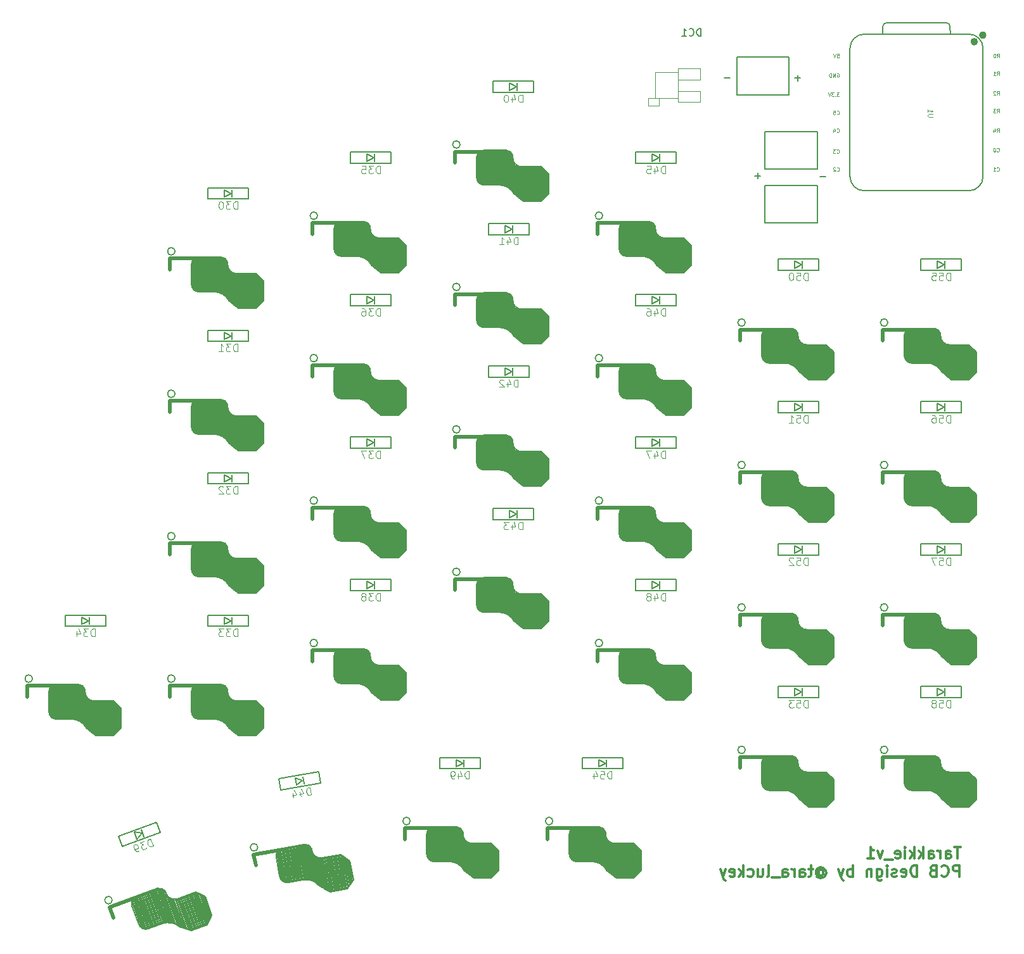
<source format=gbr>
G04 #@! TF.GenerationSoftware,KiCad,Pcbnew,9.0.6*
G04 #@! TF.CreationDate,2025-12-07T22:08:42+09:00*
G04 #@! TF.ProjectId,tarakkie_v1_light,74617261-6b6b-4696-955f-76315f6c6967,rev?*
G04 #@! TF.SameCoordinates,Original*
G04 #@! TF.FileFunction,Legend,Bot*
G04 #@! TF.FilePolarity,Positive*
%FSLAX46Y46*%
G04 Gerber Fmt 4.6, Leading zero omitted, Abs format (unit mm)*
G04 Created by KiCad (PCBNEW 9.0.6) date 2025-12-07 22:08:42*
%MOMM*%
%LPD*%
G01*
G04 APERTURE LIST*
%ADD10C,0.062500*%
%ADD11C,0.200000*%
%ADD12C,0.300000*%
%ADD13C,0.125000*%
%ADD14C,0.101600*%
%ADD15C,0.150000*%
%ADD16C,0.500000*%
%ADD17C,0.127000*%
%ADD18C,0.100000*%
%ADD19C,0.504000*%
G04 APERTURE END LIST*
D10*
X176524120Y-36595559D02*
X176690786Y-36357464D01*
X176809834Y-36595559D02*
X176809834Y-36095559D01*
X176809834Y-36095559D02*
X176619358Y-36095559D01*
X176619358Y-36095559D02*
X176571739Y-36119369D01*
X176571739Y-36119369D02*
X176547929Y-36143178D01*
X176547929Y-36143178D02*
X176524120Y-36190797D01*
X176524120Y-36190797D02*
X176524120Y-36262226D01*
X176524120Y-36262226D02*
X176547929Y-36309845D01*
X176547929Y-36309845D02*
X176571739Y-36333654D01*
X176571739Y-36333654D02*
X176619358Y-36357464D01*
X176619358Y-36357464D02*
X176809834Y-36357464D01*
X176214596Y-36095559D02*
X176166977Y-36095559D01*
X176166977Y-36095559D02*
X176119358Y-36119369D01*
X176119358Y-36119369D02*
X176095548Y-36143178D01*
X176095548Y-36143178D02*
X176071739Y-36190797D01*
X176071739Y-36190797D02*
X176047929Y-36286035D01*
X176047929Y-36286035D02*
X176047929Y-36405083D01*
X176047929Y-36405083D02*
X176071739Y-36500321D01*
X176071739Y-36500321D02*
X176095548Y-36547940D01*
X176095548Y-36547940D02*
X176119358Y-36571750D01*
X176119358Y-36571750D02*
X176166977Y-36595559D01*
X176166977Y-36595559D02*
X176214596Y-36595559D01*
X176214596Y-36595559D02*
X176262215Y-36571750D01*
X176262215Y-36571750D02*
X176286024Y-36547940D01*
X176286024Y-36547940D02*
X176309834Y-36500321D01*
X176309834Y-36500321D02*
X176333643Y-36405083D01*
X176333643Y-36405083D02*
X176333643Y-36286035D01*
X176333643Y-36286035D02*
X176309834Y-36190797D01*
X176309834Y-36190797D02*
X176286024Y-36143178D01*
X176286024Y-36143178D02*
X176262215Y-36119369D01*
X176262215Y-36119369D02*
X176214596Y-36095559D01*
D11*
X153611576Y-52546266D02*
X152849672Y-52546266D01*
D10*
X176524120Y-43995559D02*
X176690786Y-43757464D01*
X176809834Y-43995559D02*
X176809834Y-43495559D01*
X176809834Y-43495559D02*
X176619358Y-43495559D01*
X176619358Y-43495559D02*
X176571739Y-43519369D01*
X176571739Y-43519369D02*
X176547929Y-43543178D01*
X176547929Y-43543178D02*
X176524120Y-43590797D01*
X176524120Y-43590797D02*
X176524120Y-43662226D01*
X176524120Y-43662226D02*
X176547929Y-43709845D01*
X176547929Y-43709845D02*
X176571739Y-43733654D01*
X176571739Y-43733654D02*
X176619358Y-43757464D01*
X176619358Y-43757464D02*
X176809834Y-43757464D01*
X176357453Y-43495559D02*
X176047929Y-43495559D01*
X176047929Y-43495559D02*
X176214596Y-43686035D01*
X176214596Y-43686035D02*
X176143167Y-43686035D01*
X176143167Y-43686035D02*
X176095548Y-43709845D01*
X176095548Y-43709845D02*
X176071739Y-43733654D01*
X176071739Y-43733654D02*
X176047929Y-43781273D01*
X176047929Y-43781273D02*
X176047929Y-43900321D01*
X176047929Y-43900321D02*
X176071739Y-43947940D01*
X176071739Y-43947940D02*
X176095548Y-43971750D01*
X176095548Y-43971750D02*
X176143167Y-43995559D01*
X176143167Y-43995559D02*
X176286024Y-43995559D01*
X176286024Y-43995559D02*
X176333643Y-43971750D01*
X176333643Y-43971750D02*
X176357453Y-43947940D01*
X155457453Y-41295559D02*
X155147929Y-41295559D01*
X155147929Y-41295559D02*
X155314596Y-41486035D01*
X155314596Y-41486035D02*
X155243167Y-41486035D01*
X155243167Y-41486035D02*
X155195548Y-41509845D01*
X155195548Y-41509845D02*
X155171739Y-41533654D01*
X155171739Y-41533654D02*
X155147929Y-41581273D01*
X155147929Y-41581273D02*
X155147929Y-41700321D01*
X155147929Y-41700321D02*
X155171739Y-41747940D01*
X155171739Y-41747940D02*
X155195548Y-41771750D01*
X155195548Y-41771750D02*
X155243167Y-41795559D01*
X155243167Y-41795559D02*
X155386024Y-41795559D01*
X155386024Y-41795559D02*
X155433643Y-41771750D01*
X155433643Y-41771750D02*
X155457453Y-41747940D01*
X154933644Y-41747940D02*
X154909834Y-41771750D01*
X154909834Y-41771750D02*
X154933644Y-41795559D01*
X154933644Y-41795559D02*
X154957453Y-41771750D01*
X154957453Y-41771750D02*
X154933644Y-41747940D01*
X154933644Y-41747940D02*
X154933644Y-41795559D01*
X154743168Y-41295559D02*
X154433644Y-41295559D01*
X154433644Y-41295559D02*
X154600311Y-41486035D01*
X154600311Y-41486035D02*
X154528882Y-41486035D01*
X154528882Y-41486035D02*
X154481263Y-41509845D01*
X154481263Y-41509845D02*
X154457454Y-41533654D01*
X154457454Y-41533654D02*
X154433644Y-41581273D01*
X154433644Y-41581273D02*
X154433644Y-41700321D01*
X154433644Y-41700321D02*
X154457454Y-41747940D01*
X154457454Y-41747940D02*
X154481263Y-41771750D01*
X154481263Y-41771750D02*
X154528882Y-41795559D01*
X154528882Y-41795559D02*
X154671739Y-41795559D01*
X154671739Y-41795559D02*
X154719358Y-41771750D01*
X154719358Y-41771750D02*
X154743168Y-41747940D01*
X154290787Y-41295559D02*
X154124121Y-41795559D01*
X154124121Y-41795559D02*
X153957454Y-41295559D01*
X176524120Y-51747940D02*
X176547929Y-51771750D01*
X176547929Y-51771750D02*
X176619358Y-51795559D01*
X176619358Y-51795559D02*
X176666977Y-51795559D01*
X176666977Y-51795559D02*
X176738405Y-51771750D01*
X176738405Y-51771750D02*
X176786024Y-51724130D01*
X176786024Y-51724130D02*
X176809834Y-51676511D01*
X176809834Y-51676511D02*
X176833643Y-51581273D01*
X176833643Y-51581273D02*
X176833643Y-51509845D01*
X176833643Y-51509845D02*
X176809834Y-51414607D01*
X176809834Y-51414607D02*
X176786024Y-51366988D01*
X176786024Y-51366988D02*
X176738405Y-51319369D01*
X176738405Y-51319369D02*
X176666977Y-51295559D01*
X176666977Y-51295559D02*
X176619358Y-51295559D01*
X176619358Y-51295559D02*
X176547929Y-51319369D01*
X176547929Y-51319369D02*
X176524120Y-51343178D01*
X176047929Y-51795559D02*
X176333643Y-51795559D01*
X176190786Y-51795559D02*
X176190786Y-51295559D01*
X176190786Y-51295559D02*
X176238405Y-51366988D01*
X176238405Y-51366988D02*
X176286024Y-51414607D01*
X176286024Y-51414607D02*
X176333643Y-51438416D01*
X155124120Y-44147940D02*
X155147929Y-44171750D01*
X155147929Y-44171750D02*
X155219358Y-44195559D01*
X155219358Y-44195559D02*
X155266977Y-44195559D01*
X155266977Y-44195559D02*
X155338405Y-44171750D01*
X155338405Y-44171750D02*
X155386024Y-44124130D01*
X155386024Y-44124130D02*
X155409834Y-44076511D01*
X155409834Y-44076511D02*
X155433643Y-43981273D01*
X155433643Y-43981273D02*
X155433643Y-43909845D01*
X155433643Y-43909845D02*
X155409834Y-43814607D01*
X155409834Y-43814607D02*
X155386024Y-43766988D01*
X155386024Y-43766988D02*
X155338405Y-43719369D01*
X155338405Y-43719369D02*
X155266977Y-43695559D01*
X155266977Y-43695559D02*
X155219358Y-43695559D01*
X155219358Y-43695559D02*
X155147929Y-43719369D01*
X155147929Y-43719369D02*
X155124120Y-43743178D01*
X154671739Y-43695559D02*
X154909834Y-43695559D01*
X154909834Y-43695559D02*
X154933643Y-43933654D01*
X154933643Y-43933654D02*
X154909834Y-43909845D01*
X154909834Y-43909845D02*
X154862215Y-43886035D01*
X154862215Y-43886035D02*
X154743167Y-43886035D01*
X154743167Y-43886035D02*
X154695548Y-43909845D01*
X154695548Y-43909845D02*
X154671739Y-43933654D01*
X154671739Y-43933654D02*
X154647929Y-43981273D01*
X154647929Y-43981273D02*
X154647929Y-44100321D01*
X154647929Y-44100321D02*
X154671739Y-44147940D01*
X154671739Y-44147940D02*
X154695548Y-44171750D01*
X154695548Y-44171750D02*
X154743167Y-44195559D01*
X154743167Y-44195559D02*
X154862215Y-44195559D01*
X154862215Y-44195559D02*
X154909834Y-44171750D01*
X154909834Y-44171750D02*
X154933643Y-44147940D01*
X176524120Y-38995559D02*
X176690786Y-38757464D01*
X176809834Y-38995559D02*
X176809834Y-38495559D01*
X176809834Y-38495559D02*
X176619358Y-38495559D01*
X176619358Y-38495559D02*
X176571739Y-38519369D01*
X176571739Y-38519369D02*
X176547929Y-38543178D01*
X176547929Y-38543178D02*
X176524120Y-38590797D01*
X176524120Y-38590797D02*
X176524120Y-38662226D01*
X176524120Y-38662226D02*
X176547929Y-38709845D01*
X176547929Y-38709845D02*
X176571739Y-38733654D01*
X176571739Y-38733654D02*
X176619358Y-38757464D01*
X176619358Y-38757464D02*
X176809834Y-38757464D01*
X176047929Y-38995559D02*
X176333643Y-38995559D01*
X176190786Y-38995559D02*
X176190786Y-38495559D01*
X176190786Y-38495559D02*
X176238405Y-38566988D01*
X176238405Y-38566988D02*
X176286024Y-38614607D01*
X176286024Y-38614607D02*
X176333643Y-38638416D01*
D11*
X144950326Y-52426266D02*
X144188422Y-52426266D01*
X144569374Y-52807219D02*
X144569374Y-52045314D01*
D10*
X155124120Y-51747940D02*
X155147929Y-51771750D01*
X155147929Y-51771750D02*
X155219358Y-51795559D01*
X155219358Y-51795559D02*
X155266977Y-51795559D01*
X155266977Y-51795559D02*
X155338405Y-51771750D01*
X155338405Y-51771750D02*
X155386024Y-51724130D01*
X155386024Y-51724130D02*
X155409834Y-51676511D01*
X155409834Y-51676511D02*
X155433643Y-51581273D01*
X155433643Y-51581273D02*
X155433643Y-51509845D01*
X155433643Y-51509845D02*
X155409834Y-51414607D01*
X155409834Y-51414607D02*
X155386024Y-51366988D01*
X155386024Y-51366988D02*
X155338405Y-51319369D01*
X155338405Y-51319369D02*
X155266977Y-51295559D01*
X155266977Y-51295559D02*
X155219358Y-51295559D01*
X155219358Y-51295559D02*
X155147929Y-51319369D01*
X155147929Y-51319369D02*
X155124120Y-51343178D01*
X154933643Y-51343178D02*
X154909834Y-51319369D01*
X154909834Y-51319369D02*
X154862215Y-51295559D01*
X154862215Y-51295559D02*
X154743167Y-51295559D01*
X154743167Y-51295559D02*
X154695548Y-51319369D01*
X154695548Y-51319369D02*
X154671739Y-51343178D01*
X154671739Y-51343178D02*
X154647929Y-51390797D01*
X154647929Y-51390797D02*
X154647929Y-51438416D01*
X154647929Y-51438416D02*
X154671739Y-51509845D01*
X154671739Y-51509845D02*
X154957453Y-51795559D01*
X154957453Y-51795559D02*
X154647929Y-51795559D01*
D11*
X140886576Y-39346266D02*
X140124672Y-39346266D01*
D12*
X171689774Y-142215912D02*
X170832632Y-142215912D01*
X171261203Y-143715912D02*
X171261203Y-142215912D01*
X169689775Y-143715912D02*
X169689775Y-142930198D01*
X169689775Y-142930198D02*
X169761203Y-142787341D01*
X169761203Y-142787341D02*
X169904060Y-142715912D01*
X169904060Y-142715912D02*
X170189775Y-142715912D01*
X170189775Y-142715912D02*
X170332632Y-142787341D01*
X169689775Y-143644484D02*
X169832632Y-143715912D01*
X169832632Y-143715912D02*
X170189775Y-143715912D01*
X170189775Y-143715912D02*
X170332632Y-143644484D01*
X170332632Y-143644484D02*
X170404060Y-143501626D01*
X170404060Y-143501626D02*
X170404060Y-143358769D01*
X170404060Y-143358769D02*
X170332632Y-143215912D01*
X170332632Y-143215912D02*
X170189775Y-143144484D01*
X170189775Y-143144484D02*
X169832632Y-143144484D01*
X169832632Y-143144484D02*
X169689775Y-143073055D01*
X168975489Y-143715912D02*
X168975489Y-142715912D01*
X168975489Y-143001626D02*
X168904060Y-142858769D01*
X168904060Y-142858769D02*
X168832632Y-142787341D01*
X168832632Y-142787341D02*
X168689774Y-142715912D01*
X168689774Y-142715912D02*
X168546917Y-142715912D01*
X167404061Y-143715912D02*
X167404061Y-142930198D01*
X167404061Y-142930198D02*
X167475489Y-142787341D01*
X167475489Y-142787341D02*
X167618346Y-142715912D01*
X167618346Y-142715912D02*
X167904061Y-142715912D01*
X167904061Y-142715912D02*
X168046918Y-142787341D01*
X167404061Y-143644484D02*
X167546918Y-143715912D01*
X167546918Y-143715912D02*
X167904061Y-143715912D01*
X167904061Y-143715912D02*
X168046918Y-143644484D01*
X168046918Y-143644484D02*
X168118346Y-143501626D01*
X168118346Y-143501626D02*
X168118346Y-143358769D01*
X168118346Y-143358769D02*
X168046918Y-143215912D01*
X168046918Y-143215912D02*
X167904061Y-143144484D01*
X167904061Y-143144484D02*
X167546918Y-143144484D01*
X167546918Y-143144484D02*
X167404061Y-143073055D01*
X166689775Y-143715912D02*
X166689775Y-142215912D01*
X166546918Y-143144484D02*
X166118346Y-143715912D01*
X166118346Y-142715912D02*
X166689775Y-143287341D01*
X165475489Y-143715912D02*
X165475489Y-142215912D01*
X165332632Y-143144484D02*
X164904060Y-143715912D01*
X164904060Y-142715912D02*
X165475489Y-143287341D01*
X164261203Y-143715912D02*
X164261203Y-142715912D01*
X164261203Y-142215912D02*
X164332631Y-142287341D01*
X164332631Y-142287341D02*
X164261203Y-142358769D01*
X164261203Y-142358769D02*
X164189774Y-142287341D01*
X164189774Y-142287341D02*
X164261203Y-142215912D01*
X164261203Y-142215912D02*
X164261203Y-142358769D01*
X162975488Y-143644484D02*
X163118345Y-143715912D01*
X163118345Y-143715912D02*
X163404060Y-143715912D01*
X163404060Y-143715912D02*
X163546917Y-143644484D01*
X163546917Y-143644484D02*
X163618345Y-143501626D01*
X163618345Y-143501626D02*
X163618345Y-142930198D01*
X163618345Y-142930198D02*
X163546917Y-142787341D01*
X163546917Y-142787341D02*
X163404060Y-142715912D01*
X163404060Y-142715912D02*
X163118345Y-142715912D01*
X163118345Y-142715912D02*
X162975488Y-142787341D01*
X162975488Y-142787341D02*
X162904060Y-142930198D01*
X162904060Y-142930198D02*
X162904060Y-143073055D01*
X162904060Y-143073055D02*
X163618345Y-143215912D01*
X162618346Y-143858769D02*
X161475488Y-143858769D01*
X161261203Y-142715912D02*
X160904060Y-143715912D01*
X160904060Y-143715912D02*
X160546917Y-142715912D01*
X159189774Y-143715912D02*
X160046917Y-143715912D01*
X159618346Y-143715912D02*
X159618346Y-142215912D01*
X159618346Y-142215912D02*
X159761203Y-142430198D01*
X159761203Y-142430198D02*
X159904060Y-142573055D01*
X159904060Y-142573055D02*
X160046917Y-142644484D01*
X171475489Y-146130828D02*
X171475489Y-144630828D01*
X171475489Y-144630828D02*
X170904060Y-144630828D01*
X170904060Y-144630828D02*
X170761203Y-144702257D01*
X170761203Y-144702257D02*
X170689774Y-144773685D01*
X170689774Y-144773685D02*
X170618346Y-144916542D01*
X170618346Y-144916542D02*
X170618346Y-145130828D01*
X170618346Y-145130828D02*
X170689774Y-145273685D01*
X170689774Y-145273685D02*
X170761203Y-145345114D01*
X170761203Y-145345114D02*
X170904060Y-145416542D01*
X170904060Y-145416542D02*
X171475489Y-145416542D01*
X169118346Y-145987971D02*
X169189774Y-146059400D01*
X169189774Y-146059400D02*
X169404060Y-146130828D01*
X169404060Y-146130828D02*
X169546917Y-146130828D01*
X169546917Y-146130828D02*
X169761203Y-146059400D01*
X169761203Y-146059400D02*
X169904060Y-145916542D01*
X169904060Y-145916542D02*
X169975489Y-145773685D01*
X169975489Y-145773685D02*
X170046917Y-145487971D01*
X170046917Y-145487971D02*
X170046917Y-145273685D01*
X170046917Y-145273685D02*
X169975489Y-144987971D01*
X169975489Y-144987971D02*
X169904060Y-144845114D01*
X169904060Y-144845114D02*
X169761203Y-144702257D01*
X169761203Y-144702257D02*
X169546917Y-144630828D01*
X169546917Y-144630828D02*
X169404060Y-144630828D01*
X169404060Y-144630828D02*
X169189774Y-144702257D01*
X169189774Y-144702257D02*
X169118346Y-144773685D01*
X167975489Y-145345114D02*
X167761203Y-145416542D01*
X167761203Y-145416542D02*
X167689774Y-145487971D01*
X167689774Y-145487971D02*
X167618346Y-145630828D01*
X167618346Y-145630828D02*
X167618346Y-145845114D01*
X167618346Y-145845114D02*
X167689774Y-145987971D01*
X167689774Y-145987971D02*
X167761203Y-146059400D01*
X167761203Y-146059400D02*
X167904060Y-146130828D01*
X167904060Y-146130828D02*
X168475489Y-146130828D01*
X168475489Y-146130828D02*
X168475489Y-144630828D01*
X168475489Y-144630828D02*
X167975489Y-144630828D01*
X167975489Y-144630828D02*
X167832632Y-144702257D01*
X167832632Y-144702257D02*
X167761203Y-144773685D01*
X167761203Y-144773685D02*
X167689774Y-144916542D01*
X167689774Y-144916542D02*
X167689774Y-145059400D01*
X167689774Y-145059400D02*
X167761203Y-145202257D01*
X167761203Y-145202257D02*
X167832632Y-145273685D01*
X167832632Y-145273685D02*
X167975489Y-145345114D01*
X167975489Y-145345114D02*
X168475489Y-145345114D01*
X165832632Y-146130828D02*
X165832632Y-144630828D01*
X165832632Y-144630828D02*
X165475489Y-144630828D01*
X165475489Y-144630828D02*
X165261203Y-144702257D01*
X165261203Y-144702257D02*
X165118346Y-144845114D01*
X165118346Y-144845114D02*
X165046917Y-144987971D01*
X165046917Y-144987971D02*
X164975489Y-145273685D01*
X164975489Y-145273685D02*
X164975489Y-145487971D01*
X164975489Y-145487971D02*
X165046917Y-145773685D01*
X165046917Y-145773685D02*
X165118346Y-145916542D01*
X165118346Y-145916542D02*
X165261203Y-146059400D01*
X165261203Y-146059400D02*
X165475489Y-146130828D01*
X165475489Y-146130828D02*
X165832632Y-146130828D01*
X163761203Y-146059400D02*
X163904060Y-146130828D01*
X163904060Y-146130828D02*
X164189775Y-146130828D01*
X164189775Y-146130828D02*
X164332632Y-146059400D01*
X164332632Y-146059400D02*
X164404060Y-145916542D01*
X164404060Y-145916542D02*
X164404060Y-145345114D01*
X164404060Y-145345114D02*
X164332632Y-145202257D01*
X164332632Y-145202257D02*
X164189775Y-145130828D01*
X164189775Y-145130828D02*
X163904060Y-145130828D01*
X163904060Y-145130828D02*
X163761203Y-145202257D01*
X163761203Y-145202257D02*
X163689775Y-145345114D01*
X163689775Y-145345114D02*
X163689775Y-145487971D01*
X163689775Y-145487971D02*
X164404060Y-145630828D01*
X163118346Y-146059400D02*
X162975489Y-146130828D01*
X162975489Y-146130828D02*
X162689775Y-146130828D01*
X162689775Y-146130828D02*
X162546918Y-146059400D01*
X162546918Y-146059400D02*
X162475489Y-145916542D01*
X162475489Y-145916542D02*
X162475489Y-145845114D01*
X162475489Y-145845114D02*
X162546918Y-145702257D01*
X162546918Y-145702257D02*
X162689775Y-145630828D01*
X162689775Y-145630828D02*
X162904061Y-145630828D01*
X162904061Y-145630828D02*
X163046918Y-145559400D01*
X163046918Y-145559400D02*
X163118346Y-145416542D01*
X163118346Y-145416542D02*
X163118346Y-145345114D01*
X163118346Y-145345114D02*
X163046918Y-145202257D01*
X163046918Y-145202257D02*
X162904061Y-145130828D01*
X162904061Y-145130828D02*
X162689775Y-145130828D01*
X162689775Y-145130828D02*
X162546918Y-145202257D01*
X161832632Y-146130828D02*
X161832632Y-145130828D01*
X161832632Y-144630828D02*
X161904060Y-144702257D01*
X161904060Y-144702257D02*
X161832632Y-144773685D01*
X161832632Y-144773685D02*
X161761203Y-144702257D01*
X161761203Y-144702257D02*
X161832632Y-144630828D01*
X161832632Y-144630828D02*
X161832632Y-144773685D01*
X160475489Y-145130828D02*
X160475489Y-146345114D01*
X160475489Y-146345114D02*
X160546917Y-146487971D01*
X160546917Y-146487971D02*
X160618346Y-146559400D01*
X160618346Y-146559400D02*
X160761203Y-146630828D01*
X160761203Y-146630828D02*
X160975489Y-146630828D01*
X160975489Y-146630828D02*
X161118346Y-146559400D01*
X160475489Y-146059400D02*
X160618346Y-146130828D01*
X160618346Y-146130828D02*
X160904060Y-146130828D01*
X160904060Y-146130828D02*
X161046917Y-146059400D01*
X161046917Y-146059400D02*
X161118346Y-145987971D01*
X161118346Y-145987971D02*
X161189774Y-145845114D01*
X161189774Y-145845114D02*
X161189774Y-145416542D01*
X161189774Y-145416542D02*
X161118346Y-145273685D01*
X161118346Y-145273685D02*
X161046917Y-145202257D01*
X161046917Y-145202257D02*
X160904060Y-145130828D01*
X160904060Y-145130828D02*
X160618346Y-145130828D01*
X160618346Y-145130828D02*
X160475489Y-145202257D01*
X159761203Y-145130828D02*
X159761203Y-146130828D01*
X159761203Y-145273685D02*
X159689774Y-145202257D01*
X159689774Y-145202257D02*
X159546917Y-145130828D01*
X159546917Y-145130828D02*
X159332631Y-145130828D01*
X159332631Y-145130828D02*
X159189774Y-145202257D01*
X159189774Y-145202257D02*
X159118346Y-145345114D01*
X159118346Y-145345114D02*
X159118346Y-146130828D01*
X157261203Y-146130828D02*
X157261203Y-144630828D01*
X157261203Y-145202257D02*
X157118346Y-145130828D01*
X157118346Y-145130828D02*
X156832631Y-145130828D01*
X156832631Y-145130828D02*
X156689774Y-145202257D01*
X156689774Y-145202257D02*
X156618346Y-145273685D01*
X156618346Y-145273685D02*
X156546917Y-145416542D01*
X156546917Y-145416542D02*
X156546917Y-145845114D01*
X156546917Y-145845114D02*
X156618346Y-145987971D01*
X156618346Y-145987971D02*
X156689774Y-146059400D01*
X156689774Y-146059400D02*
X156832631Y-146130828D01*
X156832631Y-146130828D02*
X157118346Y-146130828D01*
X157118346Y-146130828D02*
X157261203Y-146059400D01*
X156046917Y-145130828D02*
X155689774Y-146130828D01*
X155332631Y-145130828D02*
X155689774Y-146130828D01*
X155689774Y-146130828D02*
X155832631Y-146487971D01*
X155832631Y-146487971D02*
X155904060Y-146559400D01*
X155904060Y-146559400D02*
X156046917Y-146630828D01*
X152689774Y-145416542D02*
X152761203Y-145345114D01*
X152761203Y-145345114D02*
X152904060Y-145273685D01*
X152904060Y-145273685D02*
X153046917Y-145273685D01*
X153046917Y-145273685D02*
X153189774Y-145345114D01*
X153189774Y-145345114D02*
X153261203Y-145416542D01*
X153261203Y-145416542D02*
X153332631Y-145559400D01*
X153332631Y-145559400D02*
X153332631Y-145702257D01*
X153332631Y-145702257D02*
X153261203Y-145845114D01*
X153261203Y-145845114D02*
X153189774Y-145916542D01*
X153189774Y-145916542D02*
X153046917Y-145987971D01*
X153046917Y-145987971D02*
X152904060Y-145987971D01*
X152904060Y-145987971D02*
X152761203Y-145916542D01*
X152761203Y-145916542D02*
X152689774Y-145845114D01*
X152689774Y-145273685D02*
X152689774Y-145845114D01*
X152689774Y-145845114D02*
X152618346Y-145916542D01*
X152618346Y-145916542D02*
X152546917Y-145916542D01*
X152546917Y-145916542D02*
X152404060Y-145845114D01*
X152404060Y-145845114D02*
X152332631Y-145702257D01*
X152332631Y-145702257D02*
X152332631Y-145345114D01*
X152332631Y-145345114D02*
X152475489Y-145130828D01*
X152475489Y-145130828D02*
X152689774Y-144987971D01*
X152689774Y-144987971D02*
X152975489Y-144916542D01*
X152975489Y-144916542D02*
X153261203Y-144987971D01*
X153261203Y-144987971D02*
X153475489Y-145130828D01*
X153475489Y-145130828D02*
X153618346Y-145345114D01*
X153618346Y-145345114D02*
X153689774Y-145630828D01*
X153689774Y-145630828D02*
X153618346Y-145916542D01*
X153618346Y-145916542D02*
X153475489Y-146130828D01*
X153475489Y-146130828D02*
X153261203Y-146273685D01*
X153261203Y-146273685D02*
X152975489Y-146345114D01*
X152975489Y-146345114D02*
X152689774Y-146273685D01*
X152689774Y-146273685D02*
X152475489Y-146130828D01*
X151904060Y-145130828D02*
X151332632Y-145130828D01*
X151689775Y-144630828D02*
X151689775Y-145916542D01*
X151689775Y-145916542D02*
X151618346Y-146059400D01*
X151618346Y-146059400D02*
X151475489Y-146130828D01*
X151475489Y-146130828D02*
X151332632Y-146130828D01*
X150189775Y-146130828D02*
X150189775Y-145345114D01*
X150189775Y-145345114D02*
X150261203Y-145202257D01*
X150261203Y-145202257D02*
X150404060Y-145130828D01*
X150404060Y-145130828D02*
X150689775Y-145130828D01*
X150689775Y-145130828D02*
X150832632Y-145202257D01*
X150189775Y-146059400D02*
X150332632Y-146130828D01*
X150332632Y-146130828D02*
X150689775Y-146130828D01*
X150689775Y-146130828D02*
X150832632Y-146059400D01*
X150832632Y-146059400D02*
X150904060Y-145916542D01*
X150904060Y-145916542D02*
X150904060Y-145773685D01*
X150904060Y-145773685D02*
X150832632Y-145630828D01*
X150832632Y-145630828D02*
X150689775Y-145559400D01*
X150689775Y-145559400D02*
X150332632Y-145559400D01*
X150332632Y-145559400D02*
X150189775Y-145487971D01*
X149475489Y-146130828D02*
X149475489Y-145130828D01*
X149475489Y-145416542D02*
X149404060Y-145273685D01*
X149404060Y-145273685D02*
X149332632Y-145202257D01*
X149332632Y-145202257D02*
X149189774Y-145130828D01*
X149189774Y-145130828D02*
X149046917Y-145130828D01*
X147904061Y-146130828D02*
X147904061Y-145345114D01*
X147904061Y-145345114D02*
X147975489Y-145202257D01*
X147975489Y-145202257D02*
X148118346Y-145130828D01*
X148118346Y-145130828D02*
X148404061Y-145130828D01*
X148404061Y-145130828D02*
X148546918Y-145202257D01*
X147904061Y-146059400D02*
X148046918Y-146130828D01*
X148046918Y-146130828D02*
X148404061Y-146130828D01*
X148404061Y-146130828D02*
X148546918Y-146059400D01*
X148546918Y-146059400D02*
X148618346Y-145916542D01*
X148618346Y-145916542D02*
X148618346Y-145773685D01*
X148618346Y-145773685D02*
X148546918Y-145630828D01*
X148546918Y-145630828D02*
X148404061Y-145559400D01*
X148404061Y-145559400D02*
X148046918Y-145559400D01*
X148046918Y-145559400D02*
X147904061Y-145487971D01*
X147546918Y-146273685D02*
X146404060Y-146273685D01*
X145832632Y-146130828D02*
X145975489Y-146059400D01*
X145975489Y-146059400D02*
X146046918Y-145916542D01*
X146046918Y-145916542D02*
X146046918Y-144630828D01*
X144618347Y-145130828D02*
X144618347Y-146130828D01*
X145261204Y-145130828D02*
X145261204Y-145916542D01*
X145261204Y-145916542D02*
X145189775Y-146059400D01*
X145189775Y-146059400D02*
X145046918Y-146130828D01*
X145046918Y-146130828D02*
X144832632Y-146130828D01*
X144832632Y-146130828D02*
X144689775Y-146059400D01*
X144689775Y-146059400D02*
X144618347Y-145987971D01*
X143261204Y-146059400D02*
X143404061Y-146130828D01*
X143404061Y-146130828D02*
X143689775Y-146130828D01*
X143689775Y-146130828D02*
X143832632Y-146059400D01*
X143832632Y-146059400D02*
X143904061Y-145987971D01*
X143904061Y-145987971D02*
X143975489Y-145845114D01*
X143975489Y-145845114D02*
X143975489Y-145416542D01*
X143975489Y-145416542D02*
X143904061Y-145273685D01*
X143904061Y-145273685D02*
X143832632Y-145202257D01*
X143832632Y-145202257D02*
X143689775Y-145130828D01*
X143689775Y-145130828D02*
X143404061Y-145130828D01*
X143404061Y-145130828D02*
X143261204Y-145202257D01*
X142618347Y-146130828D02*
X142618347Y-144630828D01*
X142475490Y-145559400D02*
X142046918Y-146130828D01*
X142046918Y-145130828D02*
X142618347Y-145702257D01*
X140832632Y-146059400D02*
X140975489Y-146130828D01*
X140975489Y-146130828D02*
X141261204Y-146130828D01*
X141261204Y-146130828D02*
X141404061Y-146059400D01*
X141404061Y-146059400D02*
X141475489Y-145916542D01*
X141475489Y-145916542D02*
X141475489Y-145345114D01*
X141475489Y-145345114D02*
X141404061Y-145202257D01*
X141404061Y-145202257D02*
X141261204Y-145130828D01*
X141261204Y-145130828D02*
X140975489Y-145130828D01*
X140975489Y-145130828D02*
X140832632Y-145202257D01*
X140832632Y-145202257D02*
X140761204Y-145345114D01*
X140761204Y-145345114D02*
X140761204Y-145487971D01*
X140761204Y-145487971D02*
X141475489Y-145630828D01*
X140261204Y-145130828D02*
X139904061Y-146130828D01*
X139546918Y-145130828D02*
X139904061Y-146130828D01*
X139904061Y-146130828D02*
X140046918Y-146487971D01*
X140046918Y-146487971D02*
X140118347Y-146559400D01*
X140118347Y-146559400D02*
X140261204Y-146630828D01*
D10*
X176524120Y-49147940D02*
X176547929Y-49171750D01*
X176547929Y-49171750D02*
X176619358Y-49195559D01*
X176619358Y-49195559D02*
X176666977Y-49195559D01*
X176666977Y-49195559D02*
X176738405Y-49171750D01*
X176738405Y-49171750D02*
X176786024Y-49124130D01*
X176786024Y-49124130D02*
X176809834Y-49076511D01*
X176809834Y-49076511D02*
X176833643Y-48981273D01*
X176833643Y-48981273D02*
X176833643Y-48909845D01*
X176833643Y-48909845D02*
X176809834Y-48814607D01*
X176809834Y-48814607D02*
X176786024Y-48766988D01*
X176786024Y-48766988D02*
X176738405Y-48719369D01*
X176738405Y-48719369D02*
X176666977Y-48695559D01*
X176666977Y-48695559D02*
X176619358Y-48695559D01*
X176619358Y-48695559D02*
X176547929Y-48719369D01*
X176547929Y-48719369D02*
X176524120Y-48743178D01*
X176214596Y-48695559D02*
X176166977Y-48695559D01*
X176166977Y-48695559D02*
X176119358Y-48719369D01*
X176119358Y-48719369D02*
X176095548Y-48743178D01*
X176095548Y-48743178D02*
X176071739Y-48790797D01*
X176071739Y-48790797D02*
X176047929Y-48886035D01*
X176047929Y-48886035D02*
X176047929Y-49005083D01*
X176047929Y-49005083D02*
X176071739Y-49100321D01*
X176071739Y-49100321D02*
X176095548Y-49147940D01*
X176095548Y-49147940D02*
X176119358Y-49171750D01*
X176119358Y-49171750D02*
X176166977Y-49195559D01*
X176166977Y-49195559D02*
X176214596Y-49195559D01*
X176214596Y-49195559D02*
X176262215Y-49171750D01*
X176262215Y-49171750D02*
X176286024Y-49147940D01*
X176286024Y-49147940D02*
X176309834Y-49100321D01*
X176309834Y-49100321D02*
X176333643Y-49005083D01*
X176333643Y-49005083D02*
X176333643Y-48886035D01*
X176333643Y-48886035D02*
X176309834Y-48790797D01*
X176309834Y-48790797D02*
X176286024Y-48743178D01*
X176286024Y-48743178D02*
X176262215Y-48719369D01*
X176262215Y-48719369D02*
X176214596Y-48695559D01*
X155124120Y-46547940D02*
X155147929Y-46571750D01*
X155147929Y-46571750D02*
X155219358Y-46595559D01*
X155219358Y-46595559D02*
X155266977Y-46595559D01*
X155266977Y-46595559D02*
X155338405Y-46571750D01*
X155338405Y-46571750D02*
X155386024Y-46524130D01*
X155386024Y-46524130D02*
X155409834Y-46476511D01*
X155409834Y-46476511D02*
X155433643Y-46381273D01*
X155433643Y-46381273D02*
X155433643Y-46309845D01*
X155433643Y-46309845D02*
X155409834Y-46214607D01*
X155409834Y-46214607D02*
X155386024Y-46166988D01*
X155386024Y-46166988D02*
X155338405Y-46119369D01*
X155338405Y-46119369D02*
X155266977Y-46095559D01*
X155266977Y-46095559D02*
X155219358Y-46095559D01*
X155219358Y-46095559D02*
X155147929Y-46119369D01*
X155147929Y-46119369D02*
X155124120Y-46143178D01*
X154695548Y-46262226D02*
X154695548Y-46595559D01*
X154814596Y-46071750D02*
X154933643Y-46428892D01*
X154933643Y-46428892D02*
X154624120Y-46428892D01*
X176524120Y-46595559D02*
X176690786Y-46357464D01*
X176809834Y-46595559D02*
X176809834Y-46095559D01*
X176809834Y-46095559D02*
X176619358Y-46095559D01*
X176619358Y-46095559D02*
X176571739Y-46119369D01*
X176571739Y-46119369D02*
X176547929Y-46143178D01*
X176547929Y-46143178D02*
X176524120Y-46190797D01*
X176524120Y-46190797D02*
X176524120Y-46262226D01*
X176524120Y-46262226D02*
X176547929Y-46309845D01*
X176547929Y-46309845D02*
X176571739Y-46333654D01*
X176571739Y-46333654D02*
X176619358Y-46357464D01*
X176619358Y-46357464D02*
X176809834Y-46357464D01*
X176095548Y-46262226D02*
X176095548Y-46595559D01*
X176214596Y-46071750D02*
X176333643Y-46428892D01*
X176333643Y-46428892D02*
X176024120Y-46428892D01*
X155124120Y-49347940D02*
X155147929Y-49371750D01*
X155147929Y-49371750D02*
X155219358Y-49395559D01*
X155219358Y-49395559D02*
X155266977Y-49395559D01*
X155266977Y-49395559D02*
X155338405Y-49371750D01*
X155338405Y-49371750D02*
X155386024Y-49324130D01*
X155386024Y-49324130D02*
X155409834Y-49276511D01*
X155409834Y-49276511D02*
X155433643Y-49181273D01*
X155433643Y-49181273D02*
X155433643Y-49109845D01*
X155433643Y-49109845D02*
X155409834Y-49014607D01*
X155409834Y-49014607D02*
X155386024Y-48966988D01*
X155386024Y-48966988D02*
X155338405Y-48919369D01*
X155338405Y-48919369D02*
X155266977Y-48895559D01*
X155266977Y-48895559D02*
X155219358Y-48895559D01*
X155219358Y-48895559D02*
X155147929Y-48919369D01*
X155147929Y-48919369D02*
X155124120Y-48943178D01*
X154957453Y-48895559D02*
X154647929Y-48895559D01*
X154647929Y-48895559D02*
X154814596Y-49086035D01*
X154814596Y-49086035D02*
X154743167Y-49086035D01*
X154743167Y-49086035D02*
X154695548Y-49109845D01*
X154695548Y-49109845D02*
X154671739Y-49133654D01*
X154671739Y-49133654D02*
X154647929Y-49181273D01*
X154647929Y-49181273D02*
X154647929Y-49300321D01*
X154647929Y-49300321D02*
X154671739Y-49347940D01*
X154671739Y-49347940D02*
X154695548Y-49371750D01*
X154695548Y-49371750D02*
X154743167Y-49395559D01*
X154743167Y-49395559D02*
X154886024Y-49395559D01*
X154886024Y-49395559D02*
X154933643Y-49371750D01*
X154933643Y-49371750D02*
X154957453Y-49347940D01*
X155147929Y-38719369D02*
X155195548Y-38695559D01*
X155195548Y-38695559D02*
X155266977Y-38695559D01*
X155266977Y-38695559D02*
X155338405Y-38719369D01*
X155338405Y-38719369D02*
X155386024Y-38766988D01*
X155386024Y-38766988D02*
X155409834Y-38814607D01*
X155409834Y-38814607D02*
X155433643Y-38909845D01*
X155433643Y-38909845D02*
X155433643Y-38981273D01*
X155433643Y-38981273D02*
X155409834Y-39076511D01*
X155409834Y-39076511D02*
X155386024Y-39124130D01*
X155386024Y-39124130D02*
X155338405Y-39171750D01*
X155338405Y-39171750D02*
X155266977Y-39195559D01*
X155266977Y-39195559D02*
X155219358Y-39195559D01*
X155219358Y-39195559D02*
X155147929Y-39171750D01*
X155147929Y-39171750D02*
X155124120Y-39147940D01*
X155124120Y-39147940D02*
X155124120Y-38981273D01*
X155124120Y-38981273D02*
X155219358Y-38981273D01*
X154909834Y-39195559D02*
X154909834Y-38695559D01*
X154909834Y-38695559D02*
X154624120Y-39195559D01*
X154624120Y-39195559D02*
X154624120Y-38695559D01*
X154386024Y-39195559D02*
X154386024Y-38695559D01*
X154386024Y-38695559D02*
X154266976Y-38695559D01*
X154266976Y-38695559D02*
X154195548Y-38719369D01*
X154195548Y-38719369D02*
X154147929Y-38766988D01*
X154147929Y-38766988D02*
X154124119Y-38814607D01*
X154124119Y-38814607D02*
X154100310Y-38909845D01*
X154100310Y-38909845D02*
X154100310Y-38981273D01*
X154100310Y-38981273D02*
X154124119Y-39076511D01*
X154124119Y-39076511D02*
X154147929Y-39124130D01*
X154147929Y-39124130D02*
X154195548Y-39171750D01*
X154195548Y-39171750D02*
X154266976Y-39195559D01*
X154266976Y-39195559D02*
X154386024Y-39195559D01*
X176524120Y-41595559D02*
X176690786Y-41357464D01*
X176809834Y-41595559D02*
X176809834Y-41095559D01*
X176809834Y-41095559D02*
X176619358Y-41095559D01*
X176619358Y-41095559D02*
X176571739Y-41119369D01*
X176571739Y-41119369D02*
X176547929Y-41143178D01*
X176547929Y-41143178D02*
X176524120Y-41190797D01*
X176524120Y-41190797D02*
X176524120Y-41262226D01*
X176524120Y-41262226D02*
X176547929Y-41309845D01*
X176547929Y-41309845D02*
X176571739Y-41333654D01*
X176571739Y-41333654D02*
X176619358Y-41357464D01*
X176619358Y-41357464D02*
X176809834Y-41357464D01*
X176333643Y-41143178D02*
X176309834Y-41119369D01*
X176309834Y-41119369D02*
X176262215Y-41095559D01*
X176262215Y-41095559D02*
X176143167Y-41095559D01*
X176143167Y-41095559D02*
X176095548Y-41119369D01*
X176095548Y-41119369D02*
X176071739Y-41143178D01*
X176071739Y-41143178D02*
X176047929Y-41190797D01*
X176047929Y-41190797D02*
X176047929Y-41238416D01*
X176047929Y-41238416D02*
X176071739Y-41309845D01*
X176071739Y-41309845D02*
X176357453Y-41595559D01*
X176357453Y-41595559D02*
X176047929Y-41595559D01*
X155171739Y-36095559D02*
X155409834Y-36095559D01*
X155409834Y-36095559D02*
X155433643Y-36333654D01*
X155433643Y-36333654D02*
X155409834Y-36309845D01*
X155409834Y-36309845D02*
X155362215Y-36286035D01*
X155362215Y-36286035D02*
X155243167Y-36286035D01*
X155243167Y-36286035D02*
X155195548Y-36309845D01*
X155195548Y-36309845D02*
X155171739Y-36333654D01*
X155171739Y-36333654D02*
X155147929Y-36381273D01*
X155147929Y-36381273D02*
X155147929Y-36500321D01*
X155147929Y-36500321D02*
X155171739Y-36547940D01*
X155171739Y-36547940D02*
X155195548Y-36571750D01*
X155195548Y-36571750D02*
X155243167Y-36595559D01*
X155243167Y-36595559D02*
X155362215Y-36595559D01*
X155362215Y-36595559D02*
X155409834Y-36571750D01*
X155409834Y-36571750D02*
X155433643Y-36547940D01*
X155005072Y-36095559D02*
X154838406Y-36595559D01*
X154838406Y-36595559D02*
X154671739Y-36095559D01*
D11*
X150286576Y-39346266D02*
X149524672Y-39346266D01*
X149905624Y-39727219D02*
X149905624Y-38965314D01*
D13*
X94083035Y-109242369D02*
X94083035Y-108242369D01*
X94083035Y-108242369D02*
X93844940Y-108242369D01*
X93844940Y-108242369D02*
X93702083Y-108289988D01*
X93702083Y-108289988D02*
X93606845Y-108385226D01*
X93606845Y-108385226D02*
X93559226Y-108480464D01*
X93559226Y-108480464D02*
X93511607Y-108670940D01*
X93511607Y-108670940D02*
X93511607Y-108813797D01*
X93511607Y-108813797D02*
X93559226Y-109004273D01*
X93559226Y-109004273D02*
X93606845Y-109099511D01*
X93606845Y-109099511D02*
X93702083Y-109194750D01*
X93702083Y-109194750D02*
X93844940Y-109242369D01*
X93844940Y-109242369D02*
X94083035Y-109242369D01*
X93178273Y-108242369D02*
X92559226Y-108242369D01*
X92559226Y-108242369D02*
X92892559Y-108623321D01*
X92892559Y-108623321D02*
X92749702Y-108623321D01*
X92749702Y-108623321D02*
X92654464Y-108670940D01*
X92654464Y-108670940D02*
X92606845Y-108718559D01*
X92606845Y-108718559D02*
X92559226Y-108813797D01*
X92559226Y-108813797D02*
X92559226Y-109051892D01*
X92559226Y-109051892D02*
X92606845Y-109147130D01*
X92606845Y-109147130D02*
X92654464Y-109194750D01*
X92654464Y-109194750D02*
X92749702Y-109242369D01*
X92749702Y-109242369D02*
X93035416Y-109242369D01*
X93035416Y-109242369D02*
X93130654Y-109194750D01*
X93130654Y-109194750D02*
X93178273Y-109147130D01*
X91987797Y-108670940D02*
X92083035Y-108623321D01*
X92083035Y-108623321D02*
X92130654Y-108575702D01*
X92130654Y-108575702D02*
X92178273Y-108480464D01*
X92178273Y-108480464D02*
X92178273Y-108432845D01*
X92178273Y-108432845D02*
X92130654Y-108337607D01*
X92130654Y-108337607D02*
X92083035Y-108289988D01*
X92083035Y-108289988D02*
X91987797Y-108242369D01*
X91987797Y-108242369D02*
X91797321Y-108242369D01*
X91797321Y-108242369D02*
X91702083Y-108289988D01*
X91702083Y-108289988D02*
X91654464Y-108337607D01*
X91654464Y-108337607D02*
X91606845Y-108432845D01*
X91606845Y-108432845D02*
X91606845Y-108480464D01*
X91606845Y-108480464D02*
X91654464Y-108575702D01*
X91654464Y-108575702D02*
X91702083Y-108623321D01*
X91702083Y-108623321D02*
X91797321Y-108670940D01*
X91797321Y-108670940D02*
X91987797Y-108670940D01*
X91987797Y-108670940D02*
X92083035Y-108718559D01*
X92083035Y-108718559D02*
X92130654Y-108766178D01*
X92130654Y-108766178D02*
X92178273Y-108861416D01*
X92178273Y-108861416D02*
X92178273Y-109051892D01*
X92178273Y-109051892D02*
X92130654Y-109147130D01*
X92130654Y-109147130D02*
X92083035Y-109194750D01*
X92083035Y-109194750D02*
X91987797Y-109242369D01*
X91987797Y-109242369D02*
X91797321Y-109242369D01*
X91797321Y-109242369D02*
X91702083Y-109194750D01*
X91702083Y-109194750D02*
X91654464Y-109147130D01*
X91654464Y-109147130D02*
X91606845Y-109051892D01*
X91606845Y-109051892D02*
X91606845Y-108861416D01*
X91606845Y-108861416D02*
X91654464Y-108766178D01*
X91654464Y-108766178D02*
X91702083Y-108718559D01*
X91702083Y-108718559D02*
X91797321Y-108670940D01*
X151233035Y-104479869D02*
X151233035Y-103479869D01*
X151233035Y-103479869D02*
X150994940Y-103479869D01*
X150994940Y-103479869D02*
X150852083Y-103527488D01*
X150852083Y-103527488D02*
X150756845Y-103622726D01*
X150756845Y-103622726D02*
X150709226Y-103717964D01*
X150709226Y-103717964D02*
X150661607Y-103908440D01*
X150661607Y-103908440D02*
X150661607Y-104051297D01*
X150661607Y-104051297D02*
X150709226Y-104241773D01*
X150709226Y-104241773D02*
X150756845Y-104337011D01*
X150756845Y-104337011D02*
X150852083Y-104432250D01*
X150852083Y-104432250D02*
X150994940Y-104479869D01*
X150994940Y-104479869D02*
X151233035Y-104479869D01*
X149756845Y-103479869D02*
X150233035Y-103479869D01*
X150233035Y-103479869D02*
X150280654Y-103956059D01*
X150280654Y-103956059D02*
X150233035Y-103908440D01*
X150233035Y-103908440D02*
X150137797Y-103860821D01*
X150137797Y-103860821D02*
X149899702Y-103860821D01*
X149899702Y-103860821D02*
X149804464Y-103908440D01*
X149804464Y-103908440D02*
X149756845Y-103956059D01*
X149756845Y-103956059D02*
X149709226Y-104051297D01*
X149709226Y-104051297D02*
X149709226Y-104289392D01*
X149709226Y-104289392D02*
X149756845Y-104384630D01*
X149756845Y-104384630D02*
X149804464Y-104432250D01*
X149804464Y-104432250D02*
X149899702Y-104479869D01*
X149899702Y-104479869D02*
X150137797Y-104479869D01*
X150137797Y-104479869D02*
X150233035Y-104432250D01*
X150233035Y-104432250D02*
X150280654Y-104384630D01*
X149328273Y-103575107D02*
X149280654Y-103527488D01*
X149280654Y-103527488D02*
X149185416Y-103479869D01*
X149185416Y-103479869D02*
X148947321Y-103479869D01*
X148947321Y-103479869D02*
X148852083Y-103527488D01*
X148852083Y-103527488D02*
X148804464Y-103575107D01*
X148804464Y-103575107D02*
X148756845Y-103670345D01*
X148756845Y-103670345D02*
X148756845Y-103765583D01*
X148756845Y-103765583D02*
X148804464Y-103908440D01*
X148804464Y-103908440D02*
X149375892Y-104479869D01*
X149375892Y-104479869D02*
X148756845Y-104479869D01*
X151233035Y-123529869D02*
X151233035Y-122529869D01*
X151233035Y-122529869D02*
X150994940Y-122529869D01*
X150994940Y-122529869D02*
X150852083Y-122577488D01*
X150852083Y-122577488D02*
X150756845Y-122672726D01*
X150756845Y-122672726D02*
X150709226Y-122767964D01*
X150709226Y-122767964D02*
X150661607Y-122958440D01*
X150661607Y-122958440D02*
X150661607Y-123101297D01*
X150661607Y-123101297D02*
X150709226Y-123291773D01*
X150709226Y-123291773D02*
X150756845Y-123387011D01*
X150756845Y-123387011D02*
X150852083Y-123482250D01*
X150852083Y-123482250D02*
X150994940Y-123529869D01*
X150994940Y-123529869D02*
X151233035Y-123529869D01*
X149756845Y-122529869D02*
X150233035Y-122529869D01*
X150233035Y-122529869D02*
X150280654Y-123006059D01*
X150280654Y-123006059D02*
X150233035Y-122958440D01*
X150233035Y-122958440D02*
X150137797Y-122910821D01*
X150137797Y-122910821D02*
X149899702Y-122910821D01*
X149899702Y-122910821D02*
X149804464Y-122958440D01*
X149804464Y-122958440D02*
X149756845Y-123006059D01*
X149756845Y-123006059D02*
X149709226Y-123101297D01*
X149709226Y-123101297D02*
X149709226Y-123339392D01*
X149709226Y-123339392D02*
X149756845Y-123434630D01*
X149756845Y-123434630D02*
X149804464Y-123482250D01*
X149804464Y-123482250D02*
X149899702Y-123529869D01*
X149899702Y-123529869D02*
X150137797Y-123529869D01*
X150137797Y-123529869D02*
X150233035Y-123482250D01*
X150233035Y-123482250D02*
X150280654Y-123434630D01*
X149375892Y-122529869D02*
X148756845Y-122529869D01*
X148756845Y-122529869D02*
X149090178Y-122910821D01*
X149090178Y-122910821D02*
X148947321Y-122910821D01*
X148947321Y-122910821D02*
X148852083Y-122958440D01*
X148852083Y-122958440D02*
X148804464Y-123006059D01*
X148804464Y-123006059D02*
X148756845Y-123101297D01*
X148756845Y-123101297D02*
X148756845Y-123339392D01*
X148756845Y-123339392D02*
X148804464Y-123434630D01*
X148804464Y-123434630D02*
X148852083Y-123482250D01*
X148852083Y-123482250D02*
X148947321Y-123529869D01*
X148947321Y-123529869D02*
X149233035Y-123529869D01*
X149233035Y-123529869D02*
X149328273Y-123482250D01*
X149328273Y-123482250D02*
X149375892Y-123434630D01*
X94083035Y-90192369D02*
X94083035Y-89192369D01*
X94083035Y-89192369D02*
X93844940Y-89192369D01*
X93844940Y-89192369D02*
X93702083Y-89239988D01*
X93702083Y-89239988D02*
X93606845Y-89335226D01*
X93606845Y-89335226D02*
X93559226Y-89430464D01*
X93559226Y-89430464D02*
X93511607Y-89620940D01*
X93511607Y-89620940D02*
X93511607Y-89763797D01*
X93511607Y-89763797D02*
X93559226Y-89954273D01*
X93559226Y-89954273D02*
X93606845Y-90049511D01*
X93606845Y-90049511D02*
X93702083Y-90144750D01*
X93702083Y-90144750D02*
X93844940Y-90192369D01*
X93844940Y-90192369D02*
X94083035Y-90192369D01*
X93178273Y-89192369D02*
X92559226Y-89192369D01*
X92559226Y-89192369D02*
X92892559Y-89573321D01*
X92892559Y-89573321D02*
X92749702Y-89573321D01*
X92749702Y-89573321D02*
X92654464Y-89620940D01*
X92654464Y-89620940D02*
X92606845Y-89668559D01*
X92606845Y-89668559D02*
X92559226Y-89763797D01*
X92559226Y-89763797D02*
X92559226Y-90001892D01*
X92559226Y-90001892D02*
X92606845Y-90097130D01*
X92606845Y-90097130D02*
X92654464Y-90144750D01*
X92654464Y-90144750D02*
X92749702Y-90192369D01*
X92749702Y-90192369D02*
X93035416Y-90192369D01*
X93035416Y-90192369D02*
X93130654Y-90144750D01*
X93130654Y-90144750D02*
X93178273Y-90097130D01*
X92225892Y-89192369D02*
X91559226Y-89192369D01*
X91559226Y-89192369D02*
X91987797Y-90192369D01*
X94083035Y-71142369D02*
X94083035Y-70142369D01*
X94083035Y-70142369D02*
X93844940Y-70142369D01*
X93844940Y-70142369D02*
X93702083Y-70189988D01*
X93702083Y-70189988D02*
X93606845Y-70285226D01*
X93606845Y-70285226D02*
X93559226Y-70380464D01*
X93559226Y-70380464D02*
X93511607Y-70570940D01*
X93511607Y-70570940D02*
X93511607Y-70713797D01*
X93511607Y-70713797D02*
X93559226Y-70904273D01*
X93559226Y-70904273D02*
X93606845Y-70999511D01*
X93606845Y-70999511D02*
X93702083Y-71094750D01*
X93702083Y-71094750D02*
X93844940Y-71142369D01*
X93844940Y-71142369D02*
X94083035Y-71142369D01*
X93178273Y-70142369D02*
X92559226Y-70142369D01*
X92559226Y-70142369D02*
X92892559Y-70523321D01*
X92892559Y-70523321D02*
X92749702Y-70523321D01*
X92749702Y-70523321D02*
X92654464Y-70570940D01*
X92654464Y-70570940D02*
X92606845Y-70618559D01*
X92606845Y-70618559D02*
X92559226Y-70713797D01*
X92559226Y-70713797D02*
X92559226Y-70951892D01*
X92559226Y-70951892D02*
X92606845Y-71047130D01*
X92606845Y-71047130D02*
X92654464Y-71094750D01*
X92654464Y-71094750D02*
X92749702Y-71142369D01*
X92749702Y-71142369D02*
X93035416Y-71142369D01*
X93035416Y-71142369D02*
X93130654Y-71094750D01*
X93130654Y-71094750D02*
X93178273Y-71047130D01*
X91702083Y-70142369D02*
X91892559Y-70142369D01*
X91892559Y-70142369D02*
X91987797Y-70189988D01*
X91987797Y-70189988D02*
X92035416Y-70237607D01*
X92035416Y-70237607D02*
X92130654Y-70380464D01*
X92130654Y-70380464D02*
X92178273Y-70570940D01*
X92178273Y-70570940D02*
X92178273Y-70951892D01*
X92178273Y-70951892D02*
X92130654Y-71047130D01*
X92130654Y-71047130D02*
X92083035Y-71094750D01*
X92083035Y-71094750D02*
X91987797Y-71142369D01*
X91987797Y-71142369D02*
X91797321Y-71142369D01*
X91797321Y-71142369D02*
X91702083Y-71094750D01*
X91702083Y-71094750D02*
X91654464Y-71047130D01*
X91654464Y-71047130D02*
X91606845Y-70951892D01*
X91606845Y-70951892D02*
X91606845Y-70713797D01*
X91606845Y-70713797D02*
X91654464Y-70618559D01*
X91654464Y-70618559D02*
X91702083Y-70570940D01*
X91702083Y-70570940D02*
X91797321Y-70523321D01*
X91797321Y-70523321D02*
X91987797Y-70523321D01*
X91987797Y-70523321D02*
X92083035Y-70570940D01*
X92083035Y-70570940D02*
X92130654Y-70618559D01*
X92130654Y-70618559D02*
X92178273Y-70713797D01*
X125039285Y-133054869D02*
X125039285Y-132054869D01*
X125039285Y-132054869D02*
X124801190Y-132054869D01*
X124801190Y-132054869D02*
X124658333Y-132102488D01*
X124658333Y-132102488D02*
X124563095Y-132197726D01*
X124563095Y-132197726D02*
X124515476Y-132292964D01*
X124515476Y-132292964D02*
X124467857Y-132483440D01*
X124467857Y-132483440D02*
X124467857Y-132626297D01*
X124467857Y-132626297D02*
X124515476Y-132816773D01*
X124515476Y-132816773D02*
X124563095Y-132912011D01*
X124563095Y-132912011D02*
X124658333Y-133007250D01*
X124658333Y-133007250D02*
X124801190Y-133054869D01*
X124801190Y-133054869D02*
X125039285Y-133054869D01*
X123563095Y-132054869D02*
X124039285Y-132054869D01*
X124039285Y-132054869D02*
X124086904Y-132531059D01*
X124086904Y-132531059D02*
X124039285Y-132483440D01*
X124039285Y-132483440D02*
X123944047Y-132435821D01*
X123944047Y-132435821D02*
X123705952Y-132435821D01*
X123705952Y-132435821D02*
X123610714Y-132483440D01*
X123610714Y-132483440D02*
X123563095Y-132531059D01*
X123563095Y-132531059D02*
X123515476Y-132626297D01*
X123515476Y-132626297D02*
X123515476Y-132864392D01*
X123515476Y-132864392D02*
X123563095Y-132959630D01*
X123563095Y-132959630D02*
X123610714Y-133007250D01*
X123610714Y-133007250D02*
X123705952Y-133054869D01*
X123705952Y-133054869D02*
X123944047Y-133054869D01*
X123944047Y-133054869D02*
X124039285Y-133007250D01*
X124039285Y-133007250D02*
X124086904Y-132959630D01*
X122658333Y-132388202D02*
X122658333Y-133054869D01*
X122896428Y-132007250D02*
X123134523Y-132721535D01*
X123134523Y-132721535D02*
X122515476Y-132721535D01*
X75033035Y-114004869D02*
X75033035Y-113004869D01*
X75033035Y-113004869D02*
X74794940Y-113004869D01*
X74794940Y-113004869D02*
X74652083Y-113052488D01*
X74652083Y-113052488D02*
X74556845Y-113147726D01*
X74556845Y-113147726D02*
X74509226Y-113242964D01*
X74509226Y-113242964D02*
X74461607Y-113433440D01*
X74461607Y-113433440D02*
X74461607Y-113576297D01*
X74461607Y-113576297D02*
X74509226Y-113766773D01*
X74509226Y-113766773D02*
X74556845Y-113862011D01*
X74556845Y-113862011D02*
X74652083Y-113957250D01*
X74652083Y-113957250D02*
X74794940Y-114004869D01*
X74794940Y-114004869D02*
X75033035Y-114004869D01*
X74128273Y-113004869D02*
X73509226Y-113004869D01*
X73509226Y-113004869D02*
X73842559Y-113385821D01*
X73842559Y-113385821D02*
X73699702Y-113385821D01*
X73699702Y-113385821D02*
X73604464Y-113433440D01*
X73604464Y-113433440D02*
X73556845Y-113481059D01*
X73556845Y-113481059D02*
X73509226Y-113576297D01*
X73509226Y-113576297D02*
X73509226Y-113814392D01*
X73509226Y-113814392D02*
X73556845Y-113909630D01*
X73556845Y-113909630D02*
X73604464Y-113957250D01*
X73604464Y-113957250D02*
X73699702Y-114004869D01*
X73699702Y-114004869D02*
X73985416Y-114004869D01*
X73985416Y-114004869D02*
X74080654Y-113957250D01*
X74080654Y-113957250D02*
X74128273Y-113909630D01*
X73175892Y-113004869D02*
X72556845Y-113004869D01*
X72556845Y-113004869D02*
X72890178Y-113385821D01*
X72890178Y-113385821D02*
X72747321Y-113385821D01*
X72747321Y-113385821D02*
X72652083Y-113433440D01*
X72652083Y-113433440D02*
X72604464Y-113481059D01*
X72604464Y-113481059D02*
X72556845Y-113576297D01*
X72556845Y-113576297D02*
X72556845Y-113814392D01*
X72556845Y-113814392D02*
X72604464Y-113909630D01*
X72604464Y-113909630D02*
X72652083Y-113957250D01*
X72652083Y-113957250D02*
X72747321Y-114004869D01*
X72747321Y-114004869D02*
X73033035Y-114004869D01*
X73033035Y-114004869D02*
X73128273Y-113957250D01*
X73128273Y-113957250D02*
X73175892Y-113909630D01*
X170283035Y-85429869D02*
X170283035Y-84429869D01*
X170283035Y-84429869D02*
X170044940Y-84429869D01*
X170044940Y-84429869D02*
X169902083Y-84477488D01*
X169902083Y-84477488D02*
X169806845Y-84572726D01*
X169806845Y-84572726D02*
X169759226Y-84667964D01*
X169759226Y-84667964D02*
X169711607Y-84858440D01*
X169711607Y-84858440D02*
X169711607Y-85001297D01*
X169711607Y-85001297D02*
X169759226Y-85191773D01*
X169759226Y-85191773D02*
X169806845Y-85287011D01*
X169806845Y-85287011D02*
X169902083Y-85382250D01*
X169902083Y-85382250D02*
X170044940Y-85429869D01*
X170044940Y-85429869D02*
X170283035Y-85429869D01*
X168806845Y-84429869D02*
X169283035Y-84429869D01*
X169283035Y-84429869D02*
X169330654Y-84906059D01*
X169330654Y-84906059D02*
X169283035Y-84858440D01*
X169283035Y-84858440D02*
X169187797Y-84810821D01*
X169187797Y-84810821D02*
X168949702Y-84810821D01*
X168949702Y-84810821D02*
X168854464Y-84858440D01*
X168854464Y-84858440D02*
X168806845Y-84906059D01*
X168806845Y-84906059D02*
X168759226Y-85001297D01*
X168759226Y-85001297D02*
X168759226Y-85239392D01*
X168759226Y-85239392D02*
X168806845Y-85334630D01*
X168806845Y-85334630D02*
X168854464Y-85382250D01*
X168854464Y-85382250D02*
X168949702Y-85429869D01*
X168949702Y-85429869D02*
X169187797Y-85429869D01*
X169187797Y-85429869D02*
X169283035Y-85382250D01*
X169283035Y-85382250D02*
X169330654Y-85334630D01*
X167902083Y-84429869D02*
X168092559Y-84429869D01*
X168092559Y-84429869D02*
X168187797Y-84477488D01*
X168187797Y-84477488D02*
X168235416Y-84525107D01*
X168235416Y-84525107D02*
X168330654Y-84667964D01*
X168330654Y-84667964D02*
X168378273Y-84858440D01*
X168378273Y-84858440D02*
X168378273Y-85239392D01*
X168378273Y-85239392D02*
X168330654Y-85334630D01*
X168330654Y-85334630D02*
X168283035Y-85382250D01*
X168283035Y-85382250D02*
X168187797Y-85429869D01*
X168187797Y-85429869D02*
X167997321Y-85429869D01*
X167997321Y-85429869D02*
X167902083Y-85382250D01*
X167902083Y-85382250D02*
X167854464Y-85334630D01*
X167854464Y-85334630D02*
X167806845Y-85239392D01*
X167806845Y-85239392D02*
X167806845Y-85001297D01*
X167806845Y-85001297D02*
X167854464Y-84906059D01*
X167854464Y-84906059D02*
X167902083Y-84858440D01*
X167902083Y-84858440D02*
X167997321Y-84810821D01*
X167997321Y-84810821D02*
X168187797Y-84810821D01*
X168187797Y-84810821D02*
X168283035Y-84858440D01*
X168283035Y-84858440D02*
X168330654Y-84906059D01*
X168330654Y-84906059D02*
X168378273Y-85001297D01*
X132183035Y-52092369D02*
X132183035Y-51092369D01*
X132183035Y-51092369D02*
X131944940Y-51092369D01*
X131944940Y-51092369D02*
X131802083Y-51139988D01*
X131802083Y-51139988D02*
X131706845Y-51235226D01*
X131706845Y-51235226D02*
X131659226Y-51330464D01*
X131659226Y-51330464D02*
X131611607Y-51520940D01*
X131611607Y-51520940D02*
X131611607Y-51663797D01*
X131611607Y-51663797D02*
X131659226Y-51854273D01*
X131659226Y-51854273D02*
X131706845Y-51949511D01*
X131706845Y-51949511D02*
X131802083Y-52044750D01*
X131802083Y-52044750D02*
X131944940Y-52092369D01*
X131944940Y-52092369D02*
X132183035Y-52092369D01*
X130754464Y-51425702D02*
X130754464Y-52092369D01*
X130992559Y-51044750D02*
X131230654Y-51759035D01*
X131230654Y-51759035D02*
X130611607Y-51759035D01*
X129754464Y-51092369D02*
X130230654Y-51092369D01*
X130230654Y-51092369D02*
X130278273Y-51568559D01*
X130278273Y-51568559D02*
X130230654Y-51520940D01*
X130230654Y-51520940D02*
X130135416Y-51473321D01*
X130135416Y-51473321D02*
X129897321Y-51473321D01*
X129897321Y-51473321D02*
X129802083Y-51520940D01*
X129802083Y-51520940D02*
X129754464Y-51568559D01*
X129754464Y-51568559D02*
X129706845Y-51663797D01*
X129706845Y-51663797D02*
X129706845Y-51901892D01*
X129706845Y-51901892D02*
X129754464Y-51997130D01*
X129754464Y-51997130D02*
X129802083Y-52044750D01*
X129802083Y-52044750D02*
X129897321Y-52092369D01*
X129897321Y-52092369D02*
X130135416Y-52092369D01*
X130135416Y-52092369D02*
X130230654Y-52044750D01*
X130230654Y-52044750D02*
X130278273Y-51997130D01*
X170283035Y-66379869D02*
X170283035Y-65379869D01*
X170283035Y-65379869D02*
X170044940Y-65379869D01*
X170044940Y-65379869D02*
X169902083Y-65427488D01*
X169902083Y-65427488D02*
X169806845Y-65522726D01*
X169806845Y-65522726D02*
X169759226Y-65617964D01*
X169759226Y-65617964D02*
X169711607Y-65808440D01*
X169711607Y-65808440D02*
X169711607Y-65951297D01*
X169711607Y-65951297D02*
X169759226Y-66141773D01*
X169759226Y-66141773D02*
X169806845Y-66237011D01*
X169806845Y-66237011D02*
X169902083Y-66332250D01*
X169902083Y-66332250D02*
X170044940Y-66379869D01*
X170044940Y-66379869D02*
X170283035Y-66379869D01*
X168806845Y-65379869D02*
X169283035Y-65379869D01*
X169283035Y-65379869D02*
X169330654Y-65856059D01*
X169330654Y-65856059D02*
X169283035Y-65808440D01*
X169283035Y-65808440D02*
X169187797Y-65760821D01*
X169187797Y-65760821D02*
X168949702Y-65760821D01*
X168949702Y-65760821D02*
X168854464Y-65808440D01*
X168854464Y-65808440D02*
X168806845Y-65856059D01*
X168806845Y-65856059D02*
X168759226Y-65951297D01*
X168759226Y-65951297D02*
X168759226Y-66189392D01*
X168759226Y-66189392D02*
X168806845Y-66284630D01*
X168806845Y-66284630D02*
X168854464Y-66332250D01*
X168854464Y-66332250D02*
X168949702Y-66379869D01*
X168949702Y-66379869D02*
X169187797Y-66379869D01*
X169187797Y-66379869D02*
X169283035Y-66332250D01*
X169283035Y-66332250D02*
X169330654Y-66284630D01*
X167854464Y-65379869D02*
X168330654Y-65379869D01*
X168330654Y-65379869D02*
X168378273Y-65856059D01*
X168378273Y-65856059D02*
X168330654Y-65808440D01*
X168330654Y-65808440D02*
X168235416Y-65760821D01*
X168235416Y-65760821D02*
X167997321Y-65760821D01*
X167997321Y-65760821D02*
X167902083Y-65808440D01*
X167902083Y-65808440D02*
X167854464Y-65856059D01*
X167854464Y-65856059D02*
X167806845Y-65951297D01*
X167806845Y-65951297D02*
X167806845Y-66189392D01*
X167806845Y-66189392D02*
X167854464Y-66284630D01*
X167854464Y-66284630D02*
X167902083Y-66332250D01*
X167902083Y-66332250D02*
X167997321Y-66379869D01*
X167997321Y-66379869D02*
X168235416Y-66379869D01*
X168235416Y-66379869D02*
X168330654Y-66332250D01*
X168330654Y-66332250D02*
X168378273Y-66284630D01*
X132183035Y-71142369D02*
X132183035Y-70142369D01*
X132183035Y-70142369D02*
X131944940Y-70142369D01*
X131944940Y-70142369D02*
X131802083Y-70189988D01*
X131802083Y-70189988D02*
X131706845Y-70285226D01*
X131706845Y-70285226D02*
X131659226Y-70380464D01*
X131659226Y-70380464D02*
X131611607Y-70570940D01*
X131611607Y-70570940D02*
X131611607Y-70713797D01*
X131611607Y-70713797D02*
X131659226Y-70904273D01*
X131659226Y-70904273D02*
X131706845Y-70999511D01*
X131706845Y-70999511D02*
X131802083Y-71094750D01*
X131802083Y-71094750D02*
X131944940Y-71142369D01*
X131944940Y-71142369D02*
X132183035Y-71142369D01*
X130754464Y-70475702D02*
X130754464Y-71142369D01*
X130992559Y-70094750D02*
X131230654Y-70809035D01*
X131230654Y-70809035D02*
X130611607Y-70809035D01*
X129802083Y-70142369D02*
X129992559Y-70142369D01*
X129992559Y-70142369D02*
X130087797Y-70189988D01*
X130087797Y-70189988D02*
X130135416Y-70237607D01*
X130135416Y-70237607D02*
X130230654Y-70380464D01*
X130230654Y-70380464D02*
X130278273Y-70570940D01*
X130278273Y-70570940D02*
X130278273Y-70951892D01*
X130278273Y-70951892D02*
X130230654Y-71047130D01*
X130230654Y-71047130D02*
X130183035Y-71094750D01*
X130183035Y-71094750D02*
X130087797Y-71142369D01*
X130087797Y-71142369D02*
X129897321Y-71142369D01*
X129897321Y-71142369D02*
X129802083Y-71094750D01*
X129802083Y-71094750D02*
X129754464Y-71047130D01*
X129754464Y-71047130D02*
X129706845Y-70951892D01*
X129706845Y-70951892D02*
X129706845Y-70713797D01*
X129706845Y-70713797D02*
X129754464Y-70618559D01*
X129754464Y-70618559D02*
X129802083Y-70570940D01*
X129802083Y-70570940D02*
X129897321Y-70523321D01*
X129897321Y-70523321D02*
X130087797Y-70523321D01*
X130087797Y-70523321D02*
X130183035Y-70570940D01*
X130183035Y-70570940D02*
X130230654Y-70618559D01*
X130230654Y-70618559D02*
X130278273Y-70713797D01*
X105989285Y-133054869D02*
X105989285Y-132054869D01*
X105989285Y-132054869D02*
X105751190Y-132054869D01*
X105751190Y-132054869D02*
X105608333Y-132102488D01*
X105608333Y-132102488D02*
X105513095Y-132197726D01*
X105513095Y-132197726D02*
X105465476Y-132292964D01*
X105465476Y-132292964D02*
X105417857Y-132483440D01*
X105417857Y-132483440D02*
X105417857Y-132626297D01*
X105417857Y-132626297D02*
X105465476Y-132816773D01*
X105465476Y-132816773D02*
X105513095Y-132912011D01*
X105513095Y-132912011D02*
X105608333Y-133007250D01*
X105608333Y-133007250D02*
X105751190Y-133054869D01*
X105751190Y-133054869D02*
X105989285Y-133054869D01*
X104560714Y-132388202D02*
X104560714Y-133054869D01*
X104798809Y-132007250D02*
X105036904Y-132721535D01*
X105036904Y-132721535D02*
X104417857Y-132721535D01*
X103989285Y-133054869D02*
X103798809Y-133054869D01*
X103798809Y-133054869D02*
X103703571Y-133007250D01*
X103703571Y-133007250D02*
X103655952Y-132959630D01*
X103655952Y-132959630D02*
X103560714Y-132816773D01*
X103560714Y-132816773D02*
X103513095Y-132626297D01*
X103513095Y-132626297D02*
X103513095Y-132245345D01*
X103513095Y-132245345D02*
X103560714Y-132150107D01*
X103560714Y-132150107D02*
X103608333Y-132102488D01*
X103608333Y-132102488D02*
X103703571Y-132054869D01*
X103703571Y-132054869D02*
X103894047Y-132054869D01*
X103894047Y-132054869D02*
X103989285Y-132102488D01*
X103989285Y-132102488D02*
X104036904Y-132150107D01*
X104036904Y-132150107D02*
X104084523Y-132245345D01*
X104084523Y-132245345D02*
X104084523Y-132483440D01*
X104084523Y-132483440D02*
X104036904Y-132578678D01*
X104036904Y-132578678D02*
X103989285Y-132626297D01*
X103989285Y-132626297D02*
X103894047Y-132673916D01*
X103894047Y-132673916D02*
X103703571Y-132673916D01*
X103703571Y-132673916D02*
X103608333Y-132626297D01*
X103608333Y-132626297D02*
X103560714Y-132578678D01*
X103560714Y-132578678D02*
X103513095Y-132483440D01*
X84901839Y-135193568D02*
X84728191Y-134208760D01*
X84728191Y-134208760D02*
X84493713Y-134250105D01*
X84493713Y-134250105D02*
X84361295Y-134321807D01*
X84361295Y-134321807D02*
X84284041Y-134432136D01*
X84284041Y-134432136D02*
X84253684Y-134534196D01*
X84253684Y-134534196D02*
X84239864Y-134730048D01*
X84239864Y-134730048D02*
X84264671Y-134870735D01*
X84264671Y-134870735D02*
X84344642Y-135050048D01*
X84344642Y-135050048D02*
X84408076Y-135135570D01*
X84408076Y-135135570D02*
X84518405Y-135212824D01*
X84518405Y-135212824D02*
X84667361Y-135234912D01*
X84667361Y-135234912D02*
X84901839Y-135193568D01*
X83379205Y-134785098D02*
X83494971Y-135441636D01*
X83547531Y-134368588D02*
X83906044Y-135030678D01*
X83906044Y-135030678D02*
X83296401Y-135138174D01*
X82441293Y-134950477D02*
X82557058Y-135607016D01*
X82609619Y-134533967D02*
X82968132Y-135196057D01*
X82968132Y-135196057D02*
X82358489Y-135303553D01*
X132183035Y-90192369D02*
X132183035Y-89192369D01*
X132183035Y-89192369D02*
X131944940Y-89192369D01*
X131944940Y-89192369D02*
X131802083Y-89239988D01*
X131802083Y-89239988D02*
X131706845Y-89335226D01*
X131706845Y-89335226D02*
X131659226Y-89430464D01*
X131659226Y-89430464D02*
X131611607Y-89620940D01*
X131611607Y-89620940D02*
X131611607Y-89763797D01*
X131611607Y-89763797D02*
X131659226Y-89954273D01*
X131659226Y-89954273D02*
X131706845Y-90049511D01*
X131706845Y-90049511D02*
X131802083Y-90144750D01*
X131802083Y-90144750D02*
X131944940Y-90192369D01*
X131944940Y-90192369D02*
X132183035Y-90192369D01*
X130754464Y-89525702D02*
X130754464Y-90192369D01*
X130992559Y-89144750D02*
X131230654Y-89859035D01*
X131230654Y-89859035D02*
X130611607Y-89859035D01*
X130325892Y-89192369D02*
X129659226Y-89192369D01*
X129659226Y-89192369D02*
X130087797Y-90192369D01*
X55983035Y-114004869D02*
X55983035Y-113004869D01*
X55983035Y-113004869D02*
X55744940Y-113004869D01*
X55744940Y-113004869D02*
X55602083Y-113052488D01*
X55602083Y-113052488D02*
X55506845Y-113147726D01*
X55506845Y-113147726D02*
X55459226Y-113242964D01*
X55459226Y-113242964D02*
X55411607Y-113433440D01*
X55411607Y-113433440D02*
X55411607Y-113576297D01*
X55411607Y-113576297D02*
X55459226Y-113766773D01*
X55459226Y-113766773D02*
X55506845Y-113862011D01*
X55506845Y-113862011D02*
X55602083Y-113957250D01*
X55602083Y-113957250D02*
X55744940Y-114004869D01*
X55744940Y-114004869D02*
X55983035Y-114004869D01*
X55078273Y-113004869D02*
X54459226Y-113004869D01*
X54459226Y-113004869D02*
X54792559Y-113385821D01*
X54792559Y-113385821D02*
X54649702Y-113385821D01*
X54649702Y-113385821D02*
X54554464Y-113433440D01*
X54554464Y-113433440D02*
X54506845Y-113481059D01*
X54506845Y-113481059D02*
X54459226Y-113576297D01*
X54459226Y-113576297D02*
X54459226Y-113814392D01*
X54459226Y-113814392D02*
X54506845Y-113909630D01*
X54506845Y-113909630D02*
X54554464Y-113957250D01*
X54554464Y-113957250D02*
X54649702Y-114004869D01*
X54649702Y-114004869D02*
X54935416Y-114004869D01*
X54935416Y-114004869D02*
X55030654Y-113957250D01*
X55030654Y-113957250D02*
X55078273Y-113909630D01*
X53602083Y-113338202D02*
X53602083Y-114004869D01*
X53840178Y-112957250D02*
X54078273Y-113671535D01*
X54078273Y-113671535D02*
X53459226Y-113671535D01*
X75033035Y-94954869D02*
X75033035Y-93954869D01*
X75033035Y-93954869D02*
X74794940Y-93954869D01*
X74794940Y-93954869D02*
X74652083Y-94002488D01*
X74652083Y-94002488D02*
X74556845Y-94097726D01*
X74556845Y-94097726D02*
X74509226Y-94192964D01*
X74509226Y-94192964D02*
X74461607Y-94383440D01*
X74461607Y-94383440D02*
X74461607Y-94526297D01*
X74461607Y-94526297D02*
X74509226Y-94716773D01*
X74509226Y-94716773D02*
X74556845Y-94812011D01*
X74556845Y-94812011D02*
X74652083Y-94907250D01*
X74652083Y-94907250D02*
X74794940Y-94954869D01*
X74794940Y-94954869D02*
X75033035Y-94954869D01*
X74128273Y-93954869D02*
X73509226Y-93954869D01*
X73509226Y-93954869D02*
X73842559Y-94335821D01*
X73842559Y-94335821D02*
X73699702Y-94335821D01*
X73699702Y-94335821D02*
X73604464Y-94383440D01*
X73604464Y-94383440D02*
X73556845Y-94431059D01*
X73556845Y-94431059D02*
X73509226Y-94526297D01*
X73509226Y-94526297D02*
X73509226Y-94764392D01*
X73509226Y-94764392D02*
X73556845Y-94859630D01*
X73556845Y-94859630D02*
X73604464Y-94907250D01*
X73604464Y-94907250D02*
X73699702Y-94954869D01*
X73699702Y-94954869D02*
X73985416Y-94954869D01*
X73985416Y-94954869D02*
X74080654Y-94907250D01*
X74080654Y-94907250D02*
X74128273Y-94859630D01*
X73128273Y-94050107D02*
X73080654Y-94002488D01*
X73080654Y-94002488D02*
X72985416Y-93954869D01*
X72985416Y-93954869D02*
X72747321Y-93954869D01*
X72747321Y-93954869D02*
X72652083Y-94002488D01*
X72652083Y-94002488D02*
X72604464Y-94050107D01*
X72604464Y-94050107D02*
X72556845Y-94145345D01*
X72556845Y-94145345D02*
X72556845Y-94240583D01*
X72556845Y-94240583D02*
X72604464Y-94383440D01*
X72604464Y-94383440D02*
X73175892Y-94954869D01*
X73175892Y-94954869D02*
X72556845Y-94954869D01*
X75033035Y-56854869D02*
X75033035Y-55854869D01*
X75033035Y-55854869D02*
X74794940Y-55854869D01*
X74794940Y-55854869D02*
X74652083Y-55902488D01*
X74652083Y-55902488D02*
X74556845Y-55997726D01*
X74556845Y-55997726D02*
X74509226Y-56092964D01*
X74509226Y-56092964D02*
X74461607Y-56283440D01*
X74461607Y-56283440D02*
X74461607Y-56426297D01*
X74461607Y-56426297D02*
X74509226Y-56616773D01*
X74509226Y-56616773D02*
X74556845Y-56712011D01*
X74556845Y-56712011D02*
X74652083Y-56807250D01*
X74652083Y-56807250D02*
X74794940Y-56854869D01*
X74794940Y-56854869D02*
X75033035Y-56854869D01*
X74128273Y-55854869D02*
X73509226Y-55854869D01*
X73509226Y-55854869D02*
X73842559Y-56235821D01*
X73842559Y-56235821D02*
X73699702Y-56235821D01*
X73699702Y-56235821D02*
X73604464Y-56283440D01*
X73604464Y-56283440D02*
X73556845Y-56331059D01*
X73556845Y-56331059D02*
X73509226Y-56426297D01*
X73509226Y-56426297D02*
X73509226Y-56664392D01*
X73509226Y-56664392D02*
X73556845Y-56759630D01*
X73556845Y-56759630D02*
X73604464Y-56807250D01*
X73604464Y-56807250D02*
X73699702Y-56854869D01*
X73699702Y-56854869D02*
X73985416Y-56854869D01*
X73985416Y-56854869D02*
X74080654Y-56807250D01*
X74080654Y-56807250D02*
X74128273Y-56759630D01*
X72890178Y-55854869D02*
X72794940Y-55854869D01*
X72794940Y-55854869D02*
X72699702Y-55902488D01*
X72699702Y-55902488D02*
X72652083Y-55950107D01*
X72652083Y-55950107D02*
X72604464Y-56045345D01*
X72604464Y-56045345D02*
X72556845Y-56235821D01*
X72556845Y-56235821D02*
X72556845Y-56473916D01*
X72556845Y-56473916D02*
X72604464Y-56664392D01*
X72604464Y-56664392D02*
X72652083Y-56759630D01*
X72652083Y-56759630D02*
X72699702Y-56807250D01*
X72699702Y-56807250D02*
X72794940Y-56854869D01*
X72794940Y-56854869D02*
X72890178Y-56854869D01*
X72890178Y-56854869D02*
X72985416Y-56807250D01*
X72985416Y-56807250D02*
X73033035Y-56759630D01*
X73033035Y-56759630D02*
X73080654Y-56664392D01*
X73080654Y-56664392D02*
X73128273Y-56473916D01*
X73128273Y-56473916D02*
X73128273Y-56235821D01*
X73128273Y-56235821D02*
X73080654Y-56045345D01*
X73080654Y-56045345D02*
X73033035Y-55950107D01*
X73033035Y-55950107D02*
X72985416Y-55902488D01*
X72985416Y-55902488D02*
X72890178Y-55854869D01*
X75033035Y-75904869D02*
X75033035Y-74904869D01*
X75033035Y-74904869D02*
X74794940Y-74904869D01*
X74794940Y-74904869D02*
X74652083Y-74952488D01*
X74652083Y-74952488D02*
X74556845Y-75047726D01*
X74556845Y-75047726D02*
X74509226Y-75142964D01*
X74509226Y-75142964D02*
X74461607Y-75333440D01*
X74461607Y-75333440D02*
X74461607Y-75476297D01*
X74461607Y-75476297D02*
X74509226Y-75666773D01*
X74509226Y-75666773D02*
X74556845Y-75762011D01*
X74556845Y-75762011D02*
X74652083Y-75857250D01*
X74652083Y-75857250D02*
X74794940Y-75904869D01*
X74794940Y-75904869D02*
X75033035Y-75904869D01*
X74128273Y-74904869D02*
X73509226Y-74904869D01*
X73509226Y-74904869D02*
X73842559Y-75285821D01*
X73842559Y-75285821D02*
X73699702Y-75285821D01*
X73699702Y-75285821D02*
X73604464Y-75333440D01*
X73604464Y-75333440D02*
X73556845Y-75381059D01*
X73556845Y-75381059D02*
X73509226Y-75476297D01*
X73509226Y-75476297D02*
X73509226Y-75714392D01*
X73509226Y-75714392D02*
X73556845Y-75809630D01*
X73556845Y-75809630D02*
X73604464Y-75857250D01*
X73604464Y-75857250D02*
X73699702Y-75904869D01*
X73699702Y-75904869D02*
X73985416Y-75904869D01*
X73985416Y-75904869D02*
X74080654Y-75857250D01*
X74080654Y-75857250D02*
X74128273Y-75809630D01*
X72556845Y-75904869D02*
X73128273Y-75904869D01*
X72842559Y-75904869D02*
X72842559Y-74904869D01*
X72842559Y-74904869D02*
X72937797Y-75047726D01*
X72937797Y-75047726D02*
X73033035Y-75142964D01*
X73033035Y-75142964D02*
X73128273Y-75190583D01*
X63767050Y-142038750D02*
X63425030Y-141099057D01*
X63425030Y-141099057D02*
X63201293Y-141180491D01*
X63201293Y-141180491D02*
X63083338Y-141274098D01*
X63083338Y-141274098D02*
X63026417Y-141396166D01*
X63026417Y-141396166D02*
X63014243Y-141501947D01*
X63014243Y-141501947D02*
X63034642Y-141697223D01*
X63034642Y-141697223D02*
X63083502Y-141831465D01*
X63083502Y-141831465D02*
X63193396Y-141994167D01*
X63193396Y-141994167D02*
X63270717Y-142067375D01*
X63270717Y-142067375D02*
X63392785Y-142124296D01*
X63392785Y-142124296D02*
X63543313Y-142120183D01*
X63543313Y-142120183D02*
X63767050Y-142038750D01*
X62574832Y-141408504D02*
X61993117Y-141620231D01*
X61993117Y-141620231D02*
X62436641Y-141864202D01*
X62436641Y-141864202D02*
X62302400Y-141913062D01*
X62302400Y-141913062D02*
X62229192Y-141990383D01*
X62229192Y-141990383D02*
X62200731Y-142051417D01*
X62200731Y-142051417D02*
X62188557Y-142157198D01*
X62188557Y-142157198D02*
X62269991Y-142380934D01*
X62269991Y-142380934D02*
X62347311Y-142454142D01*
X62347311Y-142454142D02*
X62408345Y-142482603D01*
X62408345Y-142482603D02*
X62514126Y-142494777D01*
X62514126Y-142494777D02*
X62782610Y-142397057D01*
X62782610Y-142397057D02*
X62855818Y-142319736D01*
X62855818Y-142319736D02*
X62884278Y-142258702D01*
X61887664Y-142722790D02*
X61708675Y-142787937D01*
X61708675Y-142787937D02*
X61602894Y-142775763D01*
X61602894Y-142775763D02*
X61541860Y-142747302D01*
X61541860Y-142747302D02*
X61403506Y-142645634D01*
X61403506Y-142645634D02*
X61293612Y-142482932D01*
X61293612Y-142482932D02*
X61163318Y-142124954D01*
X61163318Y-142124954D02*
X61175492Y-142019172D01*
X61175492Y-142019172D02*
X61203953Y-141958138D01*
X61203953Y-141958138D02*
X61277161Y-141880818D01*
X61277161Y-141880818D02*
X61456150Y-141815671D01*
X61456150Y-141815671D02*
X61561931Y-141827845D01*
X61561931Y-141827845D02*
X61622965Y-141856306D01*
X61622965Y-141856306D02*
X61700286Y-141929513D01*
X61700286Y-141929513D02*
X61781719Y-142153250D01*
X61781719Y-142153250D02*
X61769545Y-142259031D01*
X61769545Y-142259031D02*
X61741084Y-142320065D01*
X61741084Y-142320065D02*
X61667877Y-142397386D01*
X61667877Y-142397386D02*
X61488887Y-142462532D01*
X61488887Y-142462532D02*
X61383106Y-142450358D01*
X61383106Y-142450358D02*
X61322072Y-142421898D01*
X61322072Y-142421898D02*
X61244752Y-142348690D01*
X113133034Y-42567369D02*
X113133034Y-41567369D01*
X113133034Y-41567369D02*
X112894939Y-41567369D01*
X112894939Y-41567369D02*
X112752082Y-41614988D01*
X112752082Y-41614988D02*
X112656844Y-41710226D01*
X112656844Y-41710226D02*
X112609225Y-41805464D01*
X112609225Y-41805464D02*
X112561606Y-41995940D01*
X112561606Y-41995940D02*
X112561606Y-42138797D01*
X112561606Y-42138797D02*
X112609225Y-42329273D01*
X112609225Y-42329273D02*
X112656844Y-42424511D01*
X112656844Y-42424511D02*
X112752082Y-42519750D01*
X112752082Y-42519750D02*
X112894939Y-42567369D01*
X112894939Y-42567369D02*
X113133034Y-42567369D01*
X111704463Y-41900702D02*
X111704463Y-42567369D01*
X111942558Y-41519750D02*
X112180653Y-42234035D01*
X112180653Y-42234035D02*
X111561606Y-42234035D01*
X110990177Y-41567369D02*
X110894939Y-41567369D01*
X110894939Y-41567369D02*
X110799701Y-41614988D01*
X110799701Y-41614988D02*
X110752082Y-41662607D01*
X110752082Y-41662607D02*
X110704463Y-41757845D01*
X110704463Y-41757845D02*
X110656844Y-41948321D01*
X110656844Y-41948321D02*
X110656844Y-42186416D01*
X110656844Y-42186416D02*
X110704463Y-42376892D01*
X110704463Y-42376892D02*
X110752082Y-42472130D01*
X110752082Y-42472130D02*
X110799701Y-42519750D01*
X110799701Y-42519750D02*
X110894939Y-42567369D01*
X110894939Y-42567369D02*
X110990177Y-42567369D01*
X110990177Y-42567369D02*
X111085415Y-42519750D01*
X111085415Y-42519750D02*
X111133034Y-42472130D01*
X111133034Y-42472130D02*
X111180653Y-42376892D01*
X111180653Y-42376892D02*
X111228272Y-42186416D01*
X111228272Y-42186416D02*
X111228272Y-41948321D01*
X111228272Y-41948321D02*
X111180653Y-41757845D01*
X111180653Y-41757845D02*
X111133034Y-41662607D01*
X111133034Y-41662607D02*
X111085415Y-41614988D01*
X111085415Y-41614988D02*
X110990177Y-41567369D01*
X170283035Y-123529869D02*
X170283035Y-122529869D01*
X170283035Y-122529869D02*
X170044940Y-122529869D01*
X170044940Y-122529869D02*
X169902083Y-122577488D01*
X169902083Y-122577488D02*
X169806845Y-122672726D01*
X169806845Y-122672726D02*
X169759226Y-122767964D01*
X169759226Y-122767964D02*
X169711607Y-122958440D01*
X169711607Y-122958440D02*
X169711607Y-123101297D01*
X169711607Y-123101297D02*
X169759226Y-123291773D01*
X169759226Y-123291773D02*
X169806845Y-123387011D01*
X169806845Y-123387011D02*
X169902083Y-123482250D01*
X169902083Y-123482250D02*
X170044940Y-123529869D01*
X170044940Y-123529869D02*
X170283035Y-123529869D01*
X168806845Y-122529869D02*
X169283035Y-122529869D01*
X169283035Y-122529869D02*
X169330654Y-123006059D01*
X169330654Y-123006059D02*
X169283035Y-122958440D01*
X169283035Y-122958440D02*
X169187797Y-122910821D01*
X169187797Y-122910821D02*
X168949702Y-122910821D01*
X168949702Y-122910821D02*
X168854464Y-122958440D01*
X168854464Y-122958440D02*
X168806845Y-123006059D01*
X168806845Y-123006059D02*
X168759226Y-123101297D01*
X168759226Y-123101297D02*
X168759226Y-123339392D01*
X168759226Y-123339392D02*
X168806845Y-123434630D01*
X168806845Y-123434630D02*
X168854464Y-123482250D01*
X168854464Y-123482250D02*
X168949702Y-123529869D01*
X168949702Y-123529869D02*
X169187797Y-123529869D01*
X169187797Y-123529869D02*
X169283035Y-123482250D01*
X169283035Y-123482250D02*
X169330654Y-123434630D01*
X168187797Y-122958440D02*
X168283035Y-122910821D01*
X168283035Y-122910821D02*
X168330654Y-122863202D01*
X168330654Y-122863202D02*
X168378273Y-122767964D01*
X168378273Y-122767964D02*
X168378273Y-122720345D01*
X168378273Y-122720345D02*
X168330654Y-122625107D01*
X168330654Y-122625107D02*
X168283035Y-122577488D01*
X168283035Y-122577488D02*
X168187797Y-122529869D01*
X168187797Y-122529869D02*
X167997321Y-122529869D01*
X167997321Y-122529869D02*
X167902083Y-122577488D01*
X167902083Y-122577488D02*
X167854464Y-122625107D01*
X167854464Y-122625107D02*
X167806845Y-122720345D01*
X167806845Y-122720345D02*
X167806845Y-122767964D01*
X167806845Y-122767964D02*
X167854464Y-122863202D01*
X167854464Y-122863202D02*
X167902083Y-122910821D01*
X167902083Y-122910821D02*
X167997321Y-122958440D01*
X167997321Y-122958440D02*
X168187797Y-122958440D01*
X168187797Y-122958440D02*
X168283035Y-123006059D01*
X168283035Y-123006059D02*
X168330654Y-123053678D01*
X168330654Y-123053678D02*
X168378273Y-123148916D01*
X168378273Y-123148916D02*
X168378273Y-123339392D01*
X168378273Y-123339392D02*
X168330654Y-123434630D01*
X168330654Y-123434630D02*
X168283035Y-123482250D01*
X168283035Y-123482250D02*
X168187797Y-123529869D01*
X168187797Y-123529869D02*
X167997321Y-123529869D01*
X167997321Y-123529869D02*
X167902083Y-123482250D01*
X167902083Y-123482250D02*
X167854464Y-123434630D01*
X167854464Y-123434630D02*
X167806845Y-123339392D01*
X167806845Y-123339392D02*
X167806845Y-123148916D01*
X167806845Y-123148916D02*
X167854464Y-123053678D01*
X167854464Y-123053678D02*
X167902083Y-123006059D01*
X167902083Y-123006059D02*
X167997321Y-122958440D01*
X112526785Y-80667369D02*
X112526785Y-79667369D01*
X112526785Y-79667369D02*
X112288690Y-79667369D01*
X112288690Y-79667369D02*
X112145833Y-79714988D01*
X112145833Y-79714988D02*
X112050595Y-79810226D01*
X112050595Y-79810226D02*
X112002976Y-79905464D01*
X112002976Y-79905464D02*
X111955357Y-80095940D01*
X111955357Y-80095940D02*
X111955357Y-80238797D01*
X111955357Y-80238797D02*
X112002976Y-80429273D01*
X112002976Y-80429273D02*
X112050595Y-80524511D01*
X112050595Y-80524511D02*
X112145833Y-80619750D01*
X112145833Y-80619750D02*
X112288690Y-80667369D01*
X112288690Y-80667369D02*
X112526785Y-80667369D01*
X111098214Y-80000702D02*
X111098214Y-80667369D01*
X111336309Y-79619750D02*
X111574404Y-80334035D01*
X111574404Y-80334035D02*
X110955357Y-80334035D01*
X110622023Y-79762607D02*
X110574404Y-79714988D01*
X110574404Y-79714988D02*
X110479166Y-79667369D01*
X110479166Y-79667369D02*
X110241071Y-79667369D01*
X110241071Y-79667369D02*
X110145833Y-79714988D01*
X110145833Y-79714988D02*
X110098214Y-79762607D01*
X110098214Y-79762607D02*
X110050595Y-79857845D01*
X110050595Y-79857845D02*
X110050595Y-79953083D01*
X110050595Y-79953083D02*
X110098214Y-80095940D01*
X110098214Y-80095940D02*
X110669642Y-80667369D01*
X110669642Y-80667369D02*
X110050595Y-80667369D01*
X94083035Y-52092369D02*
X94083035Y-51092369D01*
X94083035Y-51092369D02*
X93844940Y-51092369D01*
X93844940Y-51092369D02*
X93702083Y-51139988D01*
X93702083Y-51139988D02*
X93606845Y-51235226D01*
X93606845Y-51235226D02*
X93559226Y-51330464D01*
X93559226Y-51330464D02*
X93511607Y-51520940D01*
X93511607Y-51520940D02*
X93511607Y-51663797D01*
X93511607Y-51663797D02*
X93559226Y-51854273D01*
X93559226Y-51854273D02*
X93606845Y-51949511D01*
X93606845Y-51949511D02*
X93702083Y-52044750D01*
X93702083Y-52044750D02*
X93844940Y-52092369D01*
X93844940Y-52092369D02*
X94083035Y-52092369D01*
X93178273Y-51092369D02*
X92559226Y-51092369D01*
X92559226Y-51092369D02*
X92892559Y-51473321D01*
X92892559Y-51473321D02*
X92749702Y-51473321D01*
X92749702Y-51473321D02*
X92654464Y-51520940D01*
X92654464Y-51520940D02*
X92606845Y-51568559D01*
X92606845Y-51568559D02*
X92559226Y-51663797D01*
X92559226Y-51663797D02*
X92559226Y-51901892D01*
X92559226Y-51901892D02*
X92606845Y-51997130D01*
X92606845Y-51997130D02*
X92654464Y-52044750D01*
X92654464Y-52044750D02*
X92749702Y-52092369D01*
X92749702Y-52092369D02*
X93035416Y-52092369D01*
X93035416Y-52092369D02*
X93130654Y-52044750D01*
X93130654Y-52044750D02*
X93178273Y-51997130D01*
X91654464Y-51092369D02*
X92130654Y-51092369D01*
X92130654Y-51092369D02*
X92178273Y-51568559D01*
X92178273Y-51568559D02*
X92130654Y-51520940D01*
X92130654Y-51520940D02*
X92035416Y-51473321D01*
X92035416Y-51473321D02*
X91797321Y-51473321D01*
X91797321Y-51473321D02*
X91702083Y-51520940D01*
X91702083Y-51520940D02*
X91654464Y-51568559D01*
X91654464Y-51568559D02*
X91606845Y-51663797D01*
X91606845Y-51663797D02*
X91606845Y-51901892D01*
X91606845Y-51901892D02*
X91654464Y-51997130D01*
X91654464Y-51997130D02*
X91702083Y-52044750D01*
X91702083Y-52044750D02*
X91797321Y-52092369D01*
X91797321Y-52092369D02*
X92035416Y-52092369D01*
X92035416Y-52092369D02*
X92130654Y-52044750D01*
X92130654Y-52044750D02*
X92178273Y-51997130D01*
X112526785Y-61617369D02*
X112526785Y-60617369D01*
X112526785Y-60617369D02*
X112288690Y-60617369D01*
X112288690Y-60617369D02*
X112145833Y-60664988D01*
X112145833Y-60664988D02*
X112050595Y-60760226D01*
X112050595Y-60760226D02*
X112002976Y-60855464D01*
X112002976Y-60855464D02*
X111955357Y-61045940D01*
X111955357Y-61045940D02*
X111955357Y-61188797D01*
X111955357Y-61188797D02*
X112002976Y-61379273D01*
X112002976Y-61379273D02*
X112050595Y-61474511D01*
X112050595Y-61474511D02*
X112145833Y-61569750D01*
X112145833Y-61569750D02*
X112288690Y-61617369D01*
X112288690Y-61617369D02*
X112526785Y-61617369D01*
X111098214Y-60950702D02*
X111098214Y-61617369D01*
X111336309Y-60569750D02*
X111574404Y-61284035D01*
X111574404Y-61284035D02*
X110955357Y-61284035D01*
X110050595Y-61617369D02*
X110622023Y-61617369D01*
X110336309Y-61617369D02*
X110336309Y-60617369D01*
X110336309Y-60617369D02*
X110431547Y-60760226D01*
X110431547Y-60760226D02*
X110526785Y-60855464D01*
X110526785Y-60855464D02*
X110622023Y-60903083D01*
X151233035Y-66379869D02*
X151233035Y-65379869D01*
X151233035Y-65379869D02*
X150994940Y-65379869D01*
X150994940Y-65379869D02*
X150852083Y-65427488D01*
X150852083Y-65427488D02*
X150756845Y-65522726D01*
X150756845Y-65522726D02*
X150709226Y-65617964D01*
X150709226Y-65617964D02*
X150661607Y-65808440D01*
X150661607Y-65808440D02*
X150661607Y-65951297D01*
X150661607Y-65951297D02*
X150709226Y-66141773D01*
X150709226Y-66141773D02*
X150756845Y-66237011D01*
X150756845Y-66237011D02*
X150852083Y-66332250D01*
X150852083Y-66332250D02*
X150994940Y-66379869D01*
X150994940Y-66379869D02*
X151233035Y-66379869D01*
X149756845Y-65379869D02*
X150233035Y-65379869D01*
X150233035Y-65379869D02*
X150280654Y-65856059D01*
X150280654Y-65856059D02*
X150233035Y-65808440D01*
X150233035Y-65808440D02*
X150137797Y-65760821D01*
X150137797Y-65760821D02*
X149899702Y-65760821D01*
X149899702Y-65760821D02*
X149804464Y-65808440D01*
X149804464Y-65808440D02*
X149756845Y-65856059D01*
X149756845Y-65856059D02*
X149709226Y-65951297D01*
X149709226Y-65951297D02*
X149709226Y-66189392D01*
X149709226Y-66189392D02*
X149756845Y-66284630D01*
X149756845Y-66284630D02*
X149804464Y-66332250D01*
X149804464Y-66332250D02*
X149899702Y-66379869D01*
X149899702Y-66379869D02*
X150137797Y-66379869D01*
X150137797Y-66379869D02*
X150233035Y-66332250D01*
X150233035Y-66332250D02*
X150280654Y-66284630D01*
X149090178Y-65379869D02*
X148994940Y-65379869D01*
X148994940Y-65379869D02*
X148899702Y-65427488D01*
X148899702Y-65427488D02*
X148852083Y-65475107D01*
X148852083Y-65475107D02*
X148804464Y-65570345D01*
X148804464Y-65570345D02*
X148756845Y-65760821D01*
X148756845Y-65760821D02*
X148756845Y-65998916D01*
X148756845Y-65998916D02*
X148804464Y-66189392D01*
X148804464Y-66189392D02*
X148852083Y-66284630D01*
X148852083Y-66284630D02*
X148899702Y-66332250D01*
X148899702Y-66332250D02*
X148994940Y-66379869D01*
X148994940Y-66379869D02*
X149090178Y-66379869D01*
X149090178Y-66379869D02*
X149185416Y-66332250D01*
X149185416Y-66332250D02*
X149233035Y-66284630D01*
X149233035Y-66284630D02*
X149280654Y-66189392D01*
X149280654Y-66189392D02*
X149328273Y-65998916D01*
X149328273Y-65998916D02*
X149328273Y-65760821D01*
X149328273Y-65760821D02*
X149280654Y-65570345D01*
X149280654Y-65570345D02*
X149233035Y-65475107D01*
X149233035Y-65475107D02*
X149185416Y-65427488D01*
X149185416Y-65427488D02*
X149090178Y-65379869D01*
X113133035Y-99717369D02*
X113133035Y-98717369D01*
X113133035Y-98717369D02*
X112894940Y-98717369D01*
X112894940Y-98717369D02*
X112752083Y-98764988D01*
X112752083Y-98764988D02*
X112656845Y-98860226D01*
X112656845Y-98860226D02*
X112609226Y-98955464D01*
X112609226Y-98955464D02*
X112561607Y-99145940D01*
X112561607Y-99145940D02*
X112561607Y-99288797D01*
X112561607Y-99288797D02*
X112609226Y-99479273D01*
X112609226Y-99479273D02*
X112656845Y-99574511D01*
X112656845Y-99574511D02*
X112752083Y-99669750D01*
X112752083Y-99669750D02*
X112894940Y-99717369D01*
X112894940Y-99717369D02*
X113133035Y-99717369D01*
X111704464Y-99050702D02*
X111704464Y-99717369D01*
X111942559Y-98669750D02*
X112180654Y-99384035D01*
X112180654Y-99384035D02*
X111561607Y-99384035D01*
X111275892Y-98717369D02*
X110656845Y-98717369D01*
X110656845Y-98717369D02*
X110990178Y-99098321D01*
X110990178Y-99098321D02*
X110847321Y-99098321D01*
X110847321Y-99098321D02*
X110752083Y-99145940D01*
X110752083Y-99145940D02*
X110704464Y-99193559D01*
X110704464Y-99193559D02*
X110656845Y-99288797D01*
X110656845Y-99288797D02*
X110656845Y-99526892D01*
X110656845Y-99526892D02*
X110704464Y-99622130D01*
X110704464Y-99622130D02*
X110752083Y-99669750D01*
X110752083Y-99669750D02*
X110847321Y-99717369D01*
X110847321Y-99717369D02*
X111133035Y-99717369D01*
X111133035Y-99717369D02*
X111228273Y-99669750D01*
X111228273Y-99669750D02*
X111275892Y-99622130D01*
X151233035Y-85429869D02*
X151233035Y-84429869D01*
X151233035Y-84429869D02*
X150994940Y-84429869D01*
X150994940Y-84429869D02*
X150852083Y-84477488D01*
X150852083Y-84477488D02*
X150756845Y-84572726D01*
X150756845Y-84572726D02*
X150709226Y-84667964D01*
X150709226Y-84667964D02*
X150661607Y-84858440D01*
X150661607Y-84858440D02*
X150661607Y-85001297D01*
X150661607Y-85001297D02*
X150709226Y-85191773D01*
X150709226Y-85191773D02*
X150756845Y-85287011D01*
X150756845Y-85287011D02*
X150852083Y-85382250D01*
X150852083Y-85382250D02*
X150994940Y-85429869D01*
X150994940Y-85429869D02*
X151233035Y-85429869D01*
X149756845Y-84429869D02*
X150233035Y-84429869D01*
X150233035Y-84429869D02*
X150280654Y-84906059D01*
X150280654Y-84906059D02*
X150233035Y-84858440D01*
X150233035Y-84858440D02*
X150137797Y-84810821D01*
X150137797Y-84810821D02*
X149899702Y-84810821D01*
X149899702Y-84810821D02*
X149804464Y-84858440D01*
X149804464Y-84858440D02*
X149756845Y-84906059D01*
X149756845Y-84906059D02*
X149709226Y-85001297D01*
X149709226Y-85001297D02*
X149709226Y-85239392D01*
X149709226Y-85239392D02*
X149756845Y-85334630D01*
X149756845Y-85334630D02*
X149804464Y-85382250D01*
X149804464Y-85382250D02*
X149899702Y-85429869D01*
X149899702Y-85429869D02*
X150137797Y-85429869D01*
X150137797Y-85429869D02*
X150233035Y-85382250D01*
X150233035Y-85382250D02*
X150280654Y-85334630D01*
X148756845Y-85429869D02*
X149328273Y-85429869D01*
X149042559Y-85429869D02*
X149042559Y-84429869D01*
X149042559Y-84429869D02*
X149137797Y-84572726D01*
X149137797Y-84572726D02*
X149233035Y-84667964D01*
X149233035Y-84667964D02*
X149328273Y-84715583D01*
X132183035Y-109242369D02*
X132183035Y-108242369D01*
X132183035Y-108242369D02*
X131944940Y-108242369D01*
X131944940Y-108242369D02*
X131802083Y-108289988D01*
X131802083Y-108289988D02*
X131706845Y-108385226D01*
X131706845Y-108385226D02*
X131659226Y-108480464D01*
X131659226Y-108480464D02*
X131611607Y-108670940D01*
X131611607Y-108670940D02*
X131611607Y-108813797D01*
X131611607Y-108813797D02*
X131659226Y-109004273D01*
X131659226Y-109004273D02*
X131706845Y-109099511D01*
X131706845Y-109099511D02*
X131802083Y-109194750D01*
X131802083Y-109194750D02*
X131944940Y-109242369D01*
X131944940Y-109242369D02*
X132183035Y-109242369D01*
X130754464Y-108575702D02*
X130754464Y-109242369D01*
X130992559Y-108194750D02*
X131230654Y-108909035D01*
X131230654Y-108909035D02*
X130611607Y-108909035D01*
X130087797Y-108670940D02*
X130183035Y-108623321D01*
X130183035Y-108623321D02*
X130230654Y-108575702D01*
X130230654Y-108575702D02*
X130278273Y-108480464D01*
X130278273Y-108480464D02*
X130278273Y-108432845D01*
X130278273Y-108432845D02*
X130230654Y-108337607D01*
X130230654Y-108337607D02*
X130183035Y-108289988D01*
X130183035Y-108289988D02*
X130087797Y-108242369D01*
X130087797Y-108242369D02*
X129897321Y-108242369D01*
X129897321Y-108242369D02*
X129802083Y-108289988D01*
X129802083Y-108289988D02*
X129754464Y-108337607D01*
X129754464Y-108337607D02*
X129706845Y-108432845D01*
X129706845Y-108432845D02*
X129706845Y-108480464D01*
X129706845Y-108480464D02*
X129754464Y-108575702D01*
X129754464Y-108575702D02*
X129802083Y-108623321D01*
X129802083Y-108623321D02*
X129897321Y-108670940D01*
X129897321Y-108670940D02*
X130087797Y-108670940D01*
X130087797Y-108670940D02*
X130183035Y-108718559D01*
X130183035Y-108718559D02*
X130230654Y-108766178D01*
X130230654Y-108766178D02*
X130278273Y-108861416D01*
X130278273Y-108861416D02*
X130278273Y-109051892D01*
X130278273Y-109051892D02*
X130230654Y-109147130D01*
X130230654Y-109147130D02*
X130183035Y-109194750D01*
X130183035Y-109194750D02*
X130087797Y-109242369D01*
X130087797Y-109242369D02*
X129897321Y-109242369D01*
X129897321Y-109242369D02*
X129802083Y-109194750D01*
X129802083Y-109194750D02*
X129754464Y-109147130D01*
X129754464Y-109147130D02*
X129706845Y-109051892D01*
X129706845Y-109051892D02*
X129706845Y-108861416D01*
X129706845Y-108861416D02*
X129754464Y-108766178D01*
X129754464Y-108766178D02*
X129802083Y-108718559D01*
X129802083Y-108718559D02*
X129897321Y-108670940D01*
X170283035Y-104479869D02*
X170283035Y-103479869D01*
X170283035Y-103479869D02*
X170044940Y-103479869D01*
X170044940Y-103479869D02*
X169902083Y-103527488D01*
X169902083Y-103527488D02*
X169806845Y-103622726D01*
X169806845Y-103622726D02*
X169759226Y-103717964D01*
X169759226Y-103717964D02*
X169711607Y-103908440D01*
X169711607Y-103908440D02*
X169711607Y-104051297D01*
X169711607Y-104051297D02*
X169759226Y-104241773D01*
X169759226Y-104241773D02*
X169806845Y-104337011D01*
X169806845Y-104337011D02*
X169902083Y-104432250D01*
X169902083Y-104432250D02*
X170044940Y-104479869D01*
X170044940Y-104479869D02*
X170283035Y-104479869D01*
X168806845Y-103479869D02*
X169283035Y-103479869D01*
X169283035Y-103479869D02*
X169330654Y-103956059D01*
X169330654Y-103956059D02*
X169283035Y-103908440D01*
X169283035Y-103908440D02*
X169187797Y-103860821D01*
X169187797Y-103860821D02*
X168949702Y-103860821D01*
X168949702Y-103860821D02*
X168854464Y-103908440D01*
X168854464Y-103908440D02*
X168806845Y-103956059D01*
X168806845Y-103956059D02*
X168759226Y-104051297D01*
X168759226Y-104051297D02*
X168759226Y-104289392D01*
X168759226Y-104289392D02*
X168806845Y-104384630D01*
X168806845Y-104384630D02*
X168854464Y-104432250D01*
X168854464Y-104432250D02*
X168949702Y-104479869D01*
X168949702Y-104479869D02*
X169187797Y-104479869D01*
X169187797Y-104479869D02*
X169283035Y-104432250D01*
X169283035Y-104432250D02*
X169330654Y-104384630D01*
X168425892Y-103479869D02*
X167759226Y-103479869D01*
X167759226Y-103479869D02*
X168187797Y-104479869D01*
D14*
X167936520Y-44525309D02*
X167422473Y-44525309D01*
X167422473Y-44525309D02*
X167361997Y-44495071D01*
X167361997Y-44495071D02*
X167331759Y-44464833D01*
X167331759Y-44464833D02*
X167301520Y-44404357D01*
X167301520Y-44404357D02*
X167301520Y-44283404D01*
X167301520Y-44283404D02*
X167331759Y-44222928D01*
X167331759Y-44222928D02*
X167361997Y-44192690D01*
X167361997Y-44192690D02*
X167422473Y-44162452D01*
X167422473Y-44162452D02*
X167936520Y-44162452D01*
X167301520Y-43527452D02*
X167301520Y-43890309D01*
X167301520Y-43708881D02*
X167936520Y-43708881D01*
X167936520Y-43708881D02*
X167845806Y-43769357D01*
X167845806Y-43769357D02*
X167785330Y-43829833D01*
X167785330Y-43829833D02*
X167755092Y-43890309D01*
D15*
X136969344Y-33719819D02*
X136969344Y-32719819D01*
X136969344Y-32719819D02*
X136731249Y-32719819D01*
X136731249Y-32719819D02*
X136588392Y-32767438D01*
X136588392Y-32767438D02*
X136493154Y-32862676D01*
X136493154Y-32862676D02*
X136445535Y-32957914D01*
X136445535Y-32957914D02*
X136397916Y-33148390D01*
X136397916Y-33148390D02*
X136397916Y-33291247D01*
X136397916Y-33291247D02*
X136445535Y-33481723D01*
X136445535Y-33481723D02*
X136493154Y-33576961D01*
X136493154Y-33576961D02*
X136588392Y-33672200D01*
X136588392Y-33672200D02*
X136731249Y-33719819D01*
X136731249Y-33719819D02*
X136969344Y-33719819D01*
X135397916Y-33624580D02*
X135445535Y-33672200D01*
X135445535Y-33672200D02*
X135588392Y-33719819D01*
X135588392Y-33719819D02*
X135683630Y-33719819D01*
X135683630Y-33719819D02*
X135826487Y-33672200D01*
X135826487Y-33672200D02*
X135921725Y-33576961D01*
X135921725Y-33576961D02*
X135969344Y-33481723D01*
X135969344Y-33481723D02*
X136016963Y-33291247D01*
X136016963Y-33291247D02*
X136016963Y-33148390D01*
X136016963Y-33148390D02*
X135969344Y-32957914D01*
X135969344Y-32957914D02*
X135921725Y-32862676D01*
X135921725Y-32862676D02*
X135826487Y-32767438D01*
X135826487Y-32767438D02*
X135683630Y-32719819D01*
X135683630Y-32719819D02*
X135588392Y-32719819D01*
X135588392Y-32719819D02*
X135445535Y-32767438D01*
X135445535Y-32767438D02*
X135397916Y-32815057D01*
X134445535Y-33719819D02*
X135016963Y-33719819D01*
X134731249Y-33719819D02*
X134731249Y-32719819D01*
X134731249Y-32719819D02*
X134826487Y-32862676D01*
X134826487Y-32862676D02*
X134921725Y-32957914D01*
X134921725Y-32957914D02*
X135016963Y-33005533D01*
D16*
X142200000Y-111092500D02*
X142200000Y-112592500D01*
D15*
X145095000Y-111912500D02*
X145095000Y-114562500D01*
X145250000Y-115067500D02*
X145250000Y-111387500D01*
X145400000Y-115237500D02*
X145400000Y-111267500D01*
X145550000Y-115377500D02*
X145550000Y-111237500D01*
X145700000Y-115457500D02*
X145700000Y-111337500D01*
X145850000Y-115507500D02*
X145850000Y-111187500D01*
X146000000Y-115547500D02*
X146000000Y-111037500D01*
X146150000Y-115537500D02*
X146150000Y-110937500D01*
X146300000Y-115537500D02*
X146300000Y-110937500D01*
X146450000Y-115537500D02*
X146450000Y-110937500D01*
D16*
X146600000Y-111092500D02*
X142200000Y-111092500D01*
D15*
X146600000Y-115537500D02*
X146600000Y-110937500D01*
X146750000Y-115537500D02*
X146750000Y-110937500D01*
X146900000Y-115537500D02*
X146900000Y-110937500D01*
X147050000Y-115537500D02*
X147050000Y-110937500D01*
X147200000Y-115537500D02*
X147200000Y-110937500D01*
X147350000Y-115537500D02*
X147350000Y-110937500D01*
X147500000Y-115537500D02*
X147500000Y-110937500D01*
X147650000Y-115537500D02*
X147650000Y-110937500D01*
X147800000Y-115537500D02*
X147800000Y-110937500D01*
X147950000Y-115537500D02*
X147950000Y-110937500D01*
X148100000Y-115537500D02*
X148100000Y-110937500D01*
X148100000Y-115562500D02*
X146125000Y-115562500D01*
X148250000Y-115537500D02*
X148250000Y-110987500D01*
X148400000Y-115577500D02*
X148400000Y-110937500D01*
X148550000Y-115587500D02*
X148550000Y-110937500D01*
X148700000Y-115587500D02*
X148700000Y-110987500D01*
X148850000Y-115637500D02*
X148850000Y-110927500D01*
X149000000Y-115737500D02*
X149000000Y-110917500D01*
X149088796Y-110912500D02*
X146125000Y-110912500D01*
X149150000Y-115787500D02*
X149150000Y-110937500D01*
X149300000Y-115887500D02*
X149300000Y-110967500D01*
X149450000Y-115987500D02*
X149450000Y-111017500D01*
X149600000Y-116087500D02*
X149600000Y-111097500D01*
X149750000Y-116237500D02*
X149750000Y-111287500D01*
X149900000Y-116387500D02*
X149900000Y-111487500D01*
X149950000Y-111937500D02*
X149950000Y-111614387D01*
X150000000Y-116557500D02*
X150000000Y-112437500D01*
X150100000Y-116737500D02*
X150100000Y-112587500D01*
X150100000Y-116737500D02*
X151375000Y-117762500D01*
X150200000Y-116807500D02*
X150200000Y-112787500D01*
X150300000Y-116887500D02*
X150300000Y-112887500D01*
X150400000Y-116967500D02*
X150400000Y-112937500D01*
X150510000Y-117057500D02*
X150500000Y-112987500D01*
X150650000Y-117157500D02*
X150650000Y-113037500D01*
X150800000Y-117297500D02*
X150800000Y-113137500D01*
X150950000Y-117417500D02*
X150950000Y-113137500D01*
X151100000Y-117527500D02*
X151100000Y-113137500D01*
X151250000Y-117647500D02*
X151250000Y-113187500D01*
X151400000Y-117737500D02*
X151400000Y-113137500D01*
X151550000Y-117737500D02*
X151550000Y-113137500D01*
X151700000Y-117737500D02*
X151700000Y-113137500D01*
X151850000Y-117737500D02*
X151850000Y-113137500D01*
X152000000Y-117737500D02*
X152000000Y-113137500D01*
X152150000Y-117737500D02*
X152150000Y-113137500D01*
X152300000Y-117737500D02*
X152300000Y-113137500D01*
X152450000Y-117737500D02*
X152450000Y-113137500D01*
X152600000Y-117737500D02*
X152600000Y-113137500D01*
X152750000Y-117737500D02*
X152750000Y-113137500D01*
X152900000Y-117737500D02*
X152900000Y-113137500D01*
X153050000Y-117737500D02*
X153050000Y-113137500D01*
X153200000Y-117737500D02*
X153200000Y-113137500D01*
X153350000Y-117737500D02*
X153350000Y-113137500D01*
X153500000Y-117737500D02*
X153500000Y-113137500D01*
X153650000Y-117737500D02*
X153650000Y-113137500D01*
X153700000Y-113112500D02*
X151125000Y-113112500D01*
X153700000Y-117762500D02*
X151375000Y-117762500D01*
X153800000Y-117627500D02*
X153800000Y-113237500D01*
X153950000Y-117487500D02*
X153950000Y-113367500D01*
X154100000Y-117357500D02*
X154100000Y-113527500D01*
X154250000Y-117197500D02*
X154250000Y-113667500D01*
X154350000Y-117097500D02*
X154350000Y-113767500D01*
X154450000Y-116987500D02*
X154450000Y-113867500D01*
X154550000Y-116907500D02*
X154550000Y-113977500D01*
X154700000Y-114112500D02*
X153700000Y-113112500D01*
X154700000Y-114112500D02*
X154700000Y-116762500D01*
X154700000Y-116762500D02*
X153700000Y-117762500D01*
X145095000Y-111912500D02*
G75*
G02*
X146095000Y-110912500I999999J1D01*
G01*
X146095000Y-115562500D02*
G75*
G02*
X145095000Y-114562500I-1J999999D01*
G01*
X148100000Y-115554958D02*
G75*
G02*
X150100000Y-116737500I-2J-2282546D01*
G01*
X149088796Y-110912500D02*
G75*
G02*
X149950000Y-111614387I-38796J-926887D01*
G01*
X151125000Y-113112500D02*
G75*
G02*
X149950000Y-111937500I2J1175002D01*
G01*
X142900000Y-110137500D02*
G75*
G02*
X141900000Y-110137500I-500000J0D01*
G01*
X141900000Y-110137500D02*
G75*
G02*
X142900000Y-110137500I500000J0D01*
G01*
X90168750Y-106406250D02*
X90168750Y-107906250D01*
X90168750Y-107906250D02*
X95568750Y-107906250D01*
X92368750Y-106656250D02*
X93268750Y-107156250D01*
X92368750Y-107656250D02*
X92368750Y-106656250D01*
X93268750Y-107156250D02*
X92368750Y-107656250D01*
X93368750Y-107656250D02*
X93368750Y-106656250D01*
X95568750Y-106406250D02*
X90168750Y-106406250D01*
X95568750Y-107906250D02*
X95568750Y-106406250D01*
X147318750Y-101643750D02*
X147318750Y-103143750D01*
X147318750Y-103143750D02*
X152718750Y-103143750D01*
X149518750Y-101893750D02*
X150418750Y-102393750D01*
X149518750Y-102893750D02*
X149518750Y-101893750D01*
X150418750Y-102393750D02*
X149518750Y-102893750D01*
X150518750Y-102893750D02*
X150518750Y-101893750D01*
X152718750Y-101643750D02*
X147318750Y-101643750D01*
X152718750Y-103143750D02*
X152718750Y-101643750D01*
D16*
X123150000Y-96805000D02*
X123150000Y-98305000D01*
D15*
X126045000Y-97625000D02*
X126045000Y-100275000D01*
X126200000Y-100780000D02*
X126200000Y-97100000D01*
X126350000Y-100950000D02*
X126350000Y-96980000D01*
X126500000Y-101090000D02*
X126500000Y-96950000D01*
X126650000Y-101170000D02*
X126650000Y-97050000D01*
X126800000Y-101220000D02*
X126800000Y-96900000D01*
X126950000Y-101260000D02*
X126950000Y-96750000D01*
X127100000Y-101250000D02*
X127100000Y-96650000D01*
X127250000Y-101250000D02*
X127250000Y-96650000D01*
X127400000Y-101250000D02*
X127400000Y-96650000D01*
D16*
X127550000Y-96805000D02*
X123150000Y-96805000D01*
D15*
X127550000Y-101250000D02*
X127550000Y-96650000D01*
X127700000Y-101250000D02*
X127700000Y-96650000D01*
X127850000Y-101250000D02*
X127850000Y-96650000D01*
X128000000Y-101250000D02*
X128000000Y-96650000D01*
X128150000Y-101250000D02*
X128150000Y-96650000D01*
X128300000Y-101250000D02*
X128300000Y-96650000D01*
X128450000Y-101250000D02*
X128450000Y-96650000D01*
X128600000Y-101250000D02*
X128600000Y-96650000D01*
X128750000Y-101250000D02*
X128750000Y-96650000D01*
X128900000Y-101250000D02*
X128900000Y-96650000D01*
X129050000Y-101250000D02*
X129050000Y-96650000D01*
X129050000Y-101275000D02*
X127075000Y-101275000D01*
X129200000Y-101250000D02*
X129200000Y-96700000D01*
X129350000Y-101290000D02*
X129350000Y-96650000D01*
X129500000Y-101300000D02*
X129500000Y-96650000D01*
X129650000Y-101300000D02*
X129650000Y-96700000D01*
X129800000Y-101350000D02*
X129800000Y-96640000D01*
X129950000Y-101450000D02*
X129950000Y-96630000D01*
X130038796Y-96625000D02*
X127075000Y-96625000D01*
X130100000Y-101500000D02*
X130100000Y-96650000D01*
X130250000Y-101600000D02*
X130250000Y-96680000D01*
X130400000Y-101700000D02*
X130400000Y-96730000D01*
X130550000Y-101800000D02*
X130550000Y-96810000D01*
X130700000Y-101950000D02*
X130700000Y-97000000D01*
X130850000Y-102100000D02*
X130850000Y-97200000D01*
X130900000Y-97650000D02*
X130900000Y-97326887D01*
X130950000Y-102270000D02*
X130950000Y-98150000D01*
X131050000Y-102450000D02*
X131050000Y-98300000D01*
X131050000Y-102450000D02*
X132325000Y-103475000D01*
X131150000Y-102520000D02*
X131150000Y-98500000D01*
X131250000Y-102600000D02*
X131250000Y-98600000D01*
X131350000Y-102680000D02*
X131350000Y-98650000D01*
X131460000Y-102770000D02*
X131450000Y-98700000D01*
X131600000Y-102870000D02*
X131600000Y-98750000D01*
X131750000Y-103010000D02*
X131750000Y-98850000D01*
X131900000Y-103130000D02*
X131900000Y-98850000D01*
X132050000Y-103240000D02*
X132050000Y-98850000D01*
X132200000Y-103360000D02*
X132200000Y-98900000D01*
X132350000Y-103450000D02*
X132350000Y-98850000D01*
X132500000Y-103450000D02*
X132500000Y-98850000D01*
X132650000Y-103450000D02*
X132650000Y-98850000D01*
X132800000Y-103450000D02*
X132800000Y-98850000D01*
X132950000Y-103450000D02*
X132950000Y-98850000D01*
X133100000Y-103450000D02*
X133100000Y-98850000D01*
X133250000Y-103450000D02*
X133250000Y-98850000D01*
X133400000Y-103450000D02*
X133400000Y-98850000D01*
X133550000Y-103450000D02*
X133550000Y-98850000D01*
X133700000Y-103450000D02*
X133700000Y-98850000D01*
X133850000Y-103450000D02*
X133850000Y-98850000D01*
X134000000Y-103450000D02*
X134000000Y-98850000D01*
X134150000Y-103450000D02*
X134150000Y-98850000D01*
X134300000Y-103450000D02*
X134300000Y-98850000D01*
X134450000Y-103450000D02*
X134450000Y-98850000D01*
X134600000Y-103450000D02*
X134600000Y-98850000D01*
X134650000Y-98825000D02*
X132075000Y-98825000D01*
X134650000Y-103475000D02*
X132325000Y-103475000D01*
X134750000Y-103340000D02*
X134750000Y-98950000D01*
X134900000Y-103200000D02*
X134900000Y-99080000D01*
X135050000Y-103070000D02*
X135050000Y-99240000D01*
X135200000Y-102910000D02*
X135200000Y-99380000D01*
X135300000Y-102810000D02*
X135300000Y-99480000D01*
X135400000Y-102700000D02*
X135400000Y-99580000D01*
X135500000Y-102620000D02*
X135500000Y-99690000D01*
X135650000Y-99825000D02*
X134650000Y-98825000D01*
X135650000Y-99825000D02*
X135650000Y-102475000D01*
X135650000Y-102475000D02*
X134650000Y-103475000D01*
X126045000Y-97625000D02*
G75*
G02*
X127045000Y-96625000I999999J1D01*
G01*
X127045000Y-101275000D02*
G75*
G02*
X126045000Y-100275000I-1J999999D01*
G01*
X129050000Y-101267458D02*
G75*
G02*
X131050000Y-102450000I-2J-2282546D01*
G01*
X130038796Y-96625000D02*
G75*
G02*
X130900000Y-97326887I-38796J-926887D01*
G01*
X132075000Y-98825000D02*
G75*
G02*
X130900000Y-97650000I2J1175002D01*
G01*
X123850000Y-95850000D02*
G75*
G02*
X122850000Y-95850000I-500000J0D01*
G01*
X122850000Y-95850000D02*
G75*
G02*
X123850000Y-95850000I500000J0D01*
G01*
D16*
X104100000Y-106330000D02*
X104100000Y-107830000D01*
D15*
X106995000Y-107150000D02*
X106995000Y-109800000D01*
X107150000Y-110305000D02*
X107150000Y-106625000D01*
X107300000Y-110475000D02*
X107300000Y-106505000D01*
X107450000Y-110615000D02*
X107450000Y-106475000D01*
X107600000Y-110695000D02*
X107600000Y-106575000D01*
X107750000Y-110745000D02*
X107750000Y-106425000D01*
X107900000Y-110785000D02*
X107900000Y-106275000D01*
X108050000Y-110775000D02*
X108050000Y-106175000D01*
X108200000Y-110775000D02*
X108200000Y-106175000D01*
X108350000Y-110775000D02*
X108350000Y-106175000D01*
D16*
X108500000Y-106330000D02*
X104100000Y-106330000D01*
D15*
X108500000Y-110775000D02*
X108500000Y-106175000D01*
X108650000Y-110775000D02*
X108650000Y-106175000D01*
X108800000Y-110775000D02*
X108800000Y-106175000D01*
X108950000Y-110775000D02*
X108950000Y-106175000D01*
X109100000Y-110775000D02*
X109100000Y-106175000D01*
X109250000Y-110775000D02*
X109250000Y-106175000D01*
X109400000Y-110775000D02*
X109400000Y-106175000D01*
X109550000Y-110775000D02*
X109550000Y-106175000D01*
X109700000Y-110775000D02*
X109700000Y-106175000D01*
X109850000Y-110775000D02*
X109850000Y-106175000D01*
X110000000Y-110775000D02*
X110000000Y-106175000D01*
X110000000Y-110800000D02*
X108025000Y-110800000D01*
X110150000Y-110775000D02*
X110150000Y-106225000D01*
X110300000Y-110815000D02*
X110300000Y-106175000D01*
X110450000Y-110825000D02*
X110450000Y-106175000D01*
X110600000Y-110825000D02*
X110600000Y-106225000D01*
X110750000Y-110875000D02*
X110750000Y-106165000D01*
X110900000Y-110975000D02*
X110900000Y-106155000D01*
X110988796Y-106150000D02*
X108025000Y-106150000D01*
X111050000Y-111025000D02*
X111050000Y-106175000D01*
X111200000Y-111125000D02*
X111200000Y-106205000D01*
X111350000Y-111225000D02*
X111350000Y-106255000D01*
X111500000Y-111325000D02*
X111500000Y-106335000D01*
X111650000Y-111475000D02*
X111650000Y-106525000D01*
X111800000Y-111625000D02*
X111800000Y-106725000D01*
X111850000Y-107175000D02*
X111850000Y-106851887D01*
X111900000Y-111795000D02*
X111900000Y-107675000D01*
X112000000Y-111975000D02*
X112000000Y-107825000D01*
X112000000Y-111975000D02*
X113275000Y-113000000D01*
X112100000Y-112045000D02*
X112100000Y-108025000D01*
X112200000Y-112125000D02*
X112200000Y-108125000D01*
X112300000Y-112205000D02*
X112300000Y-108175000D01*
X112410000Y-112295000D02*
X112400000Y-108225000D01*
X112550000Y-112395000D02*
X112550000Y-108275000D01*
X112700000Y-112535000D02*
X112700000Y-108375000D01*
X112850000Y-112655000D02*
X112850000Y-108375000D01*
X113000000Y-112765000D02*
X113000000Y-108375000D01*
X113150000Y-112885000D02*
X113150000Y-108425000D01*
X113300000Y-112975000D02*
X113300000Y-108375000D01*
X113450000Y-112975000D02*
X113450000Y-108375000D01*
X113600000Y-112975000D02*
X113600000Y-108375000D01*
X113750000Y-112975000D02*
X113750000Y-108375000D01*
X113900000Y-112975000D02*
X113900000Y-108375000D01*
X114050000Y-112975000D02*
X114050000Y-108375000D01*
X114200000Y-112975000D02*
X114200000Y-108375000D01*
X114350000Y-112975000D02*
X114350000Y-108375000D01*
X114500000Y-112975000D02*
X114500000Y-108375000D01*
X114650000Y-112975000D02*
X114650000Y-108375000D01*
X114800000Y-112975000D02*
X114800000Y-108375000D01*
X114950000Y-112975000D02*
X114950000Y-108375000D01*
X115100000Y-112975000D02*
X115100000Y-108375000D01*
X115250000Y-112975000D02*
X115250000Y-108375000D01*
X115400000Y-112975000D02*
X115400000Y-108375000D01*
X115550000Y-112975000D02*
X115550000Y-108375000D01*
X115600000Y-108350000D02*
X113025000Y-108350000D01*
X115600000Y-113000000D02*
X113275000Y-113000000D01*
X115700000Y-112865000D02*
X115700000Y-108475000D01*
X115850000Y-112725000D02*
X115850000Y-108605000D01*
X116000000Y-112595000D02*
X116000000Y-108765000D01*
X116150000Y-112435000D02*
X116150000Y-108905000D01*
X116250000Y-112335000D02*
X116250000Y-109005000D01*
X116350000Y-112225000D02*
X116350000Y-109105000D01*
X116450000Y-112145000D02*
X116450000Y-109215000D01*
X116600000Y-109350000D02*
X115600000Y-108350000D01*
X116600000Y-109350000D02*
X116600000Y-112000000D01*
X116600000Y-112000000D02*
X115600000Y-113000000D01*
X106995000Y-107150000D02*
G75*
G02*
X107995000Y-106150000I999999J1D01*
G01*
X107995000Y-110800000D02*
G75*
G02*
X106995000Y-109800000I-1J999999D01*
G01*
X110000000Y-110792458D02*
G75*
G02*
X112000000Y-111975000I-2J-2282546D01*
G01*
X110988796Y-106150000D02*
G75*
G02*
X111850000Y-106851887I-38796J-926887D01*
G01*
X113025000Y-108350000D02*
G75*
G02*
X111850000Y-107175000I2J1175002D01*
G01*
X104800000Y-105375000D02*
G75*
G02*
X103800000Y-105375000I-500000J0D01*
G01*
X103800000Y-105375000D02*
G75*
G02*
X104800000Y-105375000I500000J0D01*
G01*
X147318750Y-120693750D02*
X147318750Y-122193750D01*
X147318750Y-122193750D02*
X152718750Y-122193750D01*
X149518750Y-120943750D02*
X150418750Y-121443750D01*
X149518750Y-121943750D02*
X149518750Y-120943750D01*
X150418750Y-121443750D02*
X149518750Y-121943750D01*
X150518750Y-121943750D02*
X150518750Y-120943750D01*
X152718750Y-120693750D02*
X147318750Y-120693750D01*
X152718750Y-122193750D02*
X152718750Y-120693750D01*
X90168750Y-87356250D02*
X90168750Y-88856250D01*
X90168750Y-88856250D02*
X95568750Y-88856250D01*
X92368750Y-87606250D02*
X93268750Y-88106250D01*
X92368750Y-88606250D02*
X92368750Y-87606250D01*
X93268750Y-88106250D02*
X92368750Y-88606250D01*
X93368750Y-88606250D02*
X93368750Y-87606250D01*
X95568750Y-87356250D02*
X90168750Y-87356250D01*
X95568750Y-88856250D02*
X95568750Y-87356250D01*
X90168750Y-68306250D02*
X90168750Y-69806250D01*
X90168750Y-69806250D02*
X95568750Y-69806250D01*
X92368750Y-68556250D02*
X93268750Y-69056250D01*
X92368750Y-69556250D02*
X92368750Y-68556250D01*
X93268750Y-69056250D02*
X92368750Y-69556250D01*
X93368750Y-69556250D02*
X93368750Y-68556250D01*
X95568750Y-68306250D02*
X90168750Y-68306250D01*
X95568750Y-69806250D02*
X95568750Y-68306250D01*
X121125000Y-130218750D02*
X121125000Y-131718750D01*
X121125000Y-131718750D02*
X126525000Y-131718750D01*
X123325000Y-130468750D02*
X124225000Y-130968750D01*
X123325000Y-131468750D02*
X123325000Y-130468750D01*
X124225000Y-130968750D02*
X123325000Y-131468750D01*
X124325000Y-131468750D02*
X124325000Y-130468750D01*
X126525000Y-130218750D02*
X121125000Y-130218750D01*
X126525000Y-131718750D02*
X126525000Y-130218750D01*
D16*
X85050000Y-115855000D02*
X85050000Y-117355000D01*
D15*
X87945000Y-116675000D02*
X87945000Y-119325000D01*
X88100000Y-119830000D02*
X88100000Y-116150000D01*
X88250000Y-120000000D02*
X88250000Y-116030000D01*
X88400000Y-120140000D02*
X88400000Y-116000000D01*
X88550000Y-120220000D02*
X88550000Y-116100000D01*
X88700000Y-120270000D02*
X88700000Y-115950000D01*
X88850000Y-120310000D02*
X88850000Y-115800000D01*
X89000000Y-120300000D02*
X89000000Y-115700000D01*
X89150000Y-120300000D02*
X89150000Y-115700000D01*
X89300000Y-120300000D02*
X89300000Y-115700000D01*
D16*
X89450000Y-115855000D02*
X85050000Y-115855000D01*
D15*
X89450000Y-120300000D02*
X89450000Y-115700000D01*
X89600000Y-120300000D02*
X89600000Y-115700000D01*
X89750000Y-120300000D02*
X89750000Y-115700000D01*
X89900000Y-120300000D02*
X89900000Y-115700000D01*
X90050000Y-120300000D02*
X90050000Y-115700000D01*
X90200000Y-120300000D02*
X90200000Y-115700000D01*
X90350000Y-120300000D02*
X90350000Y-115700000D01*
X90500000Y-120300000D02*
X90500000Y-115700000D01*
X90650000Y-120300000D02*
X90650000Y-115700000D01*
X90800000Y-120300000D02*
X90800000Y-115700000D01*
X90950000Y-120300000D02*
X90950000Y-115700000D01*
X90950000Y-120325000D02*
X88975000Y-120325000D01*
X91100000Y-120300000D02*
X91100000Y-115750000D01*
X91250000Y-120340000D02*
X91250000Y-115700000D01*
X91400000Y-120350000D02*
X91400000Y-115700000D01*
X91550000Y-120350000D02*
X91550000Y-115750000D01*
X91700000Y-120400000D02*
X91700000Y-115690000D01*
X91850000Y-120500000D02*
X91850000Y-115680000D01*
X91938796Y-115675000D02*
X88975000Y-115675000D01*
X92000000Y-120550000D02*
X92000000Y-115700000D01*
X92150000Y-120650000D02*
X92150000Y-115730000D01*
X92300000Y-120750000D02*
X92300000Y-115780000D01*
X92450000Y-120850000D02*
X92450000Y-115860000D01*
X92600000Y-121000000D02*
X92600000Y-116050000D01*
X92750000Y-121150000D02*
X92750000Y-116250000D01*
X92800000Y-116700000D02*
X92800000Y-116376887D01*
X92850000Y-121320000D02*
X92850000Y-117200000D01*
X92950000Y-121500000D02*
X92950000Y-117350000D01*
X92950000Y-121500000D02*
X94225000Y-122525000D01*
X93050000Y-121570000D02*
X93050000Y-117550000D01*
X93150000Y-121650000D02*
X93150000Y-117650000D01*
X93250000Y-121730000D02*
X93250000Y-117700000D01*
X93360000Y-121820000D02*
X93350000Y-117750000D01*
X93500000Y-121920000D02*
X93500000Y-117800000D01*
X93650000Y-122060000D02*
X93650000Y-117900000D01*
X93800000Y-122180000D02*
X93800000Y-117900000D01*
X93950000Y-122290000D02*
X93950000Y-117900000D01*
X94100000Y-122410000D02*
X94100000Y-117950000D01*
X94250000Y-122500000D02*
X94250000Y-117900000D01*
X94400000Y-122500000D02*
X94400000Y-117900000D01*
X94550000Y-122500000D02*
X94550000Y-117900000D01*
X94700000Y-122500000D02*
X94700000Y-117900000D01*
X94850000Y-122500000D02*
X94850000Y-117900000D01*
X95000000Y-122500000D02*
X95000000Y-117900000D01*
X95150000Y-122500000D02*
X95150000Y-117900000D01*
X95300000Y-122500000D02*
X95300000Y-117900000D01*
X95450000Y-122500000D02*
X95450000Y-117900000D01*
X95600000Y-122500000D02*
X95600000Y-117900000D01*
X95750000Y-122500000D02*
X95750000Y-117900000D01*
X95900000Y-122500000D02*
X95900000Y-117900000D01*
X96050000Y-122500000D02*
X96050000Y-117900000D01*
X96200000Y-122500000D02*
X96200000Y-117900000D01*
X96350000Y-122500000D02*
X96350000Y-117900000D01*
X96500000Y-122500000D02*
X96500000Y-117900000D01*
X96550000Y-117875000D02*
X93975000Y-117875000D01*
X96550000Y-122525000D02*
X94225000Y-122525000D01*
X96650000Y-122390000D02*
X96650000Y-118000000D01*
X96800000Y-122250000D02*
X96800000Y-118130000D01*
X96950000Y-122120000D02*
X96950000Y-118290000D01*
X97100000Y-121960000D02*
X97100000Y-118430000D01*
X97200000Y-121860000D02*
X97200000Y-118530000D01*
X97300000Y-121750000D02*
X97300000Y-118630000D01*
X97400000Y-121670000D02*
X97400000Y-118740000D01*
X97550000Y-118875000D02*
X96550000Y-117875000D01*
X97550000Y-118875000D02*
X97550000Y-121525000D01*
X97550000Y-121525000D02*
X96550000Y-122525000D01*
X87945000Y-116675000D02*
G75*
G02*
X88945000Y-115675000I999999J1D01*
G01*
X88945000Y-120325000D02*
G75*
G02*
X87945000Y-119325000I-1J999999D01*
G01*
X90950000Y-120317458D02*
G75*
G02*
X92950000Y-121500000I-2J-2282546D01*
G01*
X91938796Y-115675000D02*
G75*
G02*
X92800000Y-116376887I-38796J-926887D01*
G01*
X93975000Y-117875000D02*
G75*
G02*
X92800000Y-116700000I2J1175002D01*
G01*
X85750000Y-114900000D02*
G75*
G02*
X84750000Y-114900000I-500000J0D01*
G01*
X84750000Y-114900000D02*
G75*
G02*
X85750000Y-114900000I500000J0D01*
G01*
X71118750Y-111168750D02*
X71118750Y-112668750D01*
X71118750Y-112668750D02*
X76518750Y-112668750D01*
X73318750Y-111418750D02*
X74218750Y-111918750D01*
X73318750Y-112418750D02*
X73318750Y-111418750D01*
X74218750Y-111918750D02*
X73318750Y-112418750D01*
X74318750Y-112418750D02*
X74318750Y-111418750D01*
X76518750Y-111168750D02*
X71118750Y-111168750D01*
X76518750Y-112668750D02*
X76518750Y-111168750D01*
X166368750Y-82593750D02*
X166368750Y-84093750D01*
X166368750Y-84093750D02*
X171768750Y-84093750D01*
X168568750Y-82843750D02*
X169468750Y-83343750D01*
X168568750Y-83843750D02*
X168568750Y-82843750D01*
X169468750Y-83343750D02*
X168568750Y-83843750D01*
X169568750Y-83843750D02*
X169568750Y-82843750D01*
X171768750Y-82593750D02*
X166368750Y-82593750D01*
X171768750Y-84093750D02*
X171768750Y-82593750D01*
D16*
X46950000Y-120617500D02*
X46950000Y-122117500D01*
D15*
X49845000Y-121437500D02*
X49845000Y-124087500D01*
X50000000Y-124592500D02*
X50000000Y-120912500D01*
X50150000Y-124762500D02*
X50150000Y-120792500D01*
X50300000Y-124902500D02*
X50300000Y-120762500D01*
X50450000Y-124982500D02*
X50450000Y-120862500D01*
X50600000Y-125032500D02*
X50600000Y-120712500D01*
X50750000Y-125072500D02*
X50750000Y-120562500D01*
X50900000Y-125062500D02*
X50900000Y-120462500D01*
X51050000Y-125062500D02*
X51050000Y-120462500D01*
X51200000Y-125062500D02*
X51200000Y-120462500D01*
D16*
X51350000Y-120617500D02*
X46950000Y-120617500D01*
D15*
X51350000Y-125062500D02*
X51350000Y-120462500D01*
X51500000Y-125062500D02*
X51500000Y-120462500D01*
X51650000Y-125062500D02*
X51650000Y-120462500D01*
X51800000Y-125062500D02*
X51800000Y-120462500D01*
X51950000Y-125062500D02*
X51950000Y-120462500D01*
X52100000Y-125062500D02*
X52100000Y-120462500D01*
X52250000Y-125062500D02*
X52250000Y-120462500D01*
X52400000Y-125062500D02*
X52400000Y-120462500D01*
X52550000Y-125062500D02*
X52550000Y-120462500D01*
X52700000Y-125062500D02*
X52700000Y-120462500D01*
X52850000Y-125062500D02*
X52850000Y-120462500D01*
X52850000Y-125087500D02*
X50875000Y-125087500D01*
X53000000Y-125062500D02*
X53000000Y-120512500D01*
X53150000Y-125102500D02*
X53150000Y-120462500D01*
X53300000Y-125112500D02*
X53300000Y-120462500D01*
X53450000Y-125112500D02*
X53450000Y-120512500D01*
X53600000Y-125162500D02*
X53600000Y-120452500D01*
X53750000Y-125262500D02*
X53750000Y-120442500D01*
X53838796Y-120437500D02*
X50875000Y-120437500D01*
X53900000Y-125312500D02*
X53900000Y-120462500D01*
X54050000Y-125412500D02*
X54050000Y-120492500D01*
X54200000Y-125512500D02*
X54200000Y-120542500D01*
X54350000Y-125612500D02*
X54350000Y-120622500D01*
X54500000Y-125762500D02*
X54500000Y-120812500D01*
X54650000Y-125912500D02*
X54650000Y-121012500D01*
X54700000Y-121462500D02*
X54700000Y-121139387D01*
X54750000Y-126082500D02*
X54750000Y-121962500D01*
X54850000Y-126262500D02*
X54850000Y-122112500D01*
X54850000Y-126262500D02*
X56125000Y-127287500D01*
X54950000Y-126332500D02*
X54950000Y-122312500D01*
X55050000Y-126412500D02*
X55050000Y-122412500D01*
X55150000Y-126492500D02*
X55150000Y-122462500D01*
X55260000Y-126582500D02*
X55250000Y-122512500D01*
X55400000Y-126682500D02*
X55400000Y-122562500D01*
X55550000Y-126822500D02*
X55550000Y-122662500D01*
X55700000Y-126942500D02*
X55700000Y-122662500D01*
X55850000Y-127052500D02*
X55850000Y-122662500D01*
X56000000Y-127172500D02*
X56000000Y-122712500D01*
X56150000Y-127262500D02*
X56150000Y-122662500D01*
X56300000Y-127262500D02*
X56300000Y-122662500D01*
X56450000Y-127262500D02*
X56450000Y-122662500D01*
X56600000Y-127262500D02*
X56600000Y-122662500D01*
X56750000Y-127262500D02*
X56750000Y-122662500D01*
X56900000Y-127262500D02*
X56900000Y-122662500D01*
X57050000Y-127262500D02*
X57050000Y-122662500D01*
X57200000Y-127262500D02*
X57200000Y-122662500D01*
X57350000Y-127262500D02*
X57350000Y-122662500D01*
X57500000Y-127262500D02*
X57500000Y-122662500D01*
X57650000Y-127262500D02*
X57650000Y-122662500D01*
X57800000Y-127262500D02*
X57800000Y-122662500D01*
X57950000Y-127262500D02*
X57950000Y-122662500D01*
X58100000Y-127262500D02*
X58100000Y-122662500D01*
X58250000Y-127262500D02*
X58250000Y-122662500D01*
X58400000Y-127262500D02*
X58400000Y-122662500D01*
X58450000Y-122637500D02*
X55875000Y-122637500D01*
X58450000Y-127287500D02*
X56125000Y-127287500D01*
X58550000Y-127152500D02*
X58550000Y-122762500D01*
X58700000Y-127012500D02*
X58700000Y-122892500D01*
X58850000Y-126882500D02*
X58850000Y-123052500D01*
X59000000Y-126722500D02*
X59000000Y-123192500D01*
X59100000Y-126622500D02*
X59100000Y-123292500D01*
X59200000Y-126512500D02*
X59200000Y-123392500D01*
X59300000Y-126432500D02*
X59300000Y-123502500D01*
X59450000Y-123637500D02*
X58450000Y-122637500D01*
X59450000Y-123637500D02*
X59450000Y-126287500D01*
X59450000Y-126287500D02*
X58450000Y-127287500D01*
X49845000Y-121437500D02*
G75*
G02*
X50845000Y-120437500I999999J1D01*
G01*
X50845000Y-125087500D02*
G75*
G02*
X49845000Y-124087500I-1J999999D01*
G01*
X52850000Y-125079958D02*
G75*
G02*
X54850000Y-126262500I-2J-2282546D01*
G01*
X53838796Y-120437500D02*
G75*
G02*
X54700000Y-121139387I-38796J-926887D01*
G01*
X55875000Y-122637500D02*
G75*
G02*
X54700000Y-121462500I2J1175002D01*
G01*
X47650000Y-119662500D02*
G75*
G02*
X46650000Y-119662500I-500000J0D01*
G01*
X46650000Y-119662500D02*
G75*
G02*
X47650000Y-119662500I500000J0D01*
G01*
D16*
X97432500Y-139667500D02*
X97432500Y-141167500D01*
D15*
X100327500Y-140487500D02*
X100327500Y-143137500D01*
X100482500Y-143642500D02*
X100482500Y-139962500D01*
X100632500Y-143812500D02*
X100632500Y-139842500D01*
X100782500Y-143952500D02*
X100782500Y-139812500D01*
X100932500Y-144032500D02*
X100932500Y-139912500D01*
X101082500Y-144082500D02*
X101082500Y-139762500D01*
X101232500Y-144122500D02*
X101232500Y-139612500D01*
X101382500Y-144112500D02*
X101382500Y-139512500D01*
X101532500Y-144112500D02*
X101532500Y-139512500D01*
X101682500Y-144112500D02*
X101682500Y-139512500D01*
D16*
X101832500Y-139667500D02*
X97432500Y-139667500D01*
D15*
X101832500Y-144112500D02*
X101832500Y-139512500D01*
X101982500Y-144112500D02*
X101982500Y-139512500D01*
X102132500Y-144112500D02*
X102132500Y-139512500D01*
X102282500Y-144112500D02*
X102282500Y-139512500D01*
X102432500Y-144112500D02*
X102432500Y-139512500D01*
X102582500Y-144112500D02*
X102582500Y-139512500D01*
X102732500Y-144112500D02*
X102732500Y-139512500D01*
X102882500Y-144112500D02*
X102882500Y-139512500D01*
X103032500Y-144112500D02*
X103032500Y-139512500D01*
X103182500Y-144112500D02*
X103182500Y-139512500D01*
X103332500Y-144112500D02*
X103332500Y-139512500D01*
X103332500Y-144137500D02*
X101357500Y-144137500D01*
X103482500Y-144112500D02*
X103482500Y-139562500D01*
X103632500Y-144152500D02*
X103632500Y-139512500D01*
X103782500Y-144162500D02*
X103782500Y-139512500D01*
X103932500Y-144162500D02*
X103932500Y-139562500D01*
X104082500Y-144212500D02*
X104082500Y-139502500D01*
X104232500Y-144312500D02*
X104232500Y-139492500D01*
X104321296Y-139487500D02*
X101357500Y-139487500D01*
X104382500Y-144362500D02*
X104382500Y-139512500D01*
X104532500Y-144462500D02*
X104532500Y-139542500D01*
X104682500Y-144562500D02*
X104682500Y-139592500D01*
X104832500Y-144662500D02*
X104832500Y-139672500D01*
X104982500Y-144812500D02*
X104982500Y-139862500D01*
X105132500Y-144962500D02*
X105132500Y-140062500D01*
X105182500Y-140512500D02*
X105182500Y-140189387D01*
X105232500Y-145132500D02*
X105232500Y-141012500D01*
X105332500Y-145312500D02*
X105332500Y-141162500D01*
X105332500Y-145312500D02*
X106607500Y-146337500D01*
X105432500Y-145382500D02*
X105432500Y-141362500D01*
X105532500Y-145462500D02*
X105532500Y-141462500D01*
X105632500Y-145542500D02*
X105632500Y-141512500D01*
X105742500Y-145632500D02*
X105732500Y-141562500D01*
X105882500Y-145732500D02*
X105882500Y-141612500D01*
X106032500Y-145872500D02*
X106032500Y-141712500D01*
X106182500Y-145992500D02*
X106182500Y-141712500D01*
X106332500Y-146102500D02*
X106332500Y-141712500D01*
X106482500Y-146222500D02*
X106482500Y-141762500D01*
X106632500Y-146312500D02*
X106632500Y-141712500D01*
X106782500Y-146312500D02*
X106782500Y-141712500D01*
X106932500Y-146312500D02*
X106932500Y-141712500D01*
X107082500Y-146312500D02*
X107082500Y-141712500D01*
X107232500Y-146312500D02*
X107232500Y-141712500D01*
X107382500Y-146312500D02*
X107382500Y-141712500D01*
X107532500Y-146312500D02*
X107532500Y-141712500D01*
X107682500Y-146312500D02*
X107682500Y-141712500D01*
X107832500Y-146312500D02*
X107832500Y-141712500D01*
X107982500Y-146312500D02*
X107982500Y-141712500D01*
X108132500Y-146312500D02*
X108132500Y-141712500D01*
X108282500Y-146312500D02*
X108282500Y-141712500D01*
X108432500Y-146312500D02*
X108432500Y-141712500D01*
X108582500Y-146312500D02*
X108582500Y-141712500D01*
X108732500Y-146312500D02*
X108732500Y-141712500D01*
X108882500Y-146312500D02*
X108882500Y-141712500D01*
X108932500Y-141687500D02*
X106357500Y-141687500D01*
X108932500Y-146337500D02*
X106607500Y-146337500D01*
X109032500Y-146202500D02*
X109032500Y-141812500D01*
X109182500Y-146062500D02*
X109182500Y-141942500D01*
X109332500Y-145932500D02*
X109332500Y-142102500D01*
X109482500Y-145772500D02*
X109482500Y-142242500D01*
X109582500Y-145672500D02*
X109582500Y-142342500D01*
X109682500Y-145562500D02*
X109682500Y-142442500D01*
X109782500Y-145482500D02*
X109782500Y-142552500D01*
X109932500Y-142687500D02*
X108932500Y-141687500D01*
X109932500Y-142687500D02*
X109932500Y-145337500D01*
X109932500Y-145337500D02*
X108932500Y-146337500D01*
X100327500Y-140487500D02*
G75*
G02*
X101327500Y-139487500I999999J1D01*
G01*
X101327500Y-144137500D02*
G75*
G02*
X100327500Y-143137500I-1J999999D01*
G01*
X103332500Y-144129958D02*
G75*
G02*
X105332500Y-145312500I-2J-2282546D01*
G01*
X104321296Y-139487500D02*
G75*
G02*
X105182500Y-140189387I-38796J-926887D01*
G01*
X106357500Y-141687500D02*
G75*
G02*
X105182500Y-140512500I2J1175002D01*
G01*
X98132500Y-138712500D02*
G75*
G02*
X97132500Y-138712500I-500000J0D01*
G01*
X97132500Y-138712500D02*
G75*
G02*
X98132500Y-138712500I500000J0D01*
G01*
D16*
X116482500Y-139667500D02*
X116482500Y-141167500D01*
D15*
X119377500Y-140487500D02*
X119377500Y-143137500D01*
X119532500Y-143642500D02*
X119532500Y-139962500D01*
X119682500Y-143812500D02*
X119682500Y-139842500D01*
X119832500Y-143952500D02*
X119832500Y-139812500D01*
X119982500Y-144032500D02*
X119982500Y-139912500D01*
X120132500Y-144082500D02*
X120132500Y-139762500D01*
X120282500Y-144122500D02*
X120282500Y-139612500D01*
X120432500Y-144112500D02*
X120432500Y-139512500D01*
X120582500Y-144112500D02*
X120582500Y-139512500D01*
X120732500Y-144112500D02*
X120732500Y-139512500D01*
D16*
X120882500Y-139667500D02*
X116482500Y-139667500D01*
D15*
X120882500Y-144112500D02*
X120882500Y-139512500D01*
X121032500Y-144112500D02*
X121032500Y-139512500D01*
X121182500Y-144112500D02*
X121182500Y-139512500D01*
X121332500Y-144112500D02*
X121332500Y-139512500D01*
X121482500Y-144112500D02*
X121482500Y-139512500D01*
X121632500Y-144112500D02*
X121632500Y-139512500D01*
X121782500Y-144112500D02*
X121782500Y-139512500D01*
X121932500Y-144112500D02*
X121932500Y-139512500D01*
X122082500Y-144112500D02*
X122082500Y-139512500D01*
X122232500Y-144112500D02*
X122232500Y-139512500D01*
X122382500Y-144112500D02*
X122382500Y-139512500D01*
X122382500Y-144137500D02*
X120407500Y-144137500D01*
X122532500Y-144112500D02*
X122532500Y-139562500D01*
X122682500Y-144152500D02*
X122682500Y-139512500D01*
X122832500Y-144162500D02*
X122832500Y-139512500D01*
X122982500Y-144162500D02*
X122982500Y-139562500D01*
X123132500Y-144212500D02*
X123132500Y-139502500D01*
X123282500Y-144312500D02*
X123282500Y-139492500D01*
X123371296Y-139487500D02*
X120407500Y-139487500D01*
X123432500Y-144362500D02*
X123432500Y-139512500D01*
X123582500Y-144462500D02*
X123582500Y-139542500D01*
X123732500Y-144562500D02*
X123732500Y-139592500D01*
X123882500Y-144662500D02*
X123882500Y-139672500D01*
X124032500Y-144812500D02*
X124032500Y-139862500D01*
X124182500Y-144962500D02*
X124182500Y-140062500D01*
X124232500Y-140512500D02*
X124232500Y-140189387D01*
X124282500Y-145132500D02*
X124282500Y-141012500D01*
X124382500Y-145312500D02*
X124382500Y-141162500D01*
X124382500Y-145312500D02*
X125657500Y-146337500D01*
X124482500Y-145382500D02*
X124482500Y-141362500D01*
X124582500Y-145462500D02*
X124582500Y-141462500D01*
X124682500Y-145542500D02*
X124682500Y-141512500D01*
X124792500Y-145632500D02*
X124782500Y-141562500D01*
X124932500Y-145732500D02*
X124932500Y-141612500D01*
X125082500Y-145872500D02*
X125082500Y-141712500D01*
X125232500Y-145992500D02*
X125232500Y-141712500D01*
X125382500Y-146102500D02*
X125382500Y-141712500D01*
X125532500Y-146222500D02*
X125532500Y-141762500D01*
X125682500Y-146312500D02*
X125682500Y-141712500D01*
X125832500Y-146312500D02*
X125832500Y-141712500D01*
X125982500Y-146312500D02*
X125982500Y-141712500D01*
X126132500Y-146312500D02*
X126132500Y-141712500D01*
X126282500Y-146312500D02*
X126282500Y-141712500D01*
X126432500Y-146312500D02*
X126432500Y-141712500D01*
X126582500Y-146312500D02*
X126582500Y-141712500D01*
X126732500Y-146312500D02*
X126732500Y-141712500D01*
X126882500Y-146312500D02*
X126882500Y-141712500D01*
X127032500Y-146312500D02*
X127032500Y-141712500D01*
X127182500Y-146312500D02*
X127182500Y-141712500D01*
X127332500Y-146312500D02*
X127332500Y-141712500D01*
X127482500Y-146312500D02*
X127482500Y-141712500D01*
X127632500Y-146312500D02*
X127632500Y-141712500D01*
X127782500Y-146312500D02*
X127782500Y-141712500D01*
X127932500Y-146312500D02*
X127932500Y-141712500D01*
X127982500Y-141687500D02*
X125407500Y-141687500D01*
X127982500Y-146337500D02*
X125657500Y-146337500D01*
X128082500Y-146202500D02*
X128082500Y-141812500D01*
X128232500Y-146062500D02*
X128232500Y-141942500D01*
X128382500Y-145932500D02*
X128382500Y-142102500D01*
X128532500Y-145772500D02*
X128532500Y-142242500D01*
X128632500Y-145672500D02*
X128632500Y-142342500D01*
X128732500Y-145562500D02*
X128732500Y-142442500D01*
X128832500Y-145482500D02*
X128832500Y-142552500D01*
X128982500Y-142687500D02*
X127982500Y-141687500D01*
X128982500Y-142687500D02*
X128982500Y-145337500D01*
X128982500Y-145337500D02*
X127982500Y-146337500D01*
X119377500Y-140487500D02*
G75*
G02*
X120377500Y-139487500I999999J1D01*
G01*
X120377500Y-144137500D02*
G75*
G02*
X119377500Y-143137500I-1J999999D01*
G01*
X122382500Y-144129958D02*
G75*
G02*
X124382500Y-145312500I-2J-2282546D01*
G01*
X123371296Y-139487500D02*
G75*
G02*
X124232500Y-140189387I-38796J-926887D01*
G01*
X125407500Y-141687500D02*
G75*
G02*
X124232500Y-140512500I2J1175002D01*
G01*
X117182500Y-138712500D02*
G75*
G02*
X116182500Y-138712500I-500000J0D01*
G01*
X116182500Y-138712500D02*
G75*
G02*
X117182500Y-138712500I500000J0D01*
G01*
X128268750Y-49256250D02*
X128268750Y-50756250D01*
X128268750Y-50756250D02*
X133668750Y-50756250D01*
X130468750Y-49506250D02*
X131368750Y-50006250D01*
X130468750Y-50506250D02*
X130468750Y-49506250D01*
X131368750Y-50006250D02*
X130468750Y-50506250D01*
X131468750Y-50506250D02*
X131468750Y-49506250D01*
X133668750Y-49256250D02*
X128268750Y-49256250D01*
X133668750Y-50756250D02*
X133668750Y-49256250D01*
X166368750Y-63543750D02*
X166368750Y-65043750D01*
X166368750Y-65043750D02*
X171768750Y-65043750D01*
X168568750Y-63793750D02*
X169468750Y-64293750D01*
X168568750Y-64793750D02*
X168568750Y-63793750D01*
X169468750Y-64293750D02*
X168568750Y-64793750D01*
X169568750Y-64793750D02*
X169568750Y-63793750D01*
X171768750Y-63543750D02*
X166368750Y-63543750D01*
X171768750Y-65043750D02*
X171768750Y-63543750D01*
X128268750Y-68306250D02*
X128268750Y-69806250D01*
X128268750Y-69806250D02*
X133668750Y-69806250D01*
X130468750Y-68556250D02*
X131368750Y-69056250D01*
X130468750Y-69556250D02*
X130468750Y-68556250D01*
X131368750Y-69056250D02*
X130468750Y-69556250D01*
X131468750Y-69556250D02*
X131468750Y-68556250D01*
X133668750Y-68306250D02*
X128268750Y-68306250D01*
X133668750Y-69806250D02*
X133668750Y-68306250D01*
D16*
X66000000Y-63467500D02*
X66000000Y-64967500D01*
D15*
X68895000Y-64287500D02*
X68895000Y-66937500D01*
X69050000Y-67442500D02*
X69050000Y-63762500D01*
X69200000Y-67612500D02*
X69200000Y-63642500D01*
X69350000Y-67752500D02*
X69350000Y-63612500D01*
X69500000Y-67832500D02*
X69500000Y-63712500D01*
X69650000Y-67882500D02*
X69650000Y-63562500D01*
X69800000Y-67922500D02*
X69800000Y-63412500D01*
X69950000Y-67912500D02*
X69950000Y-63312500D01*
X70100000Y-67912500D02*
X70100000Y-63312500D01*
X70250000Y-67912500D02*
X70250000Y-63312500D01*
D16*
X70400000Y-63467500D02*
X66000000Y-63467500D01*
D15*
X70400000Y-67912500D02*
X70400000Y-63312500D01*
X70550000Y-67912500D02*
X70550000Y-63312500D01*
X70700000Y-67912500D02*
X70700000Y-63312500D01*
X70850000Y-67912500D02*
X70850000Y-63312500D01*
X71000000Y-67912500D02*
X71000000Y-63312500D01*
X71150000Y-67912500D02*
X71150000Y-63312500D01*
X71300000Y-67912500D02*
X71300000Y-63312500D01*
X71450000Y-67912500D02*
X71450000Y-63312500D01*
X71600000Y-67912500D02*
X71600000Y-63312500D01*
X71750000Y-67912500D02*
X71750000Y-63312500D01*
X71900000Y-67912500D02*
X71900000Y-63312500D01*
X71900000Y-67937500D02*
X69925000Y-67937500D01*
X72050000Y-67912500D02*
X72050000Y-63362500D01*
X72200000Y-67952500D02*
X72200000Y-63312500D01*
X72350000Y-67962500D02*
X72350000Y-63312500D01*
X72500000Y-67962500D02*
X72500000Y-63362500D01*
X72650000Y-68012500D02*
X72650000Y-63302500D01*
X72800000Y-68112500D02*
X72800000Y-63292500D01*
X72888796Y-63287500D02*
X69925000Y-63287500D01*
X72950000Y-68162500D02*
X72950000Y-63312500D01*
X73100000Y-68262500D02*
X73100000Y-63342500D01*
X73250000Y-68362500D02*
X73250000Y-63392500D01*
X73400000Y-68462500D02*
X73400000Y-63472500D01*
X73550000Y-68612500D02*
X73550000Y-63662500D01*
X73700000Y-68762500D02*
X73700000Y-63862500D01*
X73750000Y-64312500D02*
X73750000Y-63989387D01*
X73800000Y-68932500D02*
X73800000Y-64812500D01*
X73900000Y-69112500D02*
X73900000Y-64962500D01*
X73900000Y-69112500D02*
X75175000Y-70137500D01*
X74000000Y-69182500D02*
X74000000Y-65162500D01*
X74100000Y-69262500D02*
X74100000Y-65262500D01*
X74200000Y-69342500D02*
X74200000Y-65312500D01*
X74310000Y-69432500D02*
X74300000Y-65362500D01*
X74450000Y-69532500D02*
X74450000Y-65412500D01*
X74600000Y-69672500D02*
X74600000Y-65512500D01*
X74750000Y-69792500D02*
X74750000Y-65512500D01*
X74900000Y-69902500D02*
X74900000Y-65512500D01*
X75050000Y-70022500D02*
X75050000Y-65562500D01*
X75200000Y-70112500D02*
X75200000Y-65512500D01*
X75350000Y-70112500D02*
X75350000Y-65512500D01*
X75500000Y-70112500D02*
X75500000Y-65512500D01*
X75650000Y-70112500D02*
X75650000Y-65512500D01*
X75800000Y-70112500D02*
X75800000Y-65512500D01*
X75950000Y-70112500D02*
X75950000Y-65512500D01*
X76100000Y-70112500D02*
X76100000Y-65512500D01*
X76250000Y-70112500D02*
X76250000Y-65512500D01*
X76400000Y-70112500D02*
X76400000Y-65512500D01*
X76550000Y-70112500D02*
X76550000Y-65512500D01*
X76700000Y-70112500D02*
X76700000Y-65512500D01*
X76850000Y-70112500D02*
X76850000Y-65512500D01*
X77000000Y-70112500D02*
X77000000Y-65512500D01*
X77150000Y-70112500D02*
X77150000Y-65512500D01*
X77300000Y-70112500D02*
X77300000Y-65512500D01*
X77450000Y-70112500D02*
X77450000Y-65512500D01*
X77500000Y-65487500D02*
X74925000Y-65487500D01*
X77500000Y-70137500D02*
X75175000Y-70137500D01*
X77600000Y-70002500D02*
X77600000Y-65612500D01*
X77750000Y-69862500D02*
X77750000Y-65742500D01*
X77900000Y-69732500D02*
X77900000Y-65902500D01*
X78050000Y-69572500D02*
X78050000Y-66042500D01*
X78150000Y-69472500D02*
X78150000Y-66142500D01*
X78250000Y-69362500D02*
X78250000Y-66242500D01*
X78350000Y-69282500D02*
X78350000Y-66352500D01*
X78500000Y-66487500D02*
X77500000Y-65487500D01*
X78500000Y-66487500D02*
X78500000Y-69137500D01*
X78500000Y-69137500D02*
X77500000Y-70137500D01*
X68895000Y-64287500D02*
G75*
G02*
X69895000Y-63287500I999999J1D01*
G01*
X69895000Y-67937500D02*
G75*
G02*
X68895000Y-66937500I-1J999999D01*
G01*
X71900000Y-67929958D02*
G75*
G02*
X73900000Y-69112500I-2J-2282546D01*
G01*
X72888796Y-63287500D02*
G75*
G02*
X73750000Y-63989387I-38796J-926887D01*
G01*
X74925000Y-65487500D02*
G75*
G02*
X73750000Y-64312500I2J1175002D01*
G01*
X66700000Y-62512500D02*
G75*
G02*
X65700000Y-62512500I-500000J0D01*
G01*
X65700000Y-62512500D02*
G75*
G02*
X66700000Y-62512500I500000J0D01*
G01*
D16*
X66000000Y-120617500D02*
X66000000Y-122117500D01*
D15*
X68895000Y-121437500D02*
X68895000Y-124087500D01*
X69050000Y-124592500D02*
X69050000Y-120912500D01*
X69200000Y-124762500D02*
X69200000Y-120792500D01*
X69350000Y-124902500D02*
X69350000Y-120762500D01*
X69500000Y-124982500D02*
X69500000Y-120862500D01*
X69650000Y-125032500D02*
X69650000Y-120712500D01*
X69800000Y-125072500D02*
X69800000Y-120562500D01*
X69950000Y-125062500D02*
X69950000Y-120462500D01*
X70100000Y-125062500D02*
X70100000Y-120462500D01*
X70250000Y-125062500D02*
X70250000Y-120462500D01*
D16*
X70400000Y-120617500D02*
X66000000Y-120617500D01*
D15*
X70400000Y-125062500D02*
X70400000Y-120462500D01*
X70550000Y-125062500D02*
X70550000Y-120462500D01*
X70700000Y-125062500D02*
X70700000Y-120462500D01*
X70850000Y-125062500D02*
X70850000Y-120462500D01*
X71000000Y-125062500D02*
X71000000Y-120462500D01*
X71150000Y-125062500D02*
X71150000Y-120462500D01*
X71300000Y-125062500D02*
X71300000Y-120462500D01*
X71450000Y-125062500D02*
X71450000Y-120462500D01*
X71600000Y-125062500D02*
X71600000Y-120462500D01*
X71750000Y-125062500D02*
X71750000Y-120462500D01*
X71900000Y-125062500D02*
X71900000Y-120462500D01*
X71900000Y-125087500D02*
X69925000Y-125087500D01*
X72050000Y-125062500D02*
X72050000Y-120512500D01*
X72200000Y-125102500D02*
X72200000Y-120462500D01*
X72350000Y-125112500D02*
X72350000Y-120462500D01*
X72500000Y-125112500D02*
X72500000Y-120512500D01*
X72650000Y-125162500D02*
X72650000Y-120452500D01*
X72800000Y-125262500D02*
X72800000Y-120442500D01*
X72888796Y-120437500D02*
X69925000Y-120437500D01*
X72950000Y-125312500D02*
X72950000Y-120462500D01*
X73100000Y-125412500D02*
X73100000Y-120492500D01*
X73250000Y-125512500D02*
X73250000Y-120542500D01*
X73400000Y-125612500D02*
X73400000Y-120622500D01*
X73550000Y-125762500D02*
X73550000Y-120812500D01*
X73700000Y-125912500D02*
X73700000Y-121012500D01*
X73750000Y-121462500D02*
X73750000Y-121139387D01*
X73800000Y-126082500D02*
X73800000Y-121962500D01*
X73900000Y-126262500D02*
X73900000Y-122112500D01*
X73900000Y-126262500D02*
X75175000Y-127287500D01*
X74000000Y-126332500D02*
X74000000Y-122312500D01*
X74100000Y-126412500D02*
X74100000Y-122412500D01*
X74200000Y-126492500D02*
X74200000Y-122462500D01*
X74310000Y-126582500D02*
X74300000Y-122512500D01*
X74450000Y-126682500D02*
X74450000Y-122562500D01*
X74600000Y-126822500D02*
X74600000Y-122662500D01*
X74750000Y-126942500D02*
X74750000Y-122662500D01*
X74900000Y-127052500D02*
X74900000Y-122662500D01*
X75050000Y-127172500D02*
X75050000Y-122712500D01*
X75200000Y-127262500D02*
X75200000Y-122662500D01*
X75350000Y-127262500D02*
X75350000Y-122662500D01*
X75500000Y-127262500D02*
X75500000Y-122662500D01*
X75650000Y-127262500D02*
X75650000Y-122662500D01*
X75800000Y-127262500D02*
X75800000Y-122662500D01*
X75950000Y-127262500D02*
X75950000Y-122662500D01*
X76100000Y-127262500D02*
X76100000Y-122662500D01*
X76250000Y-127262500D02*
X76250000Y-122662500D01*
X76400000Y-127262500D02*
X76400000Y-122662500D01*
X76550000Y-127262500D02*
X76550000Y-122662500D01*
X76700000Y-127262500D02*
X76700000Y-122662500D01*
X76850000Y-127262500D02*
X76850000Y-122662500D01*
X77000000Y-127262500D02*
X77000000Y-122662500D01*
X77150000Y-127262500D02*
X77150000Y-122662500D01*
X77300000Y-127262500D02*
X77300000Y-122662500D01*
X77450000Y-127262500D02*
X77450000Y-122662500D01*
X77500000Y-122637500D02*
X74925000Y-122637500D01*
X77500000Y-127287500D02*
X75175000Y-127287500D01*
X77600000Y-127152500D02*
X77600000Y-122762500D01*
X77750000Y-127012500D02*
X77750000Y-122892500D01*
X77900000Y-126882500D02*
X77900000Y-123052500D01*
X78050000Y-126722500D02*
X78050000Y-123192500D01*
X78150000Y-126622500D02*
X78150000Y-123292500D01*
X78250000Y-126512500D02*
X78250000Y-123392500D01*
X78350000Y-126432500D02*
X78350000Y-123502500D01*
X78500000Y-123637500D02*
X77500000Y-122637500D01*
X78500000Y-123637500D02*
X78500000Y-126287500D01*
X78500000Y-126287500D02*
X77500000Y-127287500D01*
X68895000Y-121437500D02*
G75*
G02*
X69895000Y-120437500I999999J1D01*
G01*
X69895000Y-125087500D02*
G75*
G02*
X68895000Y-124087500I-1J999999D01*
G01*
X71900000Y-125079958D02*
G75*
G02*
X73900000Y-126262500I-2J-2282546D01*
G01*
X72888796Y-120437500D02*
G75*
G02*
X73750000Y-121139387I-38796J-926887D01*
G01*
X74925000Y-122637500D02*
G75*
G02*
X73750000Y-121462500I2J1175002D01*
G01*
X66700000Y-119662500D02*
G75*
G02*
X65700000Y-119662500I-500000J0D01*
G01*
X65700000Y-119662500D02*
G75*
G02*
X66700000Y-119662500I500000J0D01*
G01*
D16*
X85050000Y-96805000D02*
X85050000Y-98305000D01*
D15*
X87945000Y-97625000D02*
X87945000Y-100275000D01*
X88100000Y-100780000D02*
X88100000Y-97100000D01*
X88250000Y-100950000D02*
X88250000Y-96980000D01*
X88400000Y-101090000D02*
X88400000Y-96950000D01*
X88550000Y-101170000D02*
X88550000Y-97050000D01*
X88700000Y-101220000D02*
X88700000Y-96900000D01*
X88850000Y-101260000D02*
X88850000Y-96750000D01*
X89000000Y-101250000D02*
X89000000Y-96650000D01*
X89150000Y-101250000D02*
X89150000Y-96650000D01*
X89300000Y-101250000D02*
X89300000Y-96650000D01*
D16*
X89450000Y-96805000D02*
X85050000Y-96805000D01*
D15*
X89450000Y-101250000D02*
X89450000Y-96650000D01*
X89600000Y-101250000D02*
X89600000Y-96650000D01*
X89750000Y-101250000D02*
X89750000Y-96650000D01*
X89900000Y-101250000D02*
X89900000Y-96650000D01*
X90050000Y-101250000D02*
X90050000Y-96650000D01*
X90200000Y-101250000D02*
X90200000Y-96650000D01*
X90350000Y-101250000D02*
X90350000Y-96650000D01*
X90500000Y-101250000D02*
X90500000Y-96650000D01*
X90650000Y-101250000D02*
X90650000Y-96650000D01*
X90800000Y-101250000D02*
X90800000Y-96650000D01*
X90950000Y-101250000D02*
X90950000Y-96650000D01*
X90950000Y-101275000D02*
X88975000Y-101275000D01*
X91100000Y-101250000D02*
X91100000Y-96700000D01*
X91250000Y-101290000D02*
X91250000Y-96650000D01*
X91400000Y-101300000D02*
X91400000Y-96650000D01*
X91550000Y-101300000D02*
X91550000Y-96700000D01*
X91700000Y-101350000D02*
X91700000Y-96640000D01*
X91850000Y-101450000D02*
X91850000Y-96630000D01*
X91938796Y-96625000D02*
X88975000Y-96625000D01*
X92000000Y-101500000D02*
X92000000Y-96650000D01*
X92150000Y-101600000D02*
X92150000Y-96680000D01*
X92300000Y-101700000D02*
X92300000Y-96730000D01*
X92450000Y-101800000D02*
X92450000Y-96810000D01*
X92600000Y-101950000D02*
X92600000Y-97000000D01*
X92750000Y-102100000D02*
X92750000Y-97200000D01*
X92800000Y-97650000D02*
X92800000Y-97326887D01*
X92850000Y-102270000D02*
X92850000Y-98150000D01*
X92950000Y-102450000D02*
X92950000Y-98300000D01*
X92950000Y-102450000D02*
X94225000Y-103475000D01*
X93050000Y-102520000D02*
X93050000Y-98500000D01*
X93150000Y-102600000D02*
X93150000Y-98600000D01*
X93250000Y-102680000D02*
X93250000Y-98650000D01*
X93360000Y-102770000D02*
X93350000Y-98700000D01*
X93500000Y-102870000D02*
X93500000Y-98750000D01*
X93650000Y-103010000D02*
X93650000Y-98850000D01*
X93800000Y-103130000D02*
X93800000Y-98850000D01*
X93950000Y-103240000D02*
X93950000Y-98850000D01*
X94100000Y-103360000D02*
X94100000Y-98900000D01*
X94250000Y-103450000D02*
X94250000Y-98850000D01*
X94400000Y-103450000D02*
X94400000Y-98850000D01*
X94550000Y-103450000D02*
X94550000Y-98850000D01*
X94700000Y-103450000D02*
X94700000Y-98850000D01*
X94850000Y-103450000D02*
X94850000Y-98850000D01*
X95000000Y-103450000D02*
X95000000Y-98850000D01*
X95150000Y-103450000D02*
X95150000Y-98850000D01*
X95300000Y-103450000D02*
X95300000Y-98850000D01*
X95450000Y-103450000D02*
X95450000Y-98850000D01*
X95600000Y-103450000D02*
X95600000Y-98850000D01*
X95750000Y-103450000D02*
X95750000Y-98850000D01*
X95900000Y-103450000D02*
X95900000Y-98850000D01*
X96050000Y-103450000D02*
X96050000Y-98850000D01*
X96200000Y-103450000D02*
X96200000Y-98850000D01*
X96350000Y-103450000D02*
X96350000Y-98850000D01*
X96500000Y-103450000D02*
X96500000Y-98850000D01*
X96550000Y-98825000D02*
X93975000Y-98825000D01*
X96550000Y-103475000D02*
X94225000Y-103475000D01*
X96650000Y-103340000D02*
X96650000Y-98950000D01*
X96800000Y-103200000D02*
X96800000Y-99080000D01*
X96950000Y-103070000D02*
X96950000Y-99240000D01*
X97100000Y-102910000D02*
X97100000Y-99380000D01*
X97200000Y-102810000D02*
X97200000Y-99480000D01*
X97300000Y-102700000D02*
X97300000Y-99580000D01*
X97400000Y-102620000D02*
X97400000Y-99690000D01*
X97550000Y-99825000D02*
X96550000Y-98825000D01*
X97550000Y-99825000D02*
X97550000Y-102475000D01*
X97550000Y-102475000D02*
X96550000Y-103475000D01*
X87945000Y-97625000D02*
G75*
G02*
X88945000Y-96625000I999999J1D01*
G01*
X88945000Y-101275000D02*
G75*
G02*
X87945000Y-100275000I-1J999999D01*
G01*
X90950000Y-101267458D02*
G75*
G02*
X92950000Y-102450000I-2J-2282546D01*
G01*
X91938796Y-96625000D02*
G75*
G02*
X92800000Y-97326887I-38796J-926887D01*
G01*
X93975000Y-98825000D02*
G75*
G02*
X92800000Y-97650000I2J1175002D01*
G01*
X85750000Y-95850000D02*
G75*
G02*
X84750000Y-95850000I-500000J0D01*
G01*
X84750000Y-95850000D02*
G75*
G02*
X85750000Y-95850000I500000J0D01*
G01*
X102075000Y-130218750D02*
X102075000Y-131718750D01*
X102075000Y-131718750D02*
X107475000Y-131718750D01*
X104275000Y-130468750D02*
X105175000Y-130968750D01*
X104275000Y-131468750D02*
X104275000Y-130468750D01*
X105175000Y-130968750D02*
X104275000Y-131468750D01*
X105275000Y-131468750D02*
X105275000Y-130468750D01*
X107475000Y-130218750D02*
X102075000Y-130218750D01*
X107475000Y-131718750D02*
X107475000Y-130218750D01*
X80554533Y-133080244D02*
X80815005Y-134557456D01*
X80815005Y-134557456D02*
X86132967Y-133619756D01*
X82764522Y-132944420D02*
X83737673Y-133280541D01*
X82938170Y-133929228D02*
X82764522Y-132944420D01*
X83737673Y-133280541D02*
X82938170Y-133929228D01*
X83922978Y-133755580D02*
X83749330Y-132770772D01*
X85872495Y-132142544D02*
X80554533Y-133080244D01*
X86132967Y-133619756D02*
X85872495Y-132142544D01*
X128268750Y-87356250D02*
X128268750Y-88856250D01*
X128268750Y-88856250D02*
X133668750Y-88856250D01*
X130468750Y-87606250D02*
X131368750Y-88106250D01*
X130468750Y-88606250D02*
X130468750Y-87606250D01*
X131368750Y-88106250D02*
X130468750Y-88606250D01*
X131468750Y-88606250D02*
X131468750Y-87606250D01*
X133668750Y-87356250D02*
X128268750Y-87356250D01*
X133668750Y-88856250D02*
X133668750Y-87356250D01*
X52068750Y-111168750D02*
X52068750Y-112668750D01*
X52068750Y-112668750D02*
X57468750Y-112668750D01*
X54268750Y-111418750D02*
X55168750Y-111918750D01*
X54268750Y-112418750D02*
X54268750Y-111418750D01*
X55168750Y-111918750D02*
X54268750Y-112418750D01*
X55268750Y-112418750D02*
X55268750Y-111418750D01*
X57468750Y-111168750D02*
X52068750Y-111168750D01*
X57468750Y-112668750D02*
X57468750Y-111168750D01*
X71118750Y-92118750D02*
X71118750Y-93618750D01*
X71118750Y-93618750D02*
X76518750Y-93618750D01*
X73318750Y-92368750D02*
X74218750Y-92868750D01*
X73318750Y-93368750D02*
X73318750Y-92368750D01*
X74218750Y-92868750D02*
X73318750Y-93368750D01*
X74318750Y-93368750D02*
X74318750Y-92368750D01*
X76518750Y-92118750D02*
X71118750Y-92118750D01*
X76518750Y-93618750D02*
X76518750Y-92118750D01*
X71118750Y-54018750D02*
X71118750Y-55518750D01*
X71118750Y-55518750D02*
X76518750Y-55518750D01*
X73318750Y-54268750D02*
X74218750Y-54768750D01*
X73318750Y-55268750D02*
X73318750Y-54268750D01*
X74218750Y-54768750D02*
X73318750Y-55268750D01*
X74318750Y-55268750D02*
X74318750Y-54268750D01*
X76518750Y-54018750D02*
X71118750Y-54018750D01*
X76518750Y-55518750D02*
X76518750Y-54018750D01*
D16*
X161250000Y-130142500D02*
X161250000Y-131642500D01*
D15*
X164145000Y-130962500D02*
X164145000Y-133612500D01*
X164300000Y-134117500D02*
X164300000Y-130437500D01*
X164450000Y-134287500D02*
X164450000Y-130317500D01*
X164600000Y-134427500D02*
X164600000Y-130287500D01*
X164750000Y-134507500D02*
X164750000Y-130387500D01*
X164900000Y-134557500D02*
X164900000Y-130237500D01*
X165050000Y-134597500D02*
X165050000Y-130087500D01*
X165200000Y-134587500D02*
X165200000Y-129987500D01*
X165350000Y-134587500D02*
X165350000Y-129987500D01*
X165500000Y-134587500D02*
X165500000Y-129987500D01*
D16*
X165650000Y-130142500D02*
X161250000Y-130142500D01*
D15*
X165650000Y-134587500D02*
X165650000Y-129987500D01*
X165800000Y-134587500D02*
X165800000Y-129987500D01*
X165950000Y-134587500D02*
X165950000Y-129987500D01*
X166100000Y-134587500D02*
X166100000Y-129987500D01*
X166250000Y-134587500D02*
X166250000Y-129987500D01*
X166400000Y-134587500D02*
X166400000Y-129987500D01*
X166550000Y-134587500D02*
X166550000Y-129987500D01*
X166700000Y-134587500D02*
X166700000Y-129987500D01*
X166850000Y-134587500D02*
X166850000Y-129987500D01*
X167000000Y-134587500D02*
X167000000Y-129987500D01*
X167150000Y-134587500D02*
X167150000Y-129987500D01*
X167150000Y-134612500D02*
X165175000Y-134612500D01*
X167300000Y-134587500D02*
X167300000Y-130037500D01*
X167450000Y-134627500D02*
X167450000Y-129987500D01*
X167600000Y-134637500D02*
X167600000Y-129987500D01*
X167750000Y-134637500D02*
X167750000Y-130037500D01*
X167900000Y-134687500D02*
X167900000Y-129977500D01*
X168050000Y-134787500D02*
X168050000Y-129967500D01*
X168138796Y-129962500D02*
X165175000Y-129962500D01*
X168200000Y-134837500D02*
X168200000Y-129987500D01*
X168350000Y-134937500D02*
X168350000Y-130017500D01*
X168500000Y-135037500D02*
X168500000Y-130067500D01*
X168650000Y-135137500D02*
X168650000Y-130147500D01*
X168800000Y-135287500D02*
X168800000Y-130337500D01*
X168950000Y-135437500D02*
X168950000Y-130537500D01*
X169000000Y-130987500D02*
X169000000Y-130664387D01*
X169050000Y-135607500D02*
X169050000Y-131487500D01*
X169150000Y-135787500D02*
X169150000Y-131637500D01*
X169150000Y-135787500D02*
X170425000Y-136812500D01*
X169250000Y-135857500D02*
X169250000Y-131837500D01*
X169350000Y-135937500D02*
X169350000Y-131937500D01*
X169450000Y-136017500D02*
X169450000Y-131987500D01*
X169560000Y-136107500D02*
X169550000Y-132037500D01*
X169700000Y-136207500D02*
X169700000Y-132087500D01*
X169850000Y-136347500D02*
X169850000Y-132187500D01*
X170000000Y-136467500D02*
X170000000Y-132187500D01*
X170150000Y-136577500D02*
X170150000Y-132187500D01*
X170300000Y-136697500D02*
X170300000Y-132237500D01*
X170450000Y-136787500D02*
X170450000Y-132187500D01*
X170600000Y-136787500D02*
X170600000Y-132187500D01*
X170750000Y-136787500D02*
X170750000Y-132187500D01*
X170900000Y-136787500D02*
X170900000Y-132187500D01*
X171050000Y-136787500D02*
X171050000Y-132187500D01*
X171200000Y-136787500D02*
X171200000Y-132187500D01*
X171350000Y-136787500D02*
X171350000Y-132187500D01*
X171500000Y-136787500D02*
X171500000Y-132187500D01*
X171650000Y-136787500D02*
X171650000Y-132187500D01*
X171800000Y-136787500D02*
X171800000Y-132187500D01*
X171950000Y-136787500D02*
X171950000Y-132187500D01*
X172100000Y-136787500D02*
X172100000Y-132187500D01*
X172250000Y-136787500D02*
X172250000Y-132187500D01*
X172400000Y-136787500D02*
X172400000Y-132187500D01*
X172550000Y-136787500D02*
X172550000Y-132187500D01*
X172700000Y-136787500D02*
X172700000Y-132187500D01*
X172750000Y-132162500D02*
X170175000Y-132162500D01*
X172750000Y-136812500D02*
X170425000Y-136812500D01*
X172850000Y-136677500D02*
X172850000Y-132287500D01*
X173000000Y-136537500D02*
X173000000Y-132417500D01*
X173150000Y-136407500D02*
X173150000Y-132577500D01*
X173300000Y-136247500D02*
X173300000Y-132717500D01*
X173400000Y-136147500D02*
X173400000Y-132817500D01*
X173500000Y-136037500D02*
X173500000Y-132917500D01*
X173600000Y-135957500D02*
X173600000Y-133027500D01*
X173750000Y-133162500D02*
X172750000Y-132162500D01*
X173750000Y-133162500D02*
X173750000Y-135812500D01*
X173750000Y-135812500D02*
X172750000Y-136812500D01*
X164145000Y-130962500D02*
G75*
G02*
X165145000Y-129962500I999999J1D01*
G01*
X165145000Y-134612500D02*
G75*
G02*
X164145000Y-133612500I-1J999999D01*
G01*
X167150000Y-134604958D02*
G75*
G02*
X169150000Y-135787500I-2J-2282546D01*
G01*
X168138796Y-129962500D02*
G75*
G02*
X169000000Y-130664387I-38796J-926887D01*
G01*
X170175000Y-132162500D02*
G75*
G02*
X169000000Y-130987500I2J1175002D01*
G01*
X161950000Y-129187500D02*
G75*
G02*
X160950000Y-129187500I-500000J0D01*
G01*
X160950000Y-129187500D02*
G75*
G02*
X161950000Y-129187500I500000J0D01*
G01*
X71118750Y-73068750D02*
X71118750Y-74568750D01*
X71118750Y-74568750D02*
X76518750Y-74568750D01*
X73318750Y-73318750D02*
X74218750Y-73818750D01*
X73318750Y-74318750D02*
X73318750Y-73318750D01*
X74218750Y-73818750D02*
X73318750Y-74318750D01*
X74318750Y-74318750D02*
X74318750Y-73318750D01*
X76518750Y-73068750D02*
X71118750Y-73068750D01*
X76518750Y-74568750D02*
X76518750Y-73068750D01*
D16*
X142200000Y-92042500D02*
X142200000Y-93542500D01*
D15*
X145095000Y-92862500D02*
X145095000Y-95512500D01*
X145250000Y-96017500D02*
X145250000Y-92337500D01*
X145400000Y-96187500D02*
X145400000Y-92217500D01*
X145550000Y-96327500D02*
X145550000Y-92187500D01*
X145700000Y-96407500D02*
X145700000Y-92287500D01*
X145850000Y-96457500D02*
X145850000Y-92137500D01*
X146000000Y-96497500D02*
X146000000Y-91987500D01*
X146150000Y-96487500D02*
X146150000Y-91887500D01*
X146300000Y-96487500D02*
X146300000Y-91887500D01*
X146450000Y-96487500D02*
X146450000Y-91887500D01*
D16*
X146600000Y-92042500D02*
X142200000Y-92042500D01*
D15*
X146600000Y-96487500D02*
X146600000Y-91887500D01*
X146750000Y-96487500D02*
X146750000Y-91887500D01*
X146900000Y-96487500D02*
X146900000Y-91887500D01*
X147050000Y-96487500D02*
X147050000Y-91887500D01*
X147200000Y-96487500D02*
X147200000Y-91887500D01*
X147350000Y-96487500D02*
X147350000Y-91887500D01*
X147500000Y-96487500D02*
X147500000Y-91887500D01*
X147650000Y-96487500D02*
X147650000Y-91887500D01*
X147800000Y-96487500D02*
X147800000Y-91887500D01*
X147950000Y-96487500D02*
X147950000Y-91887500D01*
X148100000Y-96487500D02*
X148100000Y-91887500D01*
X148100000Y-96512500D02*
X146125000Y-96512500D01*
X148250000Y-96487500D02*
X148250000Y-91937500D01*
X148400000Y-96527500D02*
X148400000Y-91887500D01*
X148550000Y-96537500D02*
X148550000Y-91887500D01*
X148700000Y-96537500D02*
X148700000Y-91937500D01*
X148850000Y-96587500D02*
X148850000Y-91877500D01*
X149000000Y-96687500D02*
X149000000Y-91867500D01*
X149088796Y-91862500D02*
X146125000Y-91862500D01*
X149150000Y-96737500D02*
X149150000Y-91887500D01*
X149300000Y-96837500D02*
X149300000Y-91917500D01*
X149450000Y-96937500D02*
X149450000Y-91967500D01*
X149600000Y-97037500D02*
X149600000Y-92047500D01*
X149750000Y-97187500D02*
X149750000Y-92237500D01*
X149900000Y-97337500D02*
X149900000Y-92437500D01*
X149950000Y-92887500D02*
X149950000Y-92564387D01*
X150000000Y-97507500D02*
X150000000Y-93387500D01*
X150100000Y-97687500D02*
X150100000Y-93537500D01*
X150100000Y-97687500D02*
X151375000Y-98712500D01*
X150200000Y-97757500D02*
X150200000Y-93737500D01*
X150300000Y-97837500D02*
X150300000Y-93837500D01*
X150400000Y-97917500D02*
X150400000Y-93887500D01*
X150510000Y-98007500D02*
X150500000Y-93937500D01*
X150650000Y-98107500D02*
X150650000Y-93987500D01*
X150800000Y-98247500D02*
X150800000Y-94087500D01*
X150950000Y-98367500D02*
X150950000Y-94087500D01*
X151100000Y-98477500D02*
X151100000Y-94087500D01*
X151250000Y-98597500D02*
X151250000Y-94137500D01*
X151400000Y-98687500D02*
X151400000Y-94087500D01*
X151550000Y-98687500D02*
X151550000Y-94087500D01*
X151700000Y-98687500D02*
X151700000Y-94087500D01*
X151850000Y-98687500D02*
X151850000Y-94087500D01*
X152000000Y-98687500D02*
X152000000Y-94087500D01*
X152150000Y-98687500D02*
X152150000Y-94087500D01*
X152300000Y-98687500D02*
X152300000Y-94087500D01*
X152450000Y-98687500D02*
X152450000Y-94087500D01*
X152600000Y-98687500D02*
X152600000Y-94087500D01*
X152750000Y-98687500D02*
X152750000Y-94087500D01*
X152900000Y-98687500D02*
X152900000Y-94087500D01*
X153050000Y-98687500D02*
X153050000Y-94087500D01*
X153200000Y-98687500D02*
X153200000Y-94087500D01*
X153350000Y-98687500D02*
X153350000Y-94087500D01*
X153500000Y-98687500D02*
X153500000Y-94087500D01*
X153650000Y-98687500D02*
X153650000Y-94087500D01*
X153700000Y-94062500D02*
X151125000Y-94062500D01*
X153700000Y-98712500D02*
X151375000Y-98712500D01*
X153800000Y-98577500D02*
X153800000Y-94187500D01*
X153950000Y-98437500D02*
X153950000Y-94317500D01*
X154100000Y-98307500D02*
X154100000Y-94477500D01*
X154250000Y-98147500D02*
X154250000Y-94617500D01*
X154350000Y-98047500D02*
X154350000Y-94717500D01*
X154450000Y-97937500D02*
X154450000Y-94817500D01*
X154550000Y-97857500D02*
X154550000Y-94927500D01*
X154700000Y-95062500D02*
X153700000Y-94062500D01*
X154700000Y-95062500D02*
X154700000Y-97712500D01*
X154700000Y-97712500D02*
X153700000Y-98712500D01*
X145095000Y-92862500D02*
G75*
G02*
X146095000Y-91862500I999999J1D01*
G01*
X146095000Y-96512500D02*
G75*
G02*
X145095000Y-95512500I-1J999999D01*
G01*
X148100000Y-96504958D02*
G75*
G02*
X150100000Y-97687500I-2J-2282546D01*
G01*
X149088796Y-91862500D02*
G75*
G02*
X149950000Y-92564387I-38796J-926887D01*
G01*
X151125000Y-94062500D02*
G75*
G02*
X149950000Y-92887500I2J1175002D01*
G01*
X142900000Y-91087500D02*
G75*
G02*
X141900000Y-91087500I-500000J0D01*
G01*
X141900000Y-91087500D02*
G75*
G02*
X142900000Y-91087500I500000J0D01*
G01*
D16*
X161250000Y-111092500D02*
X161250000Y-112592500D01*
D15*
X164145000Y-111912500D02*
X164145000Y-114562500D01*
X164300000Y-115067500D02*
X164300000Y-111387500D01*
X164450000Y-115237500D02*
X164450000Y-111267500D01*
X164600000Y-115377500D02*
X164600000Y-111237500D01*
X164750000Y-115457500D02*
X164750000Y-111337500D01*
X164900000Y-115507500D02*
X164900000Y-111187500D01*
X165050000Y-115547500D02*
X165050000Y-111037500D01*
X165200000Y-115537500D02*
X165200000Y-110937500D01*
X165350000Y-115537500D02*
X165350000Y-110937500D01*
X165500000Y-115537500D02*
X165500000Y-110937500D01*
D16*
X165650000Y-111092500D02*
X161250000Y-111092500D01*
D15*
X165650000Y-115537500D02*
X165650000Y-110937500D01*
X165800000Y-115537500D02*
X165800000Y-110937500D01*
X165950000Y-115537500D02*
X165950000Y-110937500D01*
X166100000Y-115537500D02*
X166100000Y-110937500D01*
X166250000Y-115537500D02*
X166250000Y-110937500D01*
X166400000Y-115537500D02*
X166400000Y-110937500D01*
X166550000Y-115537500D02*
X166550000Y-110937500D01*
X166700000Y-115537500D02*
X166700000Y-110937500D01*
X166850000Y-115537500D02*
X166850000Y-110937500D01*
X167000000Y-115537500D02*
X167000000Y-110937500D01*
X167150000Y-115537500D02*
X167150000Y-110937500D01*
X167150000Y-115562500D02*
X165175000Y-115562500D01*
X167300000Y-115537500D02*
X167300000Y-110987500D01*
X167450000Y-115577500D02*
X167450000Y-110937500D01*
X167600000Y-115587500D02*
X167600000Y-110937500D01*
X167750000Y-115587500D02*
X167750000Y-110987500D01*
X167900000Y-115637500D02*
X167900000Y-110927500D01*
X168050000Y-115737500D02*
X168050000Y-110917500D01*
X168138796Y-110912500D02*
X165175000Y-110912500D01*
X168200000Y-115787500D02*
X168200000Y-110937500D01*
X168350000Y-115887500D02*
X168350000Y-110967500D01*
X168500000Y-115987500D02*
X168500000Y-111017500D01*
X168650000Y-116087500D02*
X168650000Y-111097500D01*
X168800000Y-116237500D02*
X168800000Y-111287500D01*
X168950000Y-116387500D02*
X168950000Y-111487500D01*
X169000000Y-111937500D02*
X169000000Y-111614387D01*
X169050000Y-116557500D02*
X169050000Y-112437500D01*
X169150000Y-116737500D02*
X169150000Y-112587500D01*
X169150000Y-116737500D02*
X170425000Y-117762500D01*
X169250000Y-116807500D02*
X169250000Y-112787500D01*
X169350000Y-116887500D02*
X169350000Y-112887500D01*
X169450000Y-116967500D02*
X169450000Y-112937500D01*
X169560000Y-117057500D02*
X169550000Y-112987500D01*
X169700000Y-117157500D02*
X169700000Y-113037500D01*
X169850000Y-117297500D02*
X169850000Y-113137500D01*
X170000000Y-117417500D02*
X170000000Y-113137500D01*
X170150000Y-117527500D02*
X170150000Y-113137500D01*
X170300000Y-117647500D02*
X170300000Y-113187500D01*
X170450000Y-117737500D02*
X170450000Y-113137500D01*
X170600000Y-117737500D02*
X170600000Y-113137500D01*
X170750000Y-117737500D02*
X170750000Y-113137500D01*
X170900000Y-117737500D02*
X170900000Y-113137500D01*
X171050000Y-117737500D02*
X171050000Y-113137500D01*
X171200000Y-117737500D02*
X171200000Y-113137500D01*
X171350000Y-117737500D02*
X171350000Y-113137500D01*
X171500000Y-117737500D02*
X171500000Y-113137500D01*
X171650000Y-117737500D02*
X171650000Y-113137500D01*
X171800000Y-117737500D02*
X171800000Y-113137500D01*
X171950000Y-117737500D02*
X171950000Y-113137500D01*
X172100000Y-117737500D02*
X172100000Y-113137500D01*
X172250000Y-117737500D02*
X172250000Y-113137500D01*
X172400000Y-117737500D02*
X172400000Y-113137500D01*
X172550000Y-117737500D02*
X172550000Y-113137500D01*
X172700000Y-117737500D02*
X172700000Y-113137500D01*
X172750000Y-113112500D02*
X170175000Y-113112500D01*
X172750000Y-117762500D02*
X170425000Y-117762500D01*
X172850000Y-117627500D02*
X172850000Y-113237500D01*
X173000000Y-117487500D02*
X173000000Y-113367500D01*
X173150000Y-117357500D02*
X173150000Y-113527500D01*
X173300000Y-117197500D02*
X173300000Y-113667500D01*
X173400000Y-117097500D02*
X173400000Y-113767500D01*
X173500000Y-116987500D02*
X173500000Y-113867500D01*
X173600000Y-116907500D02*
X173600000Y-113977500D01*
X173750000Y-114112500D02*
X172750000Y-113112500D01*
X173750000Y-114112500D02*
X173750000Y-116762500D01*
X173750000Y-116762500D02*
X172750000Y-117762500D01*
X164145000Y-111912500D02*
G75*
G02*
X165145000Y-110912500I999999J1D01*
G01*
X165145000Y-115562500D02*
G75*
G02*
X164145000Y-114562500I-1J999999D01*
G01*
X167150000Y-115554958D02*
G75*
G02*
X169150000Y-116737500I-2J-2282546D01*
G01*
X168138796Y-110912500D02*
G75*
G02*
X169000000Y-111614387I-38796J-926887D01*
G01*
X170175000Y-113112500D02*
G75*
G02*
X169000000Y-111937500I2J1175002D01*
G01*
X161950000Y-110137500D02*
G75*
G02*
X160950000Y-110137500I-500000J0D01*
G01*
X160950000Y-110137500D02*
G75*
G02*
X161950000Y-110137500I500000J0D01*
G01*
D16*
X142200000Y-130142500D02*
X142200000Y-131642500D01*
D15*
X145095000Y-130962500D02*
X145095000Y-133612500D01*
X145250000Y-134117500D02*
X145250000Y-130437500D01*
X145400000Y-134287500D02*
X145400000Y-130317500D01*
X145550000Y-134427500D02*
X145550000Y-130287500D01*
X145700000Y-134507500D02*
X145700000Y-130387500D01*
X145850000Y-134557500D02*
X145850000Y-130237500D01*
X146000000Y-134597500D02*
X146000000Y-130087500D01*
X146150000Y-134587500D02*
X146150000Y-129987500D01*
X146300000Y-134587500D02*
X146300000Y-129987500D01*
X146450000Y-134587500D02*
X146450000Y-129987500D01*
D16*
X146600000Y-130142500D02*
X142200000Y-130142500D01*
D15*
X146600000Y-134587500D02*
X146600000Y-129987500D01*
X146750000Y-134587500D02*
X146750000Y-129987500D01*
X146900000Y-134587500D02*
X146900000Y-129987500D01*
X147050000Y-134587500D02*
X147050000Y-129987500D01*
X147200000Y-134587500D02*
X147200000Y-129987500D01*
X147350000Y-134587500D02*
X147350000Y-129987500D01*
X147500000Y-134587500D02*
X147500000Y-129987500D01*
X147650000Y-134587500D02*
X147650000Y-129987500D01*
X147800000Y-134587500D02*
X147800000Y-129987500D01*
X147950000Y-134587500D02*
X147950000Y-129987500D01*
X148100000Y-134587500D02*
X148100000Y-129987500D01*
X148100000Y-134612500D02*
X146125000Y-134612500D01*
X148250000Y-134587500D02*
X148250000Y-130037500D01*
X148400000Y-134627500D02*
X148400000Y-129987500D01*
X148550000Y-134637500D02*
X148550000Y-129987500D01*
X148700000Y-134637500D02*
X148700000Y-130037500D01*
X148850000Y-134687500D02*
X148850000Y-129977500D01*
X149000000Y-134787500D02*
X149000000Y-129967500D01*
X149088796Y-129962500D02*
X146125000Y-129962500D01*
X149150000Y-134837500D02*
X149150000Y-129987500D01*
X149300000Y-134937500D02*
X149300000Y-130017500D01*
X149450000Y-135037500D02*
X149450000Y-130067500D01*
X149600000Y-135137500D02*
X149600000Y-130147500D01*
X149750000Y-135287500D02*
X149750000Y-130337500D01*
X149900000Y-135437500D02*
X149900000Y-130537500D01*
X149950000Y-130987500D02*
X149950000Y-130664387D01*
X150000000Y-135607500D02*
X150000000Y-131487500D01*
X150100000Y-135787500D02*
X150100000Y-131637500D01*
X150100000Y-135787500D02*
X151375000Y-136812500D01*
X150200000Y-135857500D02*
X150200000Y-131837500D01*
X150300000Y-135937500D02*
X150300000Y-131937500D01*
X150400000Y-136017500D02*
X150400000Y-131987500D01*
X150510000Y-136107500D02*
X150500000Y-132037500D01*
X150650000Y-136207500D02*
X150650000Y-132087500D01*
X150800000Y-136347500D02*
X150800000Y-132187500D01*
X150950000Y-136467500D02*
X150950000Y-132187500D01*
X151100000Y-136577500D02*
X151100000Y-132187500D01*
X151250000Y-136697500D02*
X151250000Y-132237500D01*
X151400000Y-136787500D02*
X151400000Y-132187500D01*
X151550000Y-136787500D02*
X151550000Y-132187500D01*
X151700000Y-136787500D02*
X151700000Y-132187500D01*
X151850000Y-136787500D02*
X151850000Y-132187500D01*
X152000000Y-136787500D02*
X152000000Y-132187500D01*
X152150000Y-136787500D02*
X152150000Y-132187500D01*
X152300000Y-136787500D02*
X152300000Y-132187500D01*
X152450000Y-136787500D02*
X152450000Y-132187500D01*
X152600000Y-136787500D02*
X152600000Y-132187500D01*
X152750000Y-136787500D02*
X152750000Y-132187500D01*
X152900000Y-136787500D02*
X152900000Y-132187500D01*
X153050000Y-136787500D02*
X153050000Y-132187500D01*
X153200000Y-136787500D02*
X153200000Y-132187500D01*
X153350000Y-136787500D02*
X153350000Y-132187500D01*
X153500000Y-136787500D02*
X153500000Y-132187500D01*
X153650000Y-136787500D02*
X153650000Y-132187500D01*
X153700000Y-132162500D02*
X151125000Y-132162500D01*
X153700000Y-136812500D02*
X151375000Y-136812500D01*
X153800000Y-136677500D02*
X153800000Y-132287500D01*
X153950000Y-136537500D02*
X153950000Y-132417500D01*
X154100000Y-136407500D02*
X154100000Y-132577500D01*
X154250000Y-136247500D02*
X154250000Y-132717500D01*
X154350000Y-136147500D02*
X154350000Y-132817500D01*
X154450000Y-136037500D02*
X154450000Y-132917500D01*
X154550000Y-135957500D02*
X154550000Y-133027500D01*
X154700000Y-133162500D02*
X153700000Y-132162500D01*
X154700000Y-133162500D02*
X154700000Y-135812500D01*
X154700000Y-135812500D02*
X153700000Y-136812500D01*
X145095000Y-130962500D02*
G75*
G02*
X146095000Y-129962500I999999J1D01*
G01*
X146095000Y-134612500D02*
G75*
G02*
X145095000Y-133612500I-1J999999D01*
G01*
X148100000Y-134604958D02*
G75*
G02*
X150100000Y-135787500I-2J-2282546D01*
G01*
X149088796Y-129962500D02*
G75*
G02*
X149950000Y-130664387I-38796J-926887D01*
G01*
X151125000Y-132162500D02*
G75*
G02*
X149950000Y-130987500I2J1175002D01*
G01*
X142900000Y-129187500D02*
G75*
G02*
X141900000Y-129187500I-500000J0D01*
G01*
X141900000Y-129187500D02*
G75*
G02*
X142900000Y-129187500I500000J0D01*
G01*
D16*
X104100000Y-68230000D02*
X104100000Y-69730000D01*
D15*
X106995000Y-69050000D02*
X106995000Y-71700000D01*
X107150000Y-72205000D02*
X107150000Y-68525000D01*
X107300000Y-72375000D02*
X107300000Y-68405000D01*
X107450000Y-72515000D02*
X107450000Y-68375000D01*
X107600000Y-72595000D02*
X107600000Y-68475000D01*
X107750000Y-72645000D02*
X107750000Y-68325000D01*
X107900000Y-72685000D02*
X107900000Y-68175000D01*
X108050000Y-72675000D02*
X108050000Y-68075000D01*
X108200000Y-72675000D02*
X108200000Y-68075000D01*
X108350000Y-72675000D02*
X108350000Y-68075000D01*
D16*
X108500000Y-68230000D02*
X104100000Y-68230000D01*
D15*
X108500000Y-72675000D02*
X108500000Y-68075000D01*
X108650000Y-72675000D02*
X108650000Y-68075000D01*
X108800000Y-72675000D02*
X108800000Y-68075000D01*
X108950000Y-72675000D02*
X108950000Y-68075000D01*
X109100000Y-72675000D02*
X109100000Y-68075000D01*
X109250000Y-72675000D02*
X109250000Y-68075000D01*
X109400000Y-72675000D02*
X109400000Y-68075000D01*
X109550000Y-72675000D02*
X109550000Y-68075000D01*
X109700000Y-72675000D02*
X109700000Y-68075000D01*
X109850000Y-72675000D02*
X109850000Y-68075000D01*
X110000000Y-72675000D02*
X110000000Y-68075000D01*
X110000000Y-72700000D02*
X108025000Y-72700000D01*
X110150000Y-72675000D02*
X110150000Y-68125000D01*
X110300000Y-72715000D02*
X110300000Y-68075000D01*
X110450000Y-72725000D02*
X110450000Y-68075000D01*
X110600000Y-72725000D02*
X110600000Y-68125000D01*
X110750000Y-72775000D02*
X110750000Y-68065000D01*
X110900000Y-72875000D02*
X110900000Y-68055000D01*
X110988796Y-68050000D02*
X108025000Y-68050000D01*
X111050000Y-72925000D02*
X111050000Y-68075000D01*
X111200000Y-73025000D02*
X111200000Y-68105000D01*
X111350000Y-73125000D02*
X111350000Y-68155000D01*
X111500000Y-73225000D02*
X111500000Y-68235000D01*
X111650000Y-73375000D02*
X111650000Y-68425000D01*
X111800000Y-73525000D02*
X111800000Y-68625000D01*
X111850000Y-69075000D02*
X111850000Y-68751887D01*
X111900000Y-73695000D02*
X111900000Y-69575000D01*
X112000000Y-73875000D02*
X112000000Y-69725000D01*
X112000000Y-73875000D02*
X113275000Y-74900000D01*
X112100000Y-73945000D02*
X112100000Y-69925000D01*
X112200000Y-74025000D02*
X112200000Y-70025000D01*
X112300000Y-74105000D02*
X112300000Y-70075000D01*
X112410000Y-74195000D02*
X112400000Y-70125000D01*
X112550000Y-74295000D02*
X112550000Y-70175000D01*
X112700000Y-74435000D02*
X112700000Y-70275000D01*
X112850000Y-74555000D02*
X112850000Y-70275000D01*
X113000000Y-74665000D02*
X113000000Y-70275000D01*
X113150000Y-74785000D02*
X113150000Y-70325000D01*
X113300000Y-74875000D02*
X113300000Y-70275000D01*
X113450000Y-74875000D02*
X113450000Y-70275000D01*
X113600000Y-74875000D02*
X113600000Y-70275000D01*
X113750000Y-74875000D02*
X113750000Y-70275000D01*
X113900000Y-74875000D02*
X113900000Y-70275000D01*
X114050000Y-74875000D02*
X114050000Y-70275000D01*
X114200000Y-74875000D02*
X114200000Y-70275000D01*
X114350000Y-74875000D02*
X114350000Y-70275000D01*
X114500000Y-74875000D02*
X114500000Y-70275000D01*
X114650000Y-74875000D02*
X114650000Y-70275000D01*
X114800000Y-74875000D02*
X114800000Y-70275000D01*
X114950000Y-74875000D02*
X114950000Y-70275000D01*
X115100000Y-74875000D02*
X115100000Y-70275000D01*
X115250000Y-74875000D02*
X115250000Y-70275000D01*
X115400000Y-74875000D02*
X115400000Y-70275000D01*
X115550000Y-74875000D02*
X115550000Y-70275000D01*
X115600000Y-70250000D02*
X113025000Y-70250000D01*
X115600000Y-74900000D02*
X113275000Y-74900000D01*
X115700000Y-74765000D02*
X115700000Y-70375000D01*
X115850000Y-74625000D02*
X115850000Y-70505000D01*
X116000000Y-74495000D02*
X116000000Y-70665000D01*
X116150000Y-74335000D02*
X116150000Y-70805000D01*
X116250000Y-74235000D02*
X116250000Y-70905000D01*
X116350000Y-74125000D02*
X116350000Y-71005000D01*
X116450000Y-74045000D02*
X116450000Y-71115000D01*
X116600000Y-71250000D02*
X115600000Y-70250000D01*
X116600000Y-71250000D02*
X116600000Y-73900000D01*
X116600000Y-73900000D02*
X115600000Y-74900000D01*
X106995000Y-69050000D02*
G75*
G02*
X107995000Y-68050000I999999J1D01*
G01*
X107995000Y-72700000D02*
G75*
G02*
X106995000Y-71700000I-1J999999D01*
G01*
X110000000Y-72692458D02*
G75*
G02*
X112000000Y-73875000I-2J-2282546D01*
G01*
X110988796Y-68050000D02*
G75*
G02*
X111850000Y-68751887I-38796J-926887D01*
G01*
X113025000Y-70250000D02*
G75*
G02*
X111850000Y-69075000I2J1175002D01*
G01*
X104800000Y-67275000D02*
G75*
G02*
X103800000Y-67275000I-500000J0D01*
G01*
X103800000Y-67275000D02*
G75*
G02*
X104800000Y-67275000I500000J0D01*
G01*
X59118815Y-140712435D02*
X59631845Y-142121974D01*
X59631845Y-142121974D02*
X64706185Y-140275065D01*
X61271644Y-140194914D02*
X62288377Y-140356942D01*
X61613664Y-141134606D02*
X61271644Y-140194914D01*
X62288377Y-140356942D02*
X61613664Y-141134606D01*
X62553356Y-140792586D02*
X62211336Y-139852894D01*
X64193155Y-138865526D02*
X59118815Y-140712435D01*
X64706185Y-140275065D02*
X64193155Y-138865526D01*
D16*
X85050000Y-58705000D02*
X85050000Y-60205000D01*
D15*
X87945000Y-59525000D02*
X87945000Y-62175000D01*
X88100000Y-62680000D02*
X88100000Y-59000000D01*
X88250000Y-62850000D02*
X88250000Y-58880000D01*
X88400000Y-62990000D02*
X88400000Y-58850000D01*
X88550000Y-63070000D02*
X88550000Y-58950000D01*
X88700000Y-63120000D02*
X88700000Y-58800000D01*
X88850000Y-63160000D02*
X88850000Y-58650000D01*
X89000000Y-63150000D02*
X89000000Y-58550000D01*
X89150000Y-63150000D02*
X89150000Y-58550000D01*
X89300000Y-63150000D02*
X89300000Y-58550000D01*
D16*
X89450000Y-58705000D02*
X85050000Y-58705000D01*
D15*
X89450000Y-63150000D02*
X89450000Y-58550000D01*
X89600000Y-63150000D02*
X89600000Y-58550000D01*
X89750000Y-63150000D02*
X89750000Y-58550000D01*
X89900000Y-63150000D02*
X89900000Y-58550000D01*
X90050000Y-63150000D02*
X90050000Y-58550000D01*
X90200000Y-63150000D02*
X90200000Y-58550000D01*
X90350000Y-63150000D02*
X90350000Y-58550000D01*
X90500000Y-63150000D02*
X90500000Y-58550000D01*
X90650000Y-63150000D02*
X90650000Y-58550000D01*
X90800000Y-63150000D02*
X90800000Y-58550000D01*
X90950000Y-63150000D02*
X90950000Y-58550000D01*
X90950000Y-63175000D02*
X88975000Y-63175000D01*
X91100000Y-63150000D02*
X91100000Y-58600000D01*
X91250000Y-63190000D02*
X91250000Y-58550000D01*
X91400000Y-63200000D02*
X91400000Y-58550000D01*
X91550000Y-63200000D02*
X91550000Y-58600000D01*
X91700000Y-63250000D02*
X91700000Y-58540000D01*
X91850000Y-63350000D02*
X91850000Y-58530000D01*
X91938796Y-58525000D02*
X88975000Y-58525000D01*
X92000000Y-63400000D02*
X92000000Y-58550000D01*
X92150000Y-63500000D02*
X92150000Y-58580000D01*
X92300000Y-63600000D02*
X92300000Y-58630000D01*
X92450000Y-63700000D02*
X92450000Y-58710000D01*
X92600000Y-63850000D02*
X92600000Y-58900000D01*
X92750000Y-64000000D02*
X92750000Y-59100000D01*
X92800000Y-59550000D02*
X92800000Y-59226887D01*
X92850000Y-64170000D02*
X92850000Y-60050000D01*
X92950000Y-64350000D02*
X92950000Y-60200000D01*
X92950000Y-64350000D02*
X94225000Y-65375000D01*
X93050000Y-64420000D02*
X93050000Y-60400000D01*
X93150000Y-64500000D02*
X93150000Y-60500000D01*
X93250000Y-64580000D02*
X93250000Y-60550000D01*
X93360000Y-64670000D02*
X93350000Y-60600000D01*
X93500000Y-64770000D02*
X93500000Y-60650000D01*
X93650000Y-64910000D02*
X93650000Y-60750000D01*
X93800000Y-65030000D02*
X93800000Y-60750000D01*
X93950000Y-65140000D02*
X93950000Y-60750000D01*
X94100000Y-65260000D02*
X94100000Y-60800000D01*
X94250000Y-65350000D02*
X94250000Y-60750000D01*
X94400000Y-65350000D02*
X94400000Y-60750000D01*
X94550000Y-65350000D02*
X94550000Y-60750000D01*
X94700000Y-65350000D02*
X94700000Y-60750000D01*
X94850000Y-65350000D02*
X94850000Y-60750000D01*
X95000000Y-65350000D02*
X95000000Y-60750000D01*
X95150000Y-65350000D02*
X95150000Y-60750000D01*
X95300000Y-65350000D02*
X95300000Y-60750000D01*
X95450000Y-65350000D02*
X95450000Y-60750000D01*
X95600000Y-65350000D02*
X95600000Y-60750000D01*
X95750000Y-65350000D02*
X95750000Y-60750000D01*
X95900000Y-65350000D02*
X95900000Y-60750000D01*
X96050000Y-65350000D02*
X96050000Y-60750000D01*
X96200000Y-65350000D02*
X96200000Y-60750000D01*
X96350000Y-65350000D02*
X96350000Y-60750000D01*
X96500000Y-65350000D02*
X96500000Y-60750000D01*
X96550000Y-60725000D02*
X93975000Y-60725000D01*
X96550000Y-65375000D02*
X94225000Y-65375000D01*
X96650000Y-65240000D02*
X96650000Y-60850000D01*
X96800000Y-65100000D02*
X96800000Y-60980000D01*
X96950000Y-64970000D02*
X96950000Y-61140000D01*
X97100000Y-64810000D02*
X97100000Y-61280000D01*
X97200000Y-64710000D02*
X97200000Y-61380000D01*
X97300000Y-64600000D02*
X97300000Y-61480000D01*
X97400000Y-64520000D02*
X97400000Y-61590000D01*
X97550000Y-61725000D02*
X96550000Y-60725000D01*
X97550000Y-61725000D02*
X97550000Y-64375000D01*
X97550000Y-64375000D02*
X96550000Y-65375000D01*
X87945000Y-59525000D02*
G75*
G02*
X88945000Y-58525000I999999J1D01*
G01*
X88945000Y-63175000D02*
G75*
G02*
X87945000Y-62175000I-1J999999D01*
G01*
X90950000Y-63167458D02*
G75*
G02*
X92950000Y-64350000I-2J-2282546D01*
G01*
X91938796Y-58525000D02*
G75*
G02*
X92800000Y-59226887I-38796J-926887D01*
G01*
X93975000Y-60725000D02*
G75*
G02*
X92800000Y-59550000I2J1175002D01*
G01*
X85750000Y-57750000D02*
G75*
G02*
X84750000Y-57750000I-500000J0D01*
G01*
X84750000Y-57750000D02*
G75*
G02*
X85750000Y-57750000I500000J0D01*
G01*
D16*
X66000000Y-101567500D02*
X66000000Y-103067500D01*
D15*
X68895000Y-102387500D02*
X68895000Y-105037500D01*
X69050000Y-105542500D02*
X69050000Y-101862500D01*
X69200000Y-105712500D02*
X69200000Y-101742500D01*
X69350000Y-105852500D02*
X69350000Y-101712500D01*
X69500000Y-105932500D02*
X69500000Y-101812500D01*
X69650000Y-105982500D02*
X69650000Y-101662500D01*
X69800000Y-106022500D02*
X69800000Y-101512500D01*
X69950000Y-106012500D02*
X69950000Y-101412500D01*
X70100000Y-106012500D02*
X70100000Y-101412500D01*
X70250000Y-106012500D02*
X70250000Y-101412500D01*
D16*
X70400000Y-101567500D02*
X66000000Y-101567500D01*
D15*
X70400000Y-106012500D02*
X70400000Y-101412500D01*
X70550000Y-106012500D02*
X70550000Y-101412500D01*
X70700000Y-106012500D02*
X70700000Y-101412500D01*
X70850000Y-106012500D02*
X70850000Y-101412500D01*
X71000000Y-106012500D02*
X71000000Y-101412500D01*
X71150000Y-106012500D02*
X71150000Y-101412500D01*
X71300000Y-106012500D02*
X71300000Y-101412500D01*
X71450000Y-106012500D02*
X71450000Y-101412500D01*
X71600000Y-106012500D02*
X71600000Y-101412500D01*
X71750000Y-106012500D02*
X71750000Y-101412500D01*
X71900000Y-106012500D02*
X71900000Y-101412500D01*
X71900000Y-106037500D02*
X69925000Y-106037500D01*
X72050000Y-106012500D02*
X72050000Y-101462500D01*
X72200000Y-106052500D02*
X72200000Y-101412500D01*
X72350000Y-106062500D02*
X72350000Y-101412500D01*
X72500000Y-106062500D02*
X72500000Y-101462500D01*
X72650000Y-106112500D02*
X72650000Y-101402500D01*
X72800000Y-106212500D02*
X72800000Y-101392500D01*
X72888796Y-101387500D02*
X69925000Y-101387500D01*
X72950000Y-106262500D02*
X72950000Y-101412500D01*
X73100000Y-106362500D02*
X73100000Y-101442500D01*
X73250000Y-106462500D02*
X73250000Y-101492500D01*
X73400000Y-106562500D02*
X73400000Y-101572500D01*
X73550000Y-106712500D02*
X73550000Y-101762500D01*
X73700000Y-106862500D02*
X73700000Y-101962500D01*
X73750000Y-102412500D02*
X73750000Y-102089387D01*
X73800000Y-107032500D02*
X73800000Y-102912500D01*
X73900000Y-107212500D02*
X73900000Y-103062500D01*
X73900000Y-107212500D02*
X75175000Y-108237500D01*
X74000000Y-107282500D02*
X74000000Y-103262500D01*
X74100000Y-107362500D02*
X74100000Y-103362500D01*
X74200000Y-107442500D02*
X74200000Y-103412500D01*
X74310000Y-107532500D02*
X74300000Y-103462500D01*
X74450000Y-107632500D02*
X74450000Y-103512500D01*
X74600000Y-107772500D02*
X74600000Y-103612500D01*
X74750000Y-107892500D02*
X74750000Y-103612500D01*
X74900000Y-108002500D02*
X74900000Y-103612500D01*
X75050000Y-108122500D02*
X75050000Y-103662500D01*
X75200000Y-108212500D02*
X75200000Y-103612500D01*
X75350000Y-108212500D02*
X75350000Y-103612500D01*
X75500000Y-108212500D02*
X75500000Y-103612500D01*
X75650000Y-108212500D02*
X75650000Y-103612500D01*
X75800000Y-108212500D02*
X75800000Y-103612500D01*
X75950000Y-108212500D02*
X75950000Y-103612500D01*
X76100000Y-108212500D02*
X76100000Y-103612500D01*
X76250000Y-108212500D02*
X76250000Y-103612500D01*
X76400000Y-108212500D02*
X76400000Y-103612500D01*
X76550000Y-108212500D02*
X76550000Y-103612500D01*
X76700000Y-108212500D02*
X76700000Y-103612500D01*
X76850000Y-108212500D02*
X76850000Y-103612500D01*
X77000000Y-108212500D02*
X77000000Y-103612500D01*
X77150000Y-108212500D02*
X77150000Y-103612500D01*
X77300000Y-108212500D02*
X77300000Y-103612500D01*
X77450000Y-108212500D02*
X77450000Y-103612500D01*
X77500000Y-103587500D02*
X74925000Y-103587500D01*
X77500000Y-108237500D02*
X75175000Y-108237500D01*
X77600000Y-108102500D02*
X77600000Y-103712500D01*
X77750000Y-107962500D02*
X77750000Y-103842500D01*
X77900000Y-107832500D02*
X77900000Y-104002500D01*
X78050000Y-107672500D02*
X78050000Y-104142500D01*
X78150000Y-107572500D02*
X78150000Y-104242500D01*
X78250000Y-107462500D02*
X78250000Y-104342500D01*
X78350000Y-107382500D02*
X78350000Y-104452500D01*
X78500000Y-104587500D02*
X77500000Y-103587500D01*
X78500000Y-104587500D02*
X78500000Y-107237500D01*
X78500000Y-107237500D02*
X77500000Y-108237500D01*
X68895000Y-102387500D02*
G75*
G02*
X69895000Y-101387500I999999J1D01*
G01*
X69895000Y-106037500D02*
G75*
G02*
X68895000Y-105037500I-1J999999D01*
G01*
X71900000Y-106029958D02*
G75*
G02*
X73900000Y-107212500I-2J-2282546D01*
G01*
X72888796Y-101387500D02*
G75*
G02*
X73750000Y-102089387I-38796J-926887D01*
G01*
X74925000Y-103587500D02*
G75*
G02*
X73750000Y-102412500I2J1175002D01*
G01*
X66700000Y-100612500D02*
G75*
G02*
X65700000Y-100612500I-500000J0D01*
G01*
X65700000Y-100612500D02*
G75*
G02*
X66700000Y-100612500I500000J0D01*
G01*
X109218750Y-39731250D02*
X109218750Y-41231250D01*
X109218750Y-41231250D02*
X114618750Y-41231250D01*
X111418750Y-39981250D02*
X112318750Y-40481250D01*
X111418750Y-40981250D02*
X111418750Y-39981250D01*
X112318750Y-40481250D02*
X111418750Y-40981250D01*
X112418750Y-40981250D02*
X112418750Y-39981250D01*
X114618750Y-39731250D02*
X109218750Y-39731250D01*
X114618750Y-41231250D02*
X114618750Y-39731250D01*
D16*
X104100000Y-49180000D02*
X104100000Y-50680000D01*
D15*
X106995000Y-50000000D02*
X106995000Y-52650000D01*
X107150000Y-53155000D02*
X107150000Y-49475000D01*
X107300000Y-53325000D02*
X107300000Y-49355000D01*
X107450000Y-53465000D02*
X107450000Y-49325000D01*
X107600000Y-53545000D02*
X107600000Y-49425000D01*
X107750000Y-53595000D02*
X107750000Y-49275000D01*
X107900000Y-53635000D02*
X107900000Y-49125000D01*
X108050000Y-53625000D02*
X108050000Y-49025000D01*
X108200000Y-53625000D02*
X108200000Y-49025000D01*
X108350000Y-53625000D02*
X108350000Y-49025000D01*
D16*
X108500000Y-49180000D02*
X104100000Y-49180000D01*
D15*
X108500000Y-53625000D02*
X108500000Y-49025000D01*
X108650000Y-53625000D02*
X108650000Y-49025000D01*
X108800000Y-53625000D02*
X108800000Y-49025000D01*
X108950000Y-53625000D02*
X108950000Y-49025000D01*
X109100000Y-53625000D02*
X109100000Y-49025000D01*
X109250000Y-53625000D02*
X109250000Y-49025000D01*
X109400000Y-53625000D02*
X109400000Y-49025000D01*
X109550000Y-53625000D02*
X109550000Y-49025000D01*
X109700000Y-53625000D02*
X109700000Y-49025000D01*
X109850000Y-53625000D02*
X109850000Y-49025000D01*
X110000000Y-53625000D02*
X110000000Y-49025000D01*
X110000000Y-53650000D02*
X108025000Y-53650000D01*
X110150000Y-53625000D02*
X110150000Y-49075000D01*
X110300000Y-53665000D02*
X110300000Y-49025000D01*
X110450000Y-53675000D02*
X110450000Y-49025000D01*
X110600000Y-53675000D02*
X110600000Y-49075000D01*
X110750000Y-53725000D02*
X110750000Y-49015000D01*
X110900000Y-53825000D02*
X110900000Y-49005000D01*
X110988796Y-49000000D02*
X108025000Y-49000000D01*
X111050000Y-53875000D02*
X111050000Y-49025000D01*
X111200000Y-53975000D02*
X111200000Y-49055000D01*
X111350000Y-54075000D02*
X111350000Y-49105000D01*
X111500000Y-54175000D02*
X111500000Y-49185000D01*
X111650000Y-54325000D02*
X111650000Y-49375000D01*
X111800000Y-54475000D02*
X111800000Y-49575000D01*
X111850000Y-50025000D02*
X111850000Y-49701887D01*
X111900000Y-54645000D02*
X111900000Y-50525000D01*
X112000000Y-54825000D02*
X112000000Y-50675000D01*
X112000000Y-54825000D02*
X113275000Y-55850000D01*
X112100000Y-54895000D02*
X112100000Y-50875000D01*
X112200000Y-54975000D02*
X112200000Y-50975000D01*
X112300000Y-55055000D02*
X112300000Y-51025000D01*
X112410000Y-55145000D02*
X112400000Y-51075000D01*
X112550000Y-55245000D02*
X112550000Y-51125000D01*
X112700000Y-55385000D02*
X112700000Y-51225000D01*
X112850000Y-55505000D02*
X112850000Y-51225000D01*
X113000000Y-55615000D02*
X113000000Y-51225000D01*
X113150000Y-55735000D02*
X113150000Y-51275000D01*
X113300000Y-55825000D02*
X113300000Y-51225000D01*
X113450000Y-55825000D02*
X113450000Y-51225000D01*
X113600000Y-55825000D02*
X113600000Y-51225000D01*
X113750000Y-55825000D02*
X113750000Y-51225000D01*
X113900000Y-55825000D02*
X113900000Y-51225000D01*
X114050000Y-55825000D02*
X114050000Y-51225000D01*
X114200000Y-55825000D02*
X114200000Y-51225000D01*
X114350000Y-55825000D02*
X114350000Y-51225000D01*
X114500000Y-55825000D02*
X114500000Y-51225000D01*
X114650000Y-55825000D02*
X114650000Y-51225000D01*
X114800000Y-55825000D02*
X114800000Y-51225000D01*
X114950000Y-55825000D02*
X114950000Y-51225000D01*
X115100000Y-55825000D02*
X115100000Y-51225000D01*
X115250000Y-55825000D02*
X115250000Y-51225000D01*
X115400000Y-55825000D02*
X115400000Y-51225000D01*
X115550000Y-55825000D02*
X115550000Y-51225000D01*
X115600000Y-51200000D02*
X113025000Y-51200000D01*
X115600000Y-55850000D02*
X113275000Y-55850000D01*
X115700000Y-55715000D02*
X115700000Y-51325000D01*
X115850000Y-55575000D02*
X115850000Y-51455000D01*
X116000000Y-55445000D02*
X116000000Y-51615000D01*
X116150000Y-55285000D02*
X116150000Y-51755000D01*
X116250000Y-55185000D02*
X116250000Y-51855000D01*
X116350000Y-55075000D02*
X116350000Y-51955000D01*
X116450000Y-54995000D02*
X116450000Y-52065000D01*
X116600000Y-52200000D02*
X115600000Y-51200000D01*
X116600000Y-52200000D02*
X116600000Y-54850000D01*
X116600000Y-54850000D02*
X115600000Y-55850000D01*
X106995000Y-50000000D02*
G75*
G02*
X107995000Y-49000000I999999J1D01*
G01*
X107995000Y-53650000D02*
G75*
G02*
X106995000Y-52650000I-1J999999D01*
G01*
X110000000Y-53642458D02*
G75*
G02*
X112000000Y-54825000I-2J-2282546D01*
G01*
X110988796Y-49000000D02*
G75*
G02*
X111850000Y-49701887I-38796J-926887D01*
G01*
X113025000Y-51200000D02*
G75*
G02*
X111850000Y-50025000I2J1175002D01*
G01*
X104800000Y-48225000D02*
G75*
G02*
X103800000Y-48225000I-500000J0D01*
G01*
X103800000Y-48225000D02*
G75*
G02*
X104800000Y-48225000I500000J0D01*
G01*
X166368750Y-120693750D02*
X166368750Y-122193750D01*
X166368750Y-122193750D02*
X171768750Y-122193750D01*
X168568750Y-120943750D02*
X169468750Y-121443750D01*
X168568750Y-121943750D02*
X168568750Y-120943750D01*
X169468750Y-121443750D02*
X168568750Y-121943750D01*
X169568750Y-121943750D02*
X169568750Y-120943750D01*
X171768750Y-120693750D02*
X166368750Y-120693750D01*
X171768750Y-122193750D02*
X171768750Y-120693750D01*
X108612500Y-77831250D02*
X108612500Y-79331250D01*
X108612500Y-79331250D02*
X114012500Y-79331250D01*
X110812500Y-78081250D02*
X111712500Y-78581250D01*
X110812500Y-79081250D02*
X110812500Y-78081250D01*
X111712500Y-78581250D02*
X110812500Y-79081250D01*
X111812500Y-79081250D02*
X111812500Y-78081250D01*
X114012500Y-77831250D02*
X108612500Y-77831250D01*
X114012500Y-79331250D02*
X114012500Y-77831250D01*
D16*
X142200000Y-72992500D02*
X142200000Y-74492500D01*
D15*
X145095000Y-73812500D02*
X145095000Y-76462500D01*
X145250000Y-76967500D02*
X145250000Y-73287500D01*
X145400000Y-77137500D02*
X145400000Y-73167500D01*
X145550000Y-77277500D02*
X145550000Y-73137500D01*
X145700000Y-77357500D02*
X145700000Y-73237500D01*
X145850000Y-77407500D02*
X145850000Y-73087500D01*
X146000000Y-77447500D02*
X146000000Y-72937500D01*
X146150000Y-77437500D02*
X146150000Y-72837500D01*
X146300000Y-77437500D02*
X146300000Y-72837500D01*
X146450000Y-77437500D02*
X146450000Y-72837500D01*
D16*
X146600000Y-72992500D02*
X142200000Y-72992500D01*
D15*
X146600000Y-77437500D02*
X146600000Y-72837500D01*
X146750000Y-77437500D02*
X146750000Y-72837500D01*
X146900000Y-77437500D02*
X146900000Y-72837500D01*
X147050000Y-77437500D02*
X147050000Y-72837500D01*
X147200000Y-77437500D02*
X147200000Y-72837500D01*
X147350000Y-77437500D02*
X147350000Y-72837500D01*
X147500000Y-77437500D02*
X147500000Y-72837500D01*
X147650000Y-77437500D02*
X147650000Y-72837500D01*
X147800000Y-77437500D02*
X147800000Y-72837500D01*
X147950000Y-77437500D02*
X147950000Y-72837500D01*
X148100000Y-77437500D02*
X148100000Y-72837500D01*
X148100000Y-77462500D02*
X146125000Y-77462500D01*
X148250000Y-77437500D02*
X148250000Y-72887500D01*
X148400000Y-77477500D02*
X148400000Y-72837500D01*
X148550000Y-77487500D02*
X148550000Y-72837500D01*
X148700000Y-77487500D02*
X148700000Y-72887500D01*
X148850000Y-77537500D02*
X148850000Y-72827500D01*
X149000000Y-77637500D02*
X149000000Y-72817500D01*
X149088796Y-72812500D02*
X146125000Y-72812500D01*
X149150000Y-77687500D02*
X149150000Y-72837500D01*
X149300000Y-77787500D02*
X149300000Y-72867500D01*
X149450000Y-77887500D02*
X149450000Y-72917500D01*
X149600000Y-77987500D02*
X149600000Y-72997500D01*
X149750000Y-78137500D02*
X149750000Y-73187500D01*
X149900000Y-78287500D02*
X149900000Y-73387500D01*
X149950000Y-73837500D02*
X149950000Y-73514387D01*
X150000000Y-78457500D02*
X150000000Y-74337500D01*
X150100000Y-78637500D02*
X150100000Y-74487500D01*
X150100000Y-78637500D02*
X151375000Y-79662500D01*
X150200000Y-78707500D02*
X150200000Y-74687500D01*
X150300000Y-78787500D02*
X150300000Y-74787500D01*
X150400000Y-78867500D02*
X150400000Y-74837500D01*
X150510000Y-78957500D02*
X150500000Y-74887500D01*
X150650000Y-79057500D02*
X150650000Y-74937500D01*
X150800000Y-79197500D02*
X150800000Y-75037500D01*
X150950000Y-79317500D02*
X150950000Y-75037500D01*
X151100000Y-79427500D02*
X151100000Y-75037500D01*
X151250000Y-79547500D02*
X151250000Y-75087500D01*
X151400000Y-79637500D02*
X151400000Y-75037500D01*
X151550000Y-79637500D02*
X151550000Y-75037500D01*
X151700000Y-79637500D02*
X151700000Y-75037500D01*
X151850000Y-79637500D02*
X151850000Y-75037500D01*
X152000000Y-79637500D02*
X152000000Y-75037500D01*
X152150000Y-79637500D02*
X152150000Y-75037500D01*
X152300000Y-79637500D02*
X152300000Y-75037500D01*
X152450000Y-79637500D02*
X152450000Y-75037500D01*
X152600000Y-79637500D02*
X152600000Y-75037500D01*
X152750000Y-79637500D02*
X152750000Y-75037500D01*
X152900000Y-79637500D02*
X152900000Y-75037500D01*
X153050000Y-79637500D02*
X153050000Y-75037500D01*
X153200000Y-79637500D02*
X153200000Y-75037500D01*
X153350000Y-79637500D02*
X153350000Y-75037500D01*
X153500000Y-79637500D02*
X153500000Y-75037500D01*
X153650000Y-79637500D02*
X153650000Y-75037500D01*
X153700000Y-75012500D02*
X151125000Y-75012500D01*
X153700000Y-79662500D02*
X151375000Y-79662500D01*
X153800000Y-79527500D02*
X153800000Y-75137500D01*
X153950000Y-79387500D02*
X153950000Y-75267500D01*
X154100000Y-79257500D02*
X154100000Y-75427500D01*
X154250000Y-79097500D02*
X154250000Y-75567500D01*
X154350000Y-78997500D02*
X154350000Y-75667500D01*
X154450000Y-78887500D02*
X154450000Y-75767500D01*
X154550000Y-78807500D02*
X154550000Y-75877500D01*
X154700000Y-76012500D02*
X153700000Y-75012500D01*
X154700000Y-76012500D02*
X154700000Y-78662500D01*
X154700000Y-78662500D02*
X153700000Y-79662500D01*
X145095000Y-73812500D02*
G75*
G02*
X146095000Y-72812500I999999J1D01*
G01*
X146095000Y-77462500D02*
G75*
G02*
X145095000Y-76462500I-1J999999D01*
G01*
X148100000Y-77454958D02*
G75*
G02*
X150100000Y-78637500I-2J-2282546D01*
G01*
X149088796Y-72812500D02*
G75*
G02*
X149950000Y-73514387I-38796J-926887D01*
G01*
X151125000Y-75012500D02*
G75*
G02*
X149950000Y-73837500I2J1175002D01*
G01*
X142900000Y-72037500D02*
G75*
G02*
X141900000Y-72037500I-500000J0D01*
G01*
X141900000Y-72037500D02*
G75*
G02*
X142900000Y-72037500I500000J0D01*
G01*
D16*
X161250000Y-72992500D02*
X161250000Y-74492500D01*
D15*
X164145000Y-73812500D02*
X164145000Y-76462500D01*
X164300000Y-76967500D02*
X164300000Y-73287500D01*
X164450000Y-77137500D02*
X164450000Y-73167500D01*
X164600000Y-77277500D02*
X164600000Y-73137500D01*
X164750000Y-77357500D02*
X164750000Y-73237500D01*
X164900000Y-77407500D02*
X164900000Y-73087500D01*
X165050000Y-77447500D02*
X165050000Y-72937500D01*
X165200000Y-77437500D02*
X165200000Y-72837500D01*
X165350000Y-77437500D02*
X165350000Y-72837500D01*
X165500000Y-77437500D02*
X165500000Y-72837500D01*
D16*
X165650000Y-72992500D02*
X161250000Y-72992500D01*
D15*
X165650000Y-77437500D02*
X165650000Y-72837500D01*
X165800000Y-77437500D02*
X165800000Y-72837500D01*
X165950000Y-77437500D02*
X165950000Y-72837500D01*
X166100000Y-77437500D02*
X166100000Y-72837500D01*
X166250000Y-77437500D02*
X166250000Y-72837500D01*
X166400000Y-77437500D02*
X166400000Y-72837500D01*
X166550000Y-77437500D02*
X166550000Y-72837500D01*
X166700000Y-77437500D02*
X166700000Y-72837500D01*
X166850000Y-77437500D02*
X166850000Y-72837500D01*
X167000000Y-77437500D02*
X167000000Y-72837500D01*
X167150000Y-77437500D02*
X167150000Y-72837500D01*
X167150000Y-77462500D02*
X165175000Y-77462500D01*
X167300000Y-77437500D02*
X167300000Y-72887500D01*
X167450000Y-77477500D02*
X167450000Y-72837500D01*
X167600000Y-77487500D02*
X167600000Y-72837500D01*
X167750000Y-77487500D02*
X167750000Y-72887500D01*
X167900000Y-77537500D02*
X167900000Y-72827500D01*
X168050000Y-77637500D02*
X168050000Y-72817500D01*
X168138796Y-72812500D02*
X165175000Y-72812500D01*
X168200000Y-77687500D02*
X168200000Y-72837500D01*
X168350000Y-77787500D02*
X168350000Y-72867500D01*
X168500000Y-77887500D02*
X168500000Y-72917500D01*
X168650000Y-77987500D02*
X168650000Y-72997500D01*
X168800000Y-78137500D02*
X168800000Y-73187500D01*
X168950000Y-78287500D02*
X168950000Y-73387500D01*
X169000000Y-73837500D02*
X169000000Y-73514387D01*
X169050000Y-78457500D02*
X169050000Y-74337500D01*
X169150000Y-78637500D02*
X169150000Y-74487500D01*
X169150000Y-78637500D02*
X170425000Y-79662500D01*
X169250000Y-78707500D02*
X169250000Y-74687500D01*
X169350000Y-78787500D02*
X169350000Y-74787500D01*
X169450000Y-78867500D02*
X169450000Y-74837500D01*
X169560000Y-78957500D02*
X169550000Y-74887500D01*
X169700000Y-79057500D02*
X169700000Y-74937500D01*
X169850000Y-79197500D02*
X169850000Y-75037500D01*
X170000000Y-79317500D02*
X170000000Y-75037500D01*
X170150000Y-79427500D02*
X170150000Y-75037500D01*
X170300000Y-79547500D02*
X170300000Y-75087500D01*
X170450000Y-79637500D02*
X170450000Y-75037500D01*
X170600000Y-79637500D02*
X170600000Y-75037500D01*
X170750000Y-79637500D02*
X170750000Y-75037500D01*
X170900000Y-79637500D02*
X170900000Y-75037500D01*
X171050000Y-79637500D02*
X171050000Y-75037500D01*
X171200000Y-79637500D02*
X171200000Y-75037500D01*
X171350000Y-79637500D02*
X171350000Y-75037500D01*
X171500000Y-79637500D02*
X171500000Y-75037500D01*
X171650000Y-79637500D02*
X171650000Y-75037500D01*
X171800000Y-79637500D02*
X171800000Y-75037500D01*
X171950000Y-79637500D02*
X171950000Y-75037500D01*
X172100000Y-79637500D02*
X172100000Y-75037500D01*
X172250000Y-79637500D02*
X172250000Y-75037500D01*
X172400000Y-79637500D02*
X172400000Y-75037500D01*
X172550000Y-79637500D02*
X172550000Y-75037500D01*
X172700000Y-79637500D02*
X172700000Y-75037500D01*
X172750000Y-75012500D02*
X170175000Y-75012500D01*
X172750000Y-79662500D02*
X170425000Y-79662500D01*
X172850000Y-79527500D02*
X172850000Y-75137500D01*
X173000000Y-79387500D02*
X173000000Y-75267500D01*
X173150000Y-79257500D02*
X173150000Y-75427500D01*
X173300000Y-79097500D02*
X173300000Y-75567500D01*
X173400000Y-78997500D02*
X173400000Y-75667500D01*
X173500000Y-78887500D02*
X173500000Y-75767500D01*
X173600000Y-78807500D02*
X173600000Y-75877500D01*
X173750000Y-76012500D02*
X172750000Y-75012500D01*
X173750000Y-76012500D02*
X173750000Y-78662500D01*
X173750000Y-78662500D02*
X172750000Y-79662500D01*
X164145000Y-73812500D02*
G75*
G02*
X165145000Y-72812500I999999J1D01*
G01*
X165145000Y-77462500D02*
G75*
G02*
X164145000Y-76462500I-1J999999D01*
G01*
X167150000Y-77454958D02*
G75*
G02*
X169150000Y-78637500I-2J-2282546D01*
G01*
X168138796Y-72812500D02*
G75*
G02*
X169000000Y-73514387I-38796J-926887D01*
G01*
X170175000Y-75012500D02*
G75*
G02*
X169000000Y-73837500I2J1175002D01*
G01*
X161950000Y-72037500D02*
G75*
G02*
X160950000Y-72037500I-500000J0D01*
G01*
X160950000Y-72037500D02*
G75*
G02*
X161950000Y-72037500I500000J0D01*
G01*
X90168750Y-49256250D02*
X90168750Y-50756250D01*
X90168750Y-50756250D02*
X95568750Y-50756250D01*
X92368750Y-49506250D02*
X93268750Y-50006250D01*
X92368750Y-50506250D02*
X92368750Y-49506250D01*
X93268750Y-50006250D02*
X92368750Y-50506250D01*
X93368750Y-50506250D02*
X93368750Y-49506250D01*
X95568750Y-49256250D02*
X90168750Y-49256250D01*
X95568750Y-50756250D02*
X95568750Y-49256250D01*
D16*
X123150000Y-115855000D02*
X123150000Y-117355000D01*
D15*
X126045000Y-116675000D02*
X126045000Y-119325000D01*
X126200000Y-119830000D02*
X126200000Y-116150000D01*
X126350000Y-120000000D02*
X126350000Y-116030000D01*
X126500000Y-120140000D02*
X126500000Y-116000000D01*
X126650000Y-120220000D02*
X126650000Y-116100000D01*
X126800000Y-120270000D02*
X126800000Y-115950000D01*
X126950000Y-120310000D02*
X126950000Y-115800000D01*
X127100000Y-120300000D02*
X127100000Y-115700000D01*
X127250000Y-120300000D02*
X127250000Y-115700000D01*
X127400000Y-120300000D02*
X127400000Y-115700000D01*
D16*
X127550000Y-115855000D02*
X123150000Y-115855000D01*
D15*
X127550000Y-120300000D02*
X127550000Y-115700000D01*
X127700000Y-120300000D02*
X127700000Y-115700000D01*
X127850000Y-120300000D02*
X127850000Y-115700000D01*
X128000000Y-120300000D02*
X128000000Y-115700000D01*
X128150000Y-120300000D02*
X128150000Y-115700000D01*
X128300000Y-120300000D02*
X128300000Y-115700000D01*
X128450000Y-120300000D02*
X128450000Y-115700000D01*
X128600000Y-120300000D02*
X128600000Y-115700000D01*
X128750000Y-120300000D02*
X128750000Y-115700000D01*
X128900000Y-120300000D02*
X128900000Y-115700000D01*
X129050000Y-120300000D02*
X129050000Y-115700000D01*
X129050000Y-120325000D02*
X127075000Y-120325000D01*
X129200000Y-120300000D02*
X129200000Y-115750000D01*
X129350000Y-120340000D02*
X129350000Y-115700000D01*
X129500000Y-120350000D02*
X129500000Y-115700000D01*
X129650000Y-120350000D02*
X129650000Y-115750000D01*
X129800000Y-120400000D02*
X129800000Y-115690000D01*
X129950000Y-120500000D02*
X129950000Y-115680000D01*
X130038796Y-115675000D02*
X127075000Y-115675000D01*
X130100000Y-120550000D02*
X130100000Y-115700000D01*
X130250000Y-120650000D02*
X130250000Y-115730000D01*
X130400000Y-120750000D02*
X130400000Y-115780000D01*
X130550000Y-120850000D02*
X130550000Y-115860000D01*
X130700000Y-121000000D02*
X130700000Y-116050000D01*
X130850000Y-121150000D02*
X130850000Y-116250000D01*
X130900000Y-116700000D02*
X130900000Y-116376887D01*
X130950000Y-121320000D02*
X130950000Y-117200000D01*
X131050000Y-121500000D02*
X131050000Y-117350000D01*
X131050000Y-121500000D02*
X132325000Y-122525000D01*
X131150000Y-121570000D02*
X131150000Y-117550000D01*
X131250000Y-121650000D02*
X131250000Y-117650000D01*
X131350000Y-121730000D02*
X131350000Y-117700000D01*
X131460000Y-121820000D02*
X131450000Y-117750000D01*
X131600000Y-121920000D02*
X131600000Y-117800000D01*
X131750000Y-122060000D02*
X131750000Y-117900000D01*
X131900000Y-122180000D02*
X131900000Y-117900000D01*
X132050000Y-122290000D02*
X132050000Y-117900000D01*
X132200000Y-122410000D02*
X132200000Y-117950000D01*
X132350000Y-122500000D02*
X132350000Y-117900000D01*
X132500000Y-122500000D02*
X132500000Y-117900000D01*
X132650000Y-122500000D02*
X132650000Y-117900000D01*
X132800000Y-122500000D02*
X132800000Y-117900000D01*
X132950000Y-122500000D02*
X132950000Y-117900000D01*
X133100000Y-122500000D02*
X133100000Y-117900000D01*
X133250000Y-122500000D02*
X133250000Y-117900000D01*
X133400000Y-122500000D02*
X133400000Y-117900000D01*
X133550000Y-122500000D02*
X133550000Y-117900000D01*
X133700000Y-122500000D02*
X133700000Y-117900000D01*
X133850000Y-122500000D02*
X133850000Y-117900000D01*
X134000000Y-122500000D02*
X134000000Y-117900000D01*
X134150000Y-122500000D02*
X134150000Y-117900000D01*
X134300000Y-122500000D02*
X134300000Y-117900000D01*
X134450000Y-122500000D02*
X134450000Y-117900000D01*
X134600000Y-122500000D02*
X134600000Y-117900000D01*
X134650000Y-117875000D02*
X132075000Y-117875000D01*
X134650000Y-122525000D02*
X132325000Y-122525000D01*
X134750000Y-122390000D02*
X134750000Y-118000000D01*
X134900000Y-122250000D02*
X134900000Y-118130000D01*
X135050000Y-122120000D02*
X135050000Y-118290000D01*
X135200000Y-121960000D02*
X135200000Y-118430000D01*
X135300000Y-121860000D02*
X135300000Y-118530000D01*
X135400000Y-121750000D02*
X135400000Y-118630000D01*
X135500000Y-121670000D02*
X135500000Y-118740000D01*
X135650000Y-118875000D02*
X134650000Y-117875000D01*
X135650000Y-118875000D02*
X135650000Y-121525000D01*
X135650000Y-121525000D02*
X134650000Y-122525000D01*
X126045000Y-116675000D02*
G75*
G02*
X127045000Y-115675000I999999J1D01*
G01*
X127045000Y-120325000D02*
G75*
G02*
X126045000Y-119325000I-1J999999D01*
G01*
X129050000Y-120317458D02*
G75*
G02*
X131050000Y-121500000I-2J-2282546D01*
G01*
X130038796Y-115675000D02*
G75*
G02*
X130900000Y-116376887I-38796J-926887D01*
G01*
X132075000Y-117875000D02*
G75*
G02*
X130900000Y-116700000I2J1175002D01*
G01*
X123850000Y-114900000D02*
G75*
G02*
X122850000Y-114900000I-500000J0D01*
G01*
X122850000Y-114900000D02*
G75*
G02*
X123850000Y-114900000I500000J0D01*
G01*
X108612500Y-58781250D02*
X108612500Y-60281250D01*
X108612500Y-60281250D02*
X114012500Y-60281250D01*
X110812500Y-59031250D02*
X111712500Y-59531250D01*
X110812500Y-60031250D02*
X110812500Y-59031250D01*
X111712500Y-59531250D02*
X110812500Y-60031250D01*
X111812500Y-60031250D02*
X111812500Y-59031250D01*
X114012500Y-58781250D02*
X108612500Y-58781250D01*
X114012500Y-60281250D02*
X114012500Y-58781250D01*
D16*
X123150000Y-77755000D02*
X123150000Y-79255000D01*
D15*
X126045000Y-78575000D02*
X126045000Y-81225000D01*
X126200000Y-81730000D02*
X126200000Y-78050000D01*
X126350000Y-81900000D02*
X126350000Y-77930000D01*
X126500000Y-82040000D02*
X126500000Y-77900000D01*
X126650000Y-82120000D02*
X126650000Y-78000000D01*
X126800000Y-82170000D02*
X126800000Y-77850000D01*
X126950000Y-82210000D02*
X126950000Y-77700000D01*
X127100000Y-82200000D02*
X127100000Y-77600000D01*
X127250000Y-82200000D02*
X127250000Y-77600000D01*
X127400000Y-82200000D02*
X127400000Y-77600000D01*
D16*
X127550000Y-77755000D02*
X123150000Y-77755000D01*
D15*
X127550000Y-82200000D02*
X127550000Y-77600000D01*
X127700000Y-82200000D02*
X127700000Y-77600000D01*
X127850000Y-82200000D02*
X127850000Y-77600000D01*
X128000000Y-82200000D02*
X128000000Y-77600000D01*
X128150000Y-82200000D02*
X128150000Y-77600000D01*
X128300000Y-82200000D02*
X128300000Y-77600000D01*
X128450000Y-82200000D02*
X128450000Y-77600000D01*
X128600000Y-82200000D02*
X128600000Y-77600000D01*
X128750000Y-82200000D02*
X128750000Y-77600000D01*
X128900000Y-82200000D02*
X128900000Y-77600000D01*
X129050000Y-82200000D02*
X129050000Y-77600000D01*
X129050000Y-82225000D02*
X127075000Y-82225000D01*
X129200000Y-82200000D02*
X129200000Y-77650000D01*
X129350000Y-82240000D02*
X129350000Y-77600000D01*
X129500000Y-82250000D02*
X129500000Y-77600000D01*
X129650000Y-82250000D02*
X129650000Y-77650000D01*
X129800000Y-82300000D02*
X129800000Y-77590000D01*
X129950000Y-82400000D02*
X129950000Y-77580000D01*
X130038796Y-77575000D02*
X127075000Y-77575000D01*
X130100000Y-82450000D02*
X130100000Y-77600000D01*
X130250000Y-82550000D02*
X130250000Y-77630000D01*
X130400000Y-82650000D02*
X130400000Y-77680000D01*
X130550000Y-82750000D02*
X130550000Y-77760000D01*
X130700000Y-82900000D02*
X130700000Y-77950000D01*
X130850000Y-83050000D02*
X130850000Y-78150000D01*
X130900000Y-78600000D02*
X130900000Y-78276887D01*
X130950000Y-83220000D02*
X130950000Y-79100000D01*
X131050000Y-83400000D02*
X131050000Y-79250000D01*
X131050000Y-83400000D02*
X132325000Y-84425000D01*
X131150000Y-83470000D02*
X131150000Y-79450000D01*
X131250000Y-83550000D02*
X131250000Y-79550000D01*
X131350000Y-83630000D02*
X131350000Y-79600000D01*
X131460000Y-83720000D02*
X131450000Y-79650000D01*
X131600000Y-83820000D02*
X131600000Y-79700000D01*
X131750000Y-83960000D02*
X131750000Y-79800000D01*
X131900000Y-84080000D02*
X131900000Y-79800000D01*
X132050000Y-84190000D02*
X132050000Y-79800000D01*
X132200000Y-84310000D02*
X132200000Y-79850000D01*
X132350000Y-84400000D02*
X132350000Y-79800000D01*
X132500000Y-84400000D02*
X132500000Y-79800000D01*
X132650000Y-84400000D02*
X132650000Y-79800000D01*
X132800000Y-84400000D02*
X132800000Y-79800000D01*
X132950000Y-84400000D02*
X132950000Y-79800000D01*
X133100000Y-84400000D02*
X133100000Y-79800000D01*
X133250000Y-84400000D02*
X133250000Y-79800000D01*
X133400000Y-84400000D02*
X133400000Y-79800000D01*
X133550000Y-84400000D02*
X133550000Y-79800000D01*
X133700000Y-84400000D02*
X133700000Y-79800000D01*
X133850000Y-84400000D02*
X133850000Y-79800000D01*
X134000000Y-84400000D02*
X134000000Y-79800000D01*
X134150000Y-84400000D02*
X134150000Y-79800000D01*
X134300000Y-84400000D02*
X134300000Y-79800000D01*
X134450000Y-84400000D02*
X134450000Y-79800000D01*
X134600000Y-84400000D02*
X134600000Y-79800000D01*
X134650000Y-79775000D02*
X132075000Y-79775000D01*
X134650000Y-84425000D02*
X132325000Y-84425000D01*
X134750000Y-84290000D02*
X134750000Y-79900000D01*
X134900000Y-84150000D02*
X134900000Y-80030000D01*
X135050000Y-84020000D02*
X135050000Y-80190000D01*
X135200000Y-83860000D02*
X135200000Y-80330000D01*
X135300000Y-83760000D02*
X135300000Y-80430000D01*
X135400000Y-83650000D02*
X135400000Y-80530000D01*
X135500000Y-83570000D02*
X135500000Y-80640000D01*
X135650000Y-80775000D02*
X134650000Y-79775000D01*
X135650000Y-80775000D02*
X135650000Y-83425000D01*
X135650000Y-83425000D02*
X134650000Y-84425000D01*
X126045000Y-78575000D02*
G75*
G02*
X127045000Y-77575000I999999J1D01*
G01*
X127045000Y-82225000D02*
G75*
G02*
X126045000Y-81225000I-1J999999D01*
G01*
X129050000Y-82217458D02*
G75*
G02*
X131050000Y-83400000I-2J-2282546D01*
G01*
X130038796Y-77575000D02*
G75*
G02*
X130900000Y-78276887I-38796J-926887D01*
G01*
X132075000Y-79775000D02*
G75*
G02*
X130900000Y-78600000I2J1175002D01*
G01*
X123850000Y-76800000D02*
G75*
G02*
X122850000Y-76800000I-500000J0D01*
G01*
X122850000Y-76800000D02*
G75*
G02*
X123850000Y-76800000I500000J0D01*
G01*
D16*
X77224984Y-143202587D02*
X77485456Y-144679799D01*
D15*
X80218394Y-143507418D02*
X80678561Y-146117159D01*
X80918899Y-146587571D02*
X80279874Y-142963479D01*
X81096140Y-146728941D02*
X80406757Y-142819255D01*
X81268172Y-146840767D02*
X80549269Y-142763663D01*
X81429785Y-146893505D02*
X80714355Y-142836097D01*
D16*
X81558138Y-142438535D02*
X77224984Y-143202587D01*
D15*
X81586189Y-146916698D02*
X80836029Y-142662328D01*
X81740856Y-146930043D02*
X80957703Y-142488560D01*
X81886841Y-146894148D02*
X81088059Y-142364032D01*
X82034562Y-146868100D02*
X81235780Y-142337985D01*
X82182283Y-146842053D02*
X81383501Y-142311938D01*
X82330004Y-146816006D02*
X81531222Y-142285890D01*
X82477725Y-146789959D02*
X81678944Y-142259843D01*
X82625446Y-146763911D02*
X81826665Y-142233796D01*
X82773168Y-146737864D02*
X81974386Y-142207749D01*
X82920889Y-146711817D02*
X82122107Y-142181701D01*
X83068610Y-146685770D02*
X82269828Y-142155654D01*
X83216331Y-146659723D02*
X82417549Y-142129607D01*
X83364052Y-146633675D02*
X82565271Y-142103560D01*
X83511773Y-146607628D02*
X82712992Y-142077512D01*
X83659495Y-146581581D02*
X82860713Y-142051465D01*
X83807216Y-146555534D02*
X83008434Y-142025418D01*
X83811557Y-146580154D02*
X81866562Y-146923109D01*
X83954937Y-146529486D02*
X83164838Y-142048611D01*
X83977867Y-141829095D02*
X81059098Y-142343753D01*
X84109604Y-146542832D02*
X83303875Y-141973324D01*
X84259062Y-146526632D02*
X83451598Y-141947276D01*
X84406783Y-146500585D02*
X83608001Y-141970469D01*
X84563186Y-146523778D02*
X83745303Y-141885334D01*
X84728272Y-146596212D02*
X83891288Y-141849439D01*
X84884676Y-146619405D02*
X84042482Y-141843087D01*
X85003977Y-142688977D02*
X84947869Y-142370772D01*
X85049762Y-146691839D02*
X84195413Y-141846584D01*
X85214848Y-146764272D02*
X84351816Y-141869778D01*
X85379934Y-146836706D02*
X84513429Y-141922515D01*
X85553702Y-146958380D02*
X84694144Y-142083581D01*
X85727471Y-147080055D02*
X84876595Y-142254497D01*
X85855472Y-147230106D02*
X85140041Y-143172698D01*
X85985209Y-147390007D02*
X85264569Y-143303054D01*
X85985209Y-147390007D02*
X87418828Y-148178033D01*
X86095845Y-147441578D02*
X85397781Y-143482651D01*
X86208218Y-147502998D02*
X85513625Y-143563767D01*
X86320590Y-147564418D02*
X85620788Y-143595643D01*
X86444548Y-147633949D02*
X85727951Y-143627518D01*
X86599787Y-147708119D02*
X85884355Y-143650711D01*
X86771817Y-147819945D02*
X86049441Y-143723145D01*
X86940376Y-147912075D02*
X86197162Y-143697098D01*
X87107199Y-147994357D02*
X86344883Y-143671051D01*
X87275758Y-148086486D02*
X86501287Y-143694244D01*
X87439107Y-148149072D02*
X86640326Y-143618956D01*
X87586826Y-148123025D02*
X86788047Y-143592909D01*
X87734550Y-148096977D02*
X869
... [32521 chars truncated]
</source>
